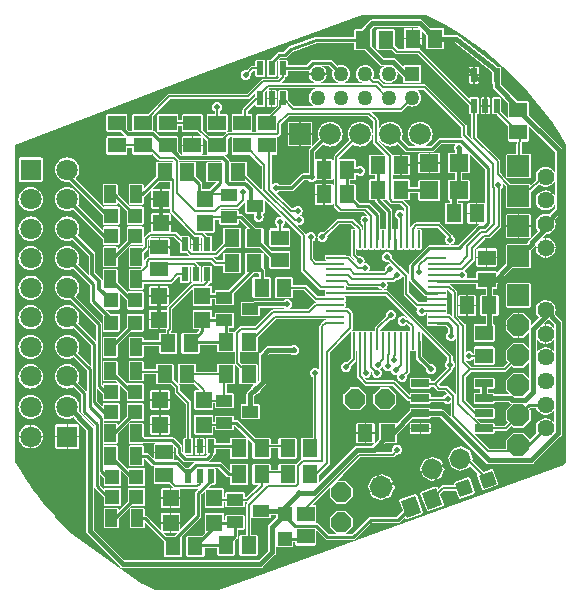
<source format=gbr>
%TF.GenerationSoftware,KiCad,Pcbnew,8.0.3*%
%TF.CreationDate,2024-06-29T02:25:23+02:00*%
%TF.ProjectId,io-16x-fused-fm,696f2d31-3678-42d6-9675-7365642d666d,rev?*%
%TF.SameCoordinates,Original*%
%TF.FileFunction,Copper,L1,Top*%
%TF.FilePolarity,Positive*%
%FSLAX46Y46*%
G04 Gerber Fmt 4.6, Leading zero omitted, Abs format (unit mm)*
G04 Created by KiCad (PCBNEW 8.0.3) date 2024-06-29 02:25:23*
%MOMM*%
%LPD*%
G01*
G04 APERTURE LIST*
G04 Aperture macros list*
%AMRotRect*
0 Rectangle, with rotation*
0 The origin of the aperture is its center*
0 $1 length*
0 $2 width*
0 $3 Rotation angle, in degrees counterclockwise*
0 Add horizontal line*
21,1,$1,$2,0,0,$3*%
%AMOutline5P*
0 Free polygon, 5 corners , with rotation*
0 The origin of the aperture is its center*
0 number of corners: always 5*
0 $1 to $10 corner X, Y*
0 $11 Rotation angle, in degrees counterclockwise*
0 create outline with 5 corners*
4,1,5,$1,$2,$3,$4,$5,$6,$7,$8,$9,$10,$1,$2,$11*%
%AMOutline6P*
0 Free polygon, 6 corners , with rotation*
0 The origin of the aperture is its center*
0 number of corners: always 6*
0 $1 to $12 corner X, Y*
0 $13 Rotation angle, in degrees counterclockwise*
0 create outline with 6 corners*
4,1,6,$1,$2,$3,$4,$5,$6,$7,$8,$9,$10,$11,$12,$1,$2,$13*%
%AMOutline7P*
0 Free polygon, 7 corners , with rotation*
0 The origin of the aperture is its center*
0 number of corners: always 7*
0 $1 to $14 corner X, Y*
0 $15 Rotation angle, in degrees counterclockwise*
0 create outline with 7 corners*
4,1,7,$1,$2,$3,$4,$5,$6,$7,$8,$9,$10,$11,$12,$13,$14,$1,$2,$15*%
%AMOutline8P*
0 Free polygon, 8 corners , with rotation*
0 The origin of the aperture is its center*
0 number of corners: always 8*
0 $1 to $16 corner X, Y*
0 $17 Rotation angle, in degrees counterclockwise*
0 create outline with 8 corners*
4,1,8,$1,$2,$3,$4,$5,$6,$7,$8,$9,$10,$11,$12,$13,$14,$15,$16,$1,$2,$17*%
G04 Aperture macros list end*
%TA.AperFunction,SMDPad,CuDef*%
%ADD10R,1.500000X1.300000*%
%TD*%
%TA.AperFunction,ComponentPad*%
%ADD11R,1.270000X1.270000*%
%TD*%
%TA.AperFunction,ComponentPad*%
%ADD12C,1.270000*%
%TD*%
%TA.AperFunction,SMDPad,CuDef*%
%ADD13R,1.400000X1.000000*%
%TD*%
%TA.AperFunction,SMDPad,CuDef*%
%ADD14R,1.000000X1.500000*%
%TD*%
%TA.AperFunction,SMDPad,CuDef*%
%ADD15R,1.200000X1.300000*%
%TD*%
%TA.AperFunction,SMDPad,CuDef*%
%ADD16R,1.300000X1.500000*%
%TD*%
%TA.AperFunction,SMDPad,CuDef*%
%ADD17R,1.200000X1.200000*%
%TD*%
%TA.AperFunction,SMDPad,CuDef*%
%ADD18R,1.400000X1.400000*%
%TD*%
%TA.AperFunction,SMDPad,CuDef*%
%ADD19R,0.597100X1.164600*%
%TD*%
%TA.AperFunction,ComponentPad*%
%ADD20Outline8P,-0.838200X0.347194X-0.347194X0.838200X0.347194X0.838200X0.838200X0.347194X0.838200X-0.347194X0.347194X-0.838200X-0.347194X-0.838200X-0.838200X-0.347194X0.000000*%
%TD*%
%TA.AperFunction,SMDPad,CuDef*%
%ADD21R,0.550000X1.200000*%
%TD*%
%TA.AperFunction,SMDPad,CuDef*%
%ADD22RotRect,1.300000X1.500000X200.000000*%
%TD*%
%TA.AperFunction,ComponentPad*%
%ADD23R,1.828800X1.828800*%
%TD*%
%TA.AperFunction,ComponentPad*%
%ADD24C,1.828800*%
%TD*%
%TA.AperFunction,ComponentPad*%
%ADD25Outline8P,-0.838200X0.347194X-0.347194X0.838200X0.347194X0.838200X0.838200X0.347194X0.838200X-0.347194X0.347194X-0.838200X-0.347194X-0.838200X-0.838200X-0.347194X270.000000*%
%TD*%
%TA.AperFunction,SMDPad,CuDef*%
%ADD26R,0.250000X1.500000*%
%TD*%
%TA.AperFunction,SMDPad,CuDef*%
%ADD27R,1.500000X0.250000*%
%TD*%
%TA.AperFunction,SMDPad,CuDef*%
%ADD28RotRect,1.200000X1.200000X290.000000*%
%TD*%
%TA.AperFunction,SMDPad,CuDef*%
%ADD29R,1.500000X0.650000*%
%TD*%
%TA.AperFunction,ComponentPad*%
%ADD30C,1.440000*%
%TD*%
%TA.AperFunction,SMDPad,CuDef*%
%ADD31R,1.600000X1.500000*%
%TD*%
%TA.AperFunction,ComponentPad*%
%ADD32Outline8P,-0.914400X0.378757X-0.378757X0.914400X0.378757X0.914400X0.914400X0.378757X0.914400X-0.378757X0.378757X-0.914400X-0.378757X-0.914400X-0.914400X-0.378757X110.000000*%
%TD*%
%TA.AperFunction,ComponentPad*%
%ADD33R,1.800000X1.800000*%
%TD*%
%TA.AperFunction,ComponentPad*%
%ADD34C,1.800000*%
%TD*%
%TA.AperFunction,ComponentPad*%
%ADD35Outline8P,-0.838200X0.347194X-0.347194X0.838200X0.347194X0.838200X0.838200X0.347194X0.838200X-0.347194X0.347194X-0.838200X-0.347194X-0.838200X-0.838200X-0.347194X290.000000*%
%TD*%
%TA.AperFunction,ComponentPad*%
%ADD36Outline8P,-0.914400X0.378757X-0.378757X0.914400X0.378757X0.914400X0.914400X0.378757X0.914400X-0.378757X0.378757X-0.914400X-0.378757X-0.914400X-0.914400X-0.378757X270.000000*%
%TD*%
%TA.AperFunction,ViaPad*%
%ADD37C,0.502400*%
%TD*%
%TA.AperFunction,ViaPad*%
%ADD38C,0.600000*%
%TD*%
%TA.AperFunction,Conductor*%
%ADD39C,0.254000*%
%TD*%
%TA.AperFunction,Conductor*%
%ADD40C,0.200000*%
%TD*%
%TA.AperFunction,Conductor*%
%ADD41C,0.304800*%
%TD*%
%TA.AperFunction,Conductor*%
%ADD42C,0.406400*%
%TD*%
%TA.AperFunction,Conductor*%
%ADD43C,0.152400*%
%TD*%
G04 APERTURE END LIST*
D10*
%TO.P,C32,1*%
%TO.N,GND*%
X137818400Y-117682050D03*
%TO.P,C32,2*%
%TO.N,N$28*%
X137818400Y-119582050D03*
%TD*%
D11*
%TO.P,JP17,1*%
%TO.N,+3V3*%
X158818400Y-85632050D03*
D12*
%TO.P,JP17,2*%
%TO.N,SWD_SWDIO*%
X158818400Y-87632050D03*
%TO.P,JP17,3*%
%TO.N,ISP_RXD*%
X156818400Y-85632050D03*
%TO.P,JP17,4*%
%TO.N,SWD_SWCLK*%
X156818400Y-87632050D03*
%TO.P,JP17,5*%
%TO.N,ISP_TXD*%
X154818400Y-85632050D03*
%TO.P,JP17,6*%
%TO.N,N/C*%
X154818400Y-87632050D03*
%TO.P,JP17,7*%
%TO.N,SWD_ISP_EN*%
X152818400Y-85632050D03*
%TO.P,JP17,8*%
%TO.N,N/C*%
X152818400Y-87632050D03*
%TO.P,JP17,9*%
%TO.N,GND*%
X150818400Y-85632050D03*
%TO.P,JP17,10*%
%TO.N,SWD_RESET*%
X150818400Y-87632050D03*
%TD*%
D13*
%TO.P,D23,1*%
%TO.N,IO5R*%
X142919200Y-113282050D03*
%TO.P,D23,2*%
%TO.N,IO6R*%
X142919200Y-115182050D03*
%TO.P,D23,3*%
%TO.N,+3V3*%
X145119200Y-114232050D03*
%TD*%
D14*
%TO.P,F13,1*%
%TO.N,N$36*%
X133260400Y-95832050D03*
%TO.P,F13,2*%
%TO.N,N$2*%
X135460400Y-95832050D03*
%TD*%
D15*
%TO.P,FB21,1*%
%TO.N,N$34*%
X135376400Y-106692050D03*
%TO.P,FB21,2*%
%TO.N,IN4*%
X133344400Y-106692050D03*
%TD*%
D16*
%TO.P,R79,1*%
%TO.N,IO4R*%
X143069200Y-108332050D03*
%TO.P,R79,2*%
%TO.N,IO4*%
X144969200Y-108332050D03*
%TD*%
D14*
%TO.P,F16,1*%
%TO.N,N$34*%
X133260400Y-108785350D03*
%TO.P,F16,2*%
%TO.N,N$16*%
X135460400Y-108785350D03*
%TD*%
D17*
%TO.P,LED6,A*%
%TO.N,+3V3*%
X148018400Y-122882050D03*
%TO.P,LED6,C*%
%TO.N,N$38*%
X148018400Y-124982050D03*
%TD*%
D18*
%TO.P,D20,A*%
%TO.N,GND*%
X137568400Y-98232050D03*
%TO.P,D20,C*%
%TO.N,IO2R*%
X141268400Y-98232050D03*
%TD*%
D16*
%TO.P,R65,1*%
%TO.N,N$16*%
X138168400Y-108432050D03*
%TO.P,R65,2*%
%TO.N,IO4R*%
X140068400Y-108432050D03*
%TD*%
D14*
%TO.P,F9,1*%
%TO.N,N$33*%
X133260400Y-110778750D03*
%TO.P,F9,2*%
%TO.N,N$5*%
X135460400Y-110778750D03*
%TD*%
D10*
%TO.P,R69,1*%
%TO.N,ISP_EN*%
X136018400Y-91682050D03*
%TO.P,R69,2*%
%TO.N,SWD_ISP_EN*%
X136018400Y-89782050D03*
%TD*%
D18*
%TO.P,D18,A*%
%TO.N,GND*%
X137368400Y-106432050D03*
%TO.P,D18,C*%
%TO.N,IO4R*%
X141068400Y-106432050D03*
%TD*%
D14*
%TO.P,F15,1*%
%TO.N,N$35*%
X133260400Y-103005450D03*
%TO.P,F15,2*%
%TO.N,N$13*%
X135460400Y-103005450D03*
%TD*%
D16*
%TO.P,R74,1*%
%TO.N,IO7R*%
X148269200Y-119532050D03*
%TO.P,R74,2*%
%TO.N,IO7*%
X150169200Y-119532050D03*
%TD*%
%TO.P,C28,1*%
%TO.N,GND*%
X151368400Y-93732050D03*
%TO.P,C28,2*%
%TO.N,+3V3*%
X153268400Y-93732050D03*
%TD*%
%TO.P,R75,1*%
%TO.N,IO8R*%
X143069200Y-125532050D03*
%TO.P,R75,2*%
%TO.N,IO8*%
X144969200Y-125532050D03*
%TD*%
%TO.P,C35,1*%
%TO.N,+3V3*%
X160768400Y-82632050D03*
%TO.P,C35,2*%
%TO.N,GND*%
X158868400Y-82632050D03*
%TD*%
D10*
%TO.P,R68,1*%
%TO.N,SWD_RESET*%
X142318400Y-89782050D03*
%TO.P,R68,2*%
%TO.N,RESET*%
X142318400Y-91682050D03*
%TD*%
D14*
%TO.P,F10,1*%
%TO.N,N$32*%
X133260400Y-116058750D03*
%TO.P,F10,2*%
%TO.N,N$11*%
X135460400Y-116058750D03*
%TD*%
D19*
%TO.P,TVS9,1*%
%TO.N,N$2*%
X141468400Y-100056650D03*
%TO.P,TVS9,2*%
%TO.N,GND*%
X140518400Y-100056650D03*
%TO.P,TVS9,3*%
%TO.N,N$3*%
X139568400Y-100056650D03*
%TO.P,TVS9,4*%
%TO.N,N$13*%
X139568400Y-102607450D03*
%TO.P,TVS9,5*%
%TO.N,N$29*%
X140518400Y-102607450D03*
%TO.P,TVS9,6*%
%TO.N,N$16*%
X141468400Y-102607450D03*
%TD*%
D16*
%TO.P,R70,1*%
%TO.N,SCL*%
X156568400Y-82732050D03*
%TO.P,R70,2*%
%TO.N,+3V3*%
X154668400Y-82732050D03*
%TD*%
D20*
%TO.P,JP24,1*%
%TO.N,DBG_TXD*%
X152818400Y-121062050D03*
%TO.P,JP24,2*%
%TO.N,DBG_RXD*%
X152818400Y-123602050D03*
%TD*%
D15*
%TO.P,FB17,1*%
%TO.N,N$33*%
X135376400Y-112572050D03*
%TO.P,FB17,2*%
%TO.N,IN5*%
X133344400Y-112572050D03*
%TD*%
D10*
%TO.P,R71,1*%
%TO.N,SDA*%
X167818400Y-90582050D03*
%TO.P,R71,2*%
%TO.N,+3V3*%
X167818400Y-88682050D03*
%TD*%
D15*
%TO.P,FB19,1*%
%TO.N,N$30*%
X135476400Y-119745350D03*
%TO.P,FB19,2*%
%TO.N,IN7*%
X133444400Y-119745350D03*
%TD*%
D16*
%TO.P,R59,1*%
%TO.N,N$11*%
X144168400Y-117332050D03*
%TO.P,R59,2*%
%TO.N,IO6R*%
X146068400Y-117332050D03*
%TD*%
D21*
%TO.P,U3,1*%
%TO.N,SCL*%
X164068400Y-88332150D03*
%TO.P,U3,2*%
%TO.N,GND*%
X165018400Y-88332150D03*
%TO.P,U3,3*%
%TO.N,SDA*%
X165968400Y-88332150D03*
%TO.P,U3,4*%
%TO.N,+3V3*%
X165968400Y-85731950D03*
%TO.P,U3,5*%
%TO.N,GND*%
X164068400Y-85731950D03*
%TD*%
D22*
%TO.P,R57,1*%
%TO.N,N$26*%
X160511108Y-121607131D03*
%TO.P,R57,2*%
%TO.N,+3V3*%
X158725692Y-122256969D03*
%TD*%
D18*
%TO.P,D13,A*%
%TO.N,GND*%
X137468400Y-113232050D03*
%TO.P,D13,C*%
%TO.N,IO5R*%
X141168400Y-113232050D03*
%TD*%
D10*
%TO.P,R55,1*%
%TO.N,RESET*%
X138118400Y-89782050D03*
%TO.P,R55,2*%
%TO.N,+3V3*%
X138118400Y-91682050D03*
%TD*%
D23*
%TO.P,JP2,1*%
%TO.N,GND*%
X149338400Y-90732050D03*
D24*
%TO.P,JP2,2*%
%TO.N,+3V3*%
X151878400Y-90732050D03*
%TO.P,JP2,3*%
%TO.N,EIB_IN*%
X154418400Y-90732050D03*
%TO.P,JP2,4*%
%TO.N,BUS_V*%
X156958400Y-90732050D03*
%TO.P,JP2,5*%
%TO.N,EIB_OUT*%
X159498400Y-90732050D03*
%TD*%
D16*
%TO.P,R76,1*%
%TO.N,IO5R*%
X143069200Y-111032050D03*
%TO.P,R76,2*%
%TO.N,IO5*%
X144969200Y-111032050D03*
%TD*%
%TO.P,C34,1*%
%TO.N,GND*%
X151368400Y-95832050D03*
%TO.P,C34,2*%
%TO.N,+3V3*%
X153268400Y-95832050D03*
%TD*%
%TO.P,R60,1*%
%TO.N,N$15*%
X144168400Y-119532050D03*
%TO.P,R60,2*%
%TO.N,IO7R*%
X146068400Y-119532050D03*
%TD*%
D18*
%TO.P,D15,A*%
%TO.N,GND*%
X138368400Y-123632050D03*
%TO.P,D15,C*%
%TO.N,IO8R*%
X142068400Y-123632050D03*
%TD*%
D25*
%TO.P,JP21,1*%
%TO.N,N/C*%
X156488400Y-113132050D03*
%TO.P,JP21,2*%
X153948400Y-113132050D03*
%TD*%
D19*
%TO.P,TVS5,1*%
%TO.N,SWD_SWCLK*%
X145968400Y-87707450D03*
%TO.P,TVS5,2*%
%TO.N,GND*%
X146918400Y-87707450D03*
%TO.P,TVS5,3*%
%TO.N,SWD_SWDIO*%
X147868400Y-87707450D03*
%TO.P,TVS5,4*%
%TO.N,SWD_ISP_EN*%
X147868400Y-85156650D03*
%TO.P,TVS5,5*%
%TO.N,+3V3*%
X146918400Y-85156650D03*
%TO.P,TVS5,6*%
%TO.N,SWD_RESET*%
X145968400Y-85156650D03*
%TD*%
D10*
%TO.P,C26,1*%
%TO.N,GND*%
X140218400Y-91682050D03*
%TO.P,C26,2*%
%TO.N,RESET*%
X140218400Y-89782050D03*
%TD*%
D18*
%TO.P,D14,A*%
%TO.N,GND*%
X137468400Y-115332050D03*
%TO.P,D14,C*%
%TO.N,IO6R*%
X141168400Y-115332050D03*
%TD*%
D19*
%TO.P,TVS6,1*%
%TO.N,N$11*%
X141768400Y-117156650D03*
%TO.P,TVS6,2*%
%TO.N,GND*%
X140818400Y-117156650D03*
%TO.P,TVS6,3*%
%TO.N,N$5*%
X139868400Y-117156650D03*
%TO.P,TVS6,4*%
%TO.N,N$15*%
X139868400Y-119707450D03*
%TO.P,TVS6,5*%
%TO.N,N$28*%
X140818400Y-119707450D03*
%TO.P,TVS6,6*%
%TO.N,N$4*%
X141768400Y-119707450D03*
%TD*%
D10*
%TO.P,C33,1*%
%TO.N,GND*%
X137418400Y-100282050D03*
%TO.P,C33,2*%
%TO.N,N$29*%
X137418400Y-102182050D03*
%TD*%
D26*
%TO.P,IC5,1*%
%TO.N,XTAL_EN*%
X159368400Y-99632050D03*
%TO.P,IC5,2*%
%TO.N,PROG*%
X158868400Y-99632050D03*
%TO.P,IC5,3*%
%TO.N,RESET*%
X158368400Y-99632050D03*
%TO.P,IC5,4*%
%TO.N,ISP_EN*%
X157868400Y-99632050D03*
%TO.P,IC5,5*%
%TO.N,GND*%
X157368400Y-99632050D03*
%TO.P,IC5,6*%
%TO.N,XTALIN*%
X156868400Y-99632050D03*
%TO.P,IC5,7*%
%TO.N,N/C*%
X156368400Y-99632050D03*
%TO.P,IC5,8*%
%TO.N,+3V3*%
X155868400Y-99632050D03*
%TO.P,IC5,9*%
%TO.N,EIB_IN*%
X155368400Y-99632050D03*
%TO.P,IC5,10*%
%TO.N,IO14*%
X154868400Y-99632050D03*
%TO.P,IC5,11*%
%TO.N,IO15*%
X154368400Y-99632050D03*
%TO.P,IC5,12*%
%TO.N,IO16*%
X153868400Y-99632050D03*
D27*
%TO.P,IC5,13*%
%TO.N,IO6*%
X152318400Y-101182050D03*
%TO.P,IC5,14*%
%TO.N,IO2*%
X152318400Y-101682050D03*
%TO.P,IC5,15*%
%TO.N,SCL*%
X152318400Y-102182050D03*
%TO.P,IC5,16*%
%TO.N,SDA*%
X152318400Y-102682050D03*
%TO.P,IC5,17*%
%TO.N,EIB_OUT*%
X152318400Y-103182050D03*
%TO.P,IC5,18*%
%TO.N,IO1*%
X152318400Y-103682050D03*
%TO.P,IC5,19*%
%TO.N,SSEL1*%
X152318400Y-104182050D03*
%TO.P,IC5,20*%
%TO.N,IO3*%
X152318400Y-104682050D03*
%TO.P,IC5,21*%
%TO.N,IO5*%
X152318400Y-105182050D03*
%TO.P,IC5,22*%
%TO.N,IO7*%
X152318400Y-105682050D03*
%TO.P,IC5,23*%
%TO.N,IO4*%
X152318400Y-106182050D03*
%TO.P,IC5,24*%
%TO.N,IO8*%
X152318400Y-106682050D03*
D26*
%TO.P,IC5,25*%
%TO.N,IO10*%
X153868400Y-108232050D03*
%TO.P,IC5,26*%
%TO.N,MISO1*%
X154368400Y-108232050D03*
%TO.P,IC5,27*%
%TO.N,IO9*%
X154868400Y-108232050D03*
%TO.P,IC5,28*%
%TO.N,IO12*%
X155368400Y-108232050D03*
%TO.P,IC5,29*%
%TO.N,SWCLK*%
X155868400Y-108232050D03*
%TO.P,IC5,30*%
%TO.N,IO11*%
X156368400Y-108232050D03*
%TO.P,IC5,31*%
%TO.N,N$62*%
X156868400Y-108232050D03*
%TO.P,IC5,32*%
%TO.N,N$27*%
X157368400Y-108232050D03*
%TO.P,IC5,33*%
%TO.N,N$46*%
X157868400Y-108232050D03*
%TO.P,IC5,34*%
%TO.N,N$60*%
X158368400Y-108232050D03*
%TO.P,IC5,35*%
%TO.N,N$61*%
X158868400Y-108232050D03*
%TO.P,IC5,36*%
%TO.N,DBG_TXD*%
X159368400Y-108232050D03*
D27*
%TO.P,IC5,37*%
%TO.N,DBG_RXD*%
X160918400Y-106682050D03*
%TO.P,IC5,38*%
%TO.N,MOSI1*%
X160918400Y-106182050D03*
%TO.P,IC5,39*%
%TO.N,SWDIO*%
X160918400Y-105682050D03*
%TO.P,IC5,40*%
%TO.N,IO13*%
X160918400Y-105182050D03*
%TO.P,IC5,41*%
%TO.N,GND*%
X160918400Y-104682050D03*
%TO.P,IC5,42*%
%TO.N,BUS_V*%
X160918400Y-104182050D03*
%TO.P,IC5,43*%
%TO.N,SCK1*%
X160918400Y-103682050D03*
%TO.P,IC5,44*%
%TO.N,+3V3*%
X160918400Y-103182050D03*
%TO.P,IC5,45*%
%TO.N,N$20*%
X160918400Y-102682050D03*
%TO.P,IC5,46*%
%TO.N,ISP_RXD*%
X160918400Y-102182050D03*
%TO.P,IC5,47*%
%TO.N,ISP_TXD*%
X160918400Y-101682050D03*
%TO.P,IC5,48*%
%TO.N,N$39*%
X160918400Y-101182050D03*
%TD*%
D16*
%TO.P,R61,1*%
%TO.N,N$4*%
X138568400Y-125632050D03*
%TO.P,R61,2*%
%TO.N,IO8R*%
X140468400Y-125632050D03*
%TD*%
%TO.P,R58,1*%
%TO.N,N$5*%
X137868400Y-111032050D03*
%TO.P,R58,2*%
%TO.N,IO5R*%
X139768400Y-111032050D03*
%TD*%
D13*
%TO.P,D22,1*%
%TO.N,IO1R*%
X143319200Y-95882050D03*
%TO.P,D22,2*%
%TO.N,IO2R*%
X143319200Y-97782050D03*
%TO.P,D22,3*%
%TO.N,+3V3*%
X145519200Y-96832050D03*
%TD*%
D10*
%TO.P,C27,1*%
%TO.N,GND*%
X165118400Y-101182050D03*
%TO.P,C27,2*%
%TO.N,+3V3*%
X165118400Y-103082050D03*
%TD*%
D16*
%TO.P,R64,1*%
%TO.N,N$13*%
X143568400Y-101632050D03*
%TO.P,R64,2*%
%TO.N,IO3R*%
X145468400Y-101632050D03*
%TD*%
%TO.P,R63,1*%
%TO.N,N$3*%
X143568400Y-99532050D03*
%TO.P,R63,2*%
%TO.N,IO2R*%
X145468400Y-99532050D03*
%TD*%
D18*
%TO.P,D17,A*%
%TO.N,GND*%
X137368400Y-104432050D03*
%TO.P,D17,C*%
%TO.N,IO3R*%
X141068400Y-104432050D03*
%TD*%
D28*
%TO.P,LED5,A*%
%TO.N,N$26*%
X163231723Y-120691171D03*
%TO.P,LED5,C*%
%TO.N,PROG*%
X165205077Y-119972929D03*
%TD*%
D15*
%TO.P,FB24,1*%
%TO.N,N$36*%
X135376400Y-97625450D03*
%TO.P,FB24,2*%
%TO.N,IN1*%
X133344400Y-97625450D03*
%TD*%
D29*
%TO.P,IC6,1*%
%TO.N,SSEL1*%
X159518400Y-111827050D03*
%TO.P,IC6,2*%
%TO.N,MISO1*%
X159518400Y-113097050D03*
%TO.P,IC6,3*%
%TO.N,+3V3*%
X159518400Y-114367050D03*
%TO.P,IC6,4*%
%TO.N,GND*%
X159518400Y-115637050D03*
%TO.P,IC6,5*%
%TO.N,MOSI1*%
X164918400Y-115637050D03*
%TO.P,IC6,6*%
%TO.N,SCK1*%
X164918400Y-114367050D03*
%TO.P,IC6,7*%
%TO.N,+3V3*%
X164918400Y-113097050D03*
%TO.P,IC6,8*%
X164918400Y-111827050D03*
%TD*%
D15*
%TO.P,FB20,1*%
%TO.N,N$31*%
X135476400Y-121438750D03*
%TO.P,FB20,2*%
%TO.N,IN8*%
X133444400Y-121438750D03*
%TD*%
D16*
%TO.P,C30,1*%
%TO.N,XTALIN*%
X155968400Y-95432050D03*
%TO.P,C30,2*%
%TO.N,N$1*%
X157868400Y-95432050D03*
%TD*%
D10*
%TO.P,R81,1*%
%TO.N,N$39*%
X149818400Y-122882050D03*
%TO.P,R81,2*%
%TO.N,N$38*%
X149818400Y-124782050D03*
%TD*%
%TO.P,R77,1*%
%TO.N,IO2R*%
X147618400Y-101381250D03*
%TO.P,R77,2*%
%TO.N,IO2*%
X147618400Y-99481250D03*
%TD*%
D13*
%TO.P,D21,1*%
%TO.N,IO3R*%
X142919200Y-104582050D03*
%TO.P,D21,2*%
%TO.N,IO4R*%
X142919200Y-106482050D03*
%TO.P,D21,3*%
%TO.N,+3V3*%
X145119200Y-105532050D03*
%TD*%
D18*
%TO.P,D19,A*%
%TO.N,GND*%
X137568400Y-96232050D03*
%TO.P,D19,C*%
%TO.N,IO1R*%
X141268400Y-96232050D03*
%TD*%
D15*
%TO.P,FB23,1*%
%TO.N,N$37*%
X135376400Y-99318750D03*
%TO.P,FB23,2*%
%TO.N,IN2*%
X133344400Y-99318750D03*
%TD*%
D30*
%TO.P,JP22,1*%
%TO.N,SCL*%
X170118400Y-94332050D03*
%TO.P,JP22,2*%
%TO.N,SDA*%
X170118400Y-96332050D03*
%TO.P,JP22,3*%
%TO.N,+3V3*%
X170118400Y-98332050D03*
%TO.P,JP22,4*%
%TO.N,GND*%
X170118400Y-100332050D03*
%TD*%
D31*
%TO.P,Q3,1*%
%TO.N,+3V3*%
X162768400Y-93182050D03*
%TO.P,Q3,2*%
%TO.N,GND*%
X160268400Y-93182050D03*
%TO.P,Q3,3*%
%TO.N,N$1*%
X160268400Y-95482050D03*
%TO.P,Q3,4*%
%TO.N,+3V3*%
X162768400Y-95482050D03*
%TD*%
D32*
%TO.P,PRGBTN2,1*%
%TO.N,GND*%
X156218400Y-120632050D03*
%TD*%
D14*
%TO.P,F14,1*%
%TO.N,N$37*%
X133260400Y-101112050D03*
%TO.P,F14,2*%
%TO.N,N$3*%
X135460400Y-101112050D03*
%TD*%
D10*
%TO.P,R66,1*%
%TO.N,SWCLK*%
X144418400Y-91682050D03*
%TO.P,R66,2*%
%TO.N,SWD_SWCLK*%
X144418400Y-89782050D03*
%TD*%
D14*
%TO.P,F12,1*%
%TO.N,N$31*%
X133360400Y-123232050D03*
%TO.P,F12,2*%
%TO.N,N$4*%
X135560400Y-123232050D03*
%TD*%
D10*
%TO.P,R72,1*%
%TO.N,SSEL1*%
X164918400Y-109482050D03*
%TO.P,R72,2*%
%TO.N,+3V3*%
X164918400Y-107582050D03*
%TD*%
D33*
%TO.P,J3,1*%
%TO.N,GND*%
X129618400Y-116332050D03*
D34*
%TO.P,J3,2*%
X126518400Y-116332050D03*
%TO.P,J3,3*%
%TO.N,+3V3*%
X129618400Y-113832050D03*
%TO.P,J3,4*%
X126518400Y-113832050D03*
%TD*%
D16*
%TO.P,C31,1*%
%TO.N,GND*%
X164268400Y-97432050D03*
%TO.P,C31,2*%
%TO.N,+3V3*%
X162368400Y-97432050D03*
%TD*%
D33*
%TO.P,J2,1*%
%TO.N,IN1*%
X126518400Y-93732050D03*
D34*
%TO.P,J2,2*%
X129618400Y-93732050D03*
%TO.P,J2,3*%
%TO.N,IN2*%
X126518400Y-96232050D03*
%TO.P,J2,4*%
X129618400Y-96232050D03*
%TO.P,J2,5*%
%TO.N,IN3*%
X126518400Y-98732050D03*
%TO.P,J2,6*%
X129618400Y-98732050D03*
%TO.P,J2,7*%
%TO.N,IN4*%
X126518400Y-101232050D03*
%TO.P,J2,8*%
X129618400Y-101232050D03*
%TO.P,J2,9*%
%TO.N,IN5*%
X126518400Y-103732050D03*
%TO.P,J2,10*%
X129618400Y-103732050D03*
%TO.P,J2,11*%
%TO.N,IN6*%
X126518400Y-106232050D03*
%TO.P,J2,12*%
X129618400Y-106232050D03*
%TO.P,J2,13*%
%TO.N,IN7*%
X126518400Y-108732050D03*
%TO.P,J2,14*%
X129618400Y-108732050D03*
%TO.P,J2,15*%
%TO.N,IN8*%
X126518400Y-111232050D03*
%TO.P,J2,16*%
X129618400Y-111232050D03*
%TD*%
D16*
%TO.P,C25,1*%
%TO.N,GND*%
X163468400Y-105232050D03*
%TO.P,C25,2*%
%TO.N,+3V3*%
X165368400Y-105232050D03*
%TD*%
%TO.P,R78,1*%
%TO.N,IO3R*%
X146069200Y-103732050D03*
%TO.P,R78,2*%
%TO.N,IO3*%
X147969200Y-103732050D03*
%TD*%
%TO.P,C36,1*%
%TO.N,+3V3*%
X156768400Y-116032050D03*
%TO.P,C36,2*%
%TO.N,GND*%
X154868400Y-116032050D03*
%TD*%
D30*
%TO.P,J1,1*%
%TO.N,+3V3*%
X170118400Y-105632050D03*
%TO.P,J1,2*%
%TO.N,GND*%
X170118400Y-107632050D03*
%TO.P,J1,3*%
%TO.N,SCK1*%
X170118400Y-109632050D03*
%TO.P,J1,4*%
%TO.N,MISO1*%
X170118400Y-111632050D03*
%TO.P,J1,5*%
%TO.N,MOSI1*%
X170118400Y-113632050D03*
%TO.P,J1,6*%
%TO.N,SSEL1*%
X170118400Y-115632050D03*
%TD*%
D13*
%TO.P,D24,1*%
%TO.N,IO7R*%
X143819200Y-121682050D03*
%TO.P,D24,2*%
%TO.N,IO8R*%
X143819200Y-123582050D03*
%TO.P,D24,3*%
%TO.N,+3V3*%
X146019200Y-122632050D03*
%TD*%
D23*
%TO.P,JP23,1*%
%TO.N,+3V3*%
X167818400Y-101042050D03*
%TO.P,JP23,2*%
%TO.N,GND*%
X167818400Y-98502050D03*
%TO.P,JP23,3*%
%TO.N,SCL*%
X167818400Y-95962050D03*
%TO.P,JP23,4*%
%TO.N,SDA*%
X167818400Y-93422050D03*
%TD*%
D16*
%TO.P,R62,1*%
%TO.N,N$2*%
X137868400Y-93932050D03*
%TO.P,R62,2*%
%TO.N,IO1R*%
X139768400Y-93932050D03*
%TD*%
D10*
%TO.P,R56,1*%
%TO.N,ISP_EN*%
X133818400Y-91682050D03*
%TO.P,R56,2*%
%TO.N,+3V3*%
X133818400Y-89782050D03*
%TD*%
D35*
%TO.P,JP18,1*%
%TO.N,PROG*%
X162911810Y-118197684D03*
%TO.P,JP18,2*%
%TO.N,GND*%
X160524990Y-119066416D03*
%TD*%
D16*
%TO.P,R73,1*%
%TO.N,IO6R*%
X148269200Y-117332050D03*
%TO.P,R73,2*%
%TO.N,IO6*%
X150169200Y-117332050D03*
%TD*%
D23*
%TO.P,JP1,1*%
%TO.N,+3V3*%
X167818400Y-104382050D03*
D36*
%TO.P,JP1,2*%
%TO.N,GND*%
X167818400Y-106922050D03*
%TO.P,JP1,3*%
%TO.N,SCK1*%
X167818400Y-109462050D03*
%TO.P,JP1,4*%
%TO.N,MISO1*%
X167818400Y-112002050D03*
%TO.P,JP1,5*%
%TO.N,MOSI1*%
X167818400Y-114542050D03*
%TO.P,JP1,6*%
%TO.N,SSEL1*%
X167818400Y-117082050D03*
%TD*%
D16*
%TO.P,C29,1*%
%TO.N,GND*%
X157868400Y-93332050D03*
%TO.P,C29,2*%
%TO.N,XTALIN*%
X155968400Y-93332050D03*
%TD*%
D15*
%TO.P,FB22,1*%
%TO.N,N$35*%
X135376400Y-104798750D03*
%TO.P,FB22,2*%
%TO.N,IN3*%
X133344400Y-104798750D03*
%TD*%
D14*
%TO.P,F11,1*%
%TO.N,N$30*%
X133260400Y-117952050D03*
%TO.P,F11,2*%
%TO.N,N$15*%
X135460400Y-117952050D03*
%TD*%
D10*
%TO.P,R67,1*%
%TO.N,SWDIO*%
X146518400Y-91682050D03*
%TO.P,R67,2*%
%TO.N,SWD_SWDIO*%
X146518400Y-89782050D03*
%TD*%
D15*
%TO.P,FB18,1*%
%TO.N,N$32*%
X135376400Y-114265350D03*
%TO.P,FB18,2*%
%TO.N,IN6*%
X133344400Y-114265350D03*
%TD*%
D18*
%TO.P,D16,A*%
%TO.N,GND*%
X138368400Y-121532050D03*
%TO.P,D16,C*%
%TO.N,IO7R*%
X142068400Y-121532050D03*
%TD*%
D16*
%TO.P,R80,1*%
%TO.N,IO1R*%
X142169200Y-93932050D03*
%TO.P,R80,2*%
%TO.N,IO1*%
X144069200Y-93932050D03*
%TD*%
D37*
%TO.N,GND*%
X140618400Y-86632050D03*
X129418400Y-90732050D03*
X151018400Y-97532050D03*
X152318400Y-99932050D03*
X137218400Y-128832050D03*
X161718400Y-89932050D03*
X160718400Y-108932050D03*
X148118400Y-126732050D03*
X162118400Y-111932050D03*
X157718400Y-103632050D03*
X141018400Y-93632050D03*
X139418400Y-112332050D03*
D38*
X158918400Y-104032050D03*
D37*
X152118400Y-114532050D03*
X151218400Y-83732050D03*
X152818400Y-82132050D03*
X165618400Y-116932050D03*
X147318400Y-94132050D03*
X170418400Y-102832050D03*
X167218400Y-86532050D03*
X145618400Y-88732050D03*
X145718400Y-94032050D03*
X130118400Y-123932050D03*
X162018400Y-85332050D03*
X142118400Y-128832050D03*
X139118400Y-115732050D03*
X133518400Y-125432050D03*
D38*
X157918400Y-101332050D03*
D37*
X136818400Y-107832050D03*
X150318400Y-109632050D03*
X155718400Y-105832050D03*
X143618400Y-88532050D03*
X154518400Y-92632050D03*
X145318400Y-127732050D03*
X163618400Y-112432050D03*
X138718400Y-100732050D03*
X151118400Y-92432050D03*
X136718400Y-87832050D03*
X169218400Y-91432050D03*
X152918400Y-83732050D03*
%TO.N,EIB_OUT*%
X156318400Y-103460250D03*
%TO.N,SWCLK*%
X149218400Y-98032050D03*
X157018400Y-106032050D03*
%TO.N,IO6*%
X154818400Y-102032050D03*
X150618400Y-110932050D03*
%TO.N,SWDIO*%
X149118400Y-97232050D03*
X159618400Y-105732050D03*
%TO.N,ISP_RXD*%
X166118400Y-95032050D03*
%TO.N,PROG*%
X162018400Y-99660250D03*
%TO.N,+3V3*%
X148818400Y-109032050D03*
X154418400Y-93832050D03*
X162768400Y-91882050D03*
X147262765Y-95287685D03*
X150318400Y-94332050D03*
X145577287Y-112290938D03*
X145818400Y-97732050D03*
X149218400Y-121132050D03*
X148218400Y-105132050D03*
%TO.N,SCL*%
X156940200Y-102132050D03*
%TO.N,SDA*%
X157518400Y-102660250D03*
%TO.N,MISO1*%
X161818400Y-113132050D03*
%TO.N,IO2*%
X147618400Y-98132050D03*
X150218400Y-99432050D03*
%TO.N,ISP_EN*%
X157818400Y-97532050D03*
X144518400Y-95632050D03*
%TO.N,SWD_RESET*%
X144718400Y-85732050D03*
X142318400Y-88432050D03*
%TO.N,SSEL1*%
X163618400Y-109532050D03*
X162018400Y-110232050D03*
%TO.N,DBG_TXD*%
X160418400Y-110632050D03*
%TO.N,DBG_RXD*%
X162118400Y-107832050D03*
%TO.N,N$39*%
X157518400Y-117432050D03*
X159418400Y-102432050D03*
%TO.N,IO9*%
X154918400Y-110932050D03*
%TO.N,IO10*%
X153218400Y-110432050D03*
%TO.N,IO11*%
X155918400Y-110232050D03*
%TO.N,IO12*%
X155818400Y-110932050D03*
%TO.N,IO13*%
X156718400Y-101132050D03*
%TO.N,IO14*%
X154863200Y-98032050D03*
%TO.N,IO15*%
X151222881Y-99460250D03*
%TO.N,IO16*%
X154362000Y-101451932D03*
%TO.N,N$20*%
X163018400Y-102676850D03*
%TO.N,N$27*%
X157268400Y-109882050D03*
%TO.N,N$46*%
X157418400Y-110682050D03*
%TO.N,N$60*%
X157968400Y-111282050D03*
%TO.N,N$61*%
X158011756Y-106525407D03*
%TO.N,N$62*%
X156768400Y-110382050D03*
%TD*%
D39*
%TO.N,GND*%
X165018400Y-86681950D02*
X165018400Y-88332150D01*
X138983862Y-98232050D02*
X138919781Y-98232050D01*
X160668400Y-84432050D02*
X162768500Y-84432050D01*
X162768500Y-84432050D02*
X164068400Y-85731950D01*
D40*
X138268400Y-100282050D02*
X138718400Y-100732050D01*
D39*
X157368400Y-99632050D02*
X157368400Y-100782050D01*
D41*
X137568400Y-96232050D02*
X137568400Y-98232050D01*
D39*
X157918400Y-101332050D02*
X157368400Y-100782050D01*
X158868400Y-82632050D02*
X160668400Y-84432050D01*
D41*
X138919781Y-98232050D02*
X137568400Y-98232050D01*
D40*
X159568400Y-104682050D02*
X158918400Y-104032050D01*
X137418400Y-100282050D02*
X138268400Y-100282050D01*
D39*
X140518400Y-99766588D02*
X138983862Y-98232050D01*
X140518400Y-100056650D02*
X140518400Y-99766588D01*
D41*
X151368400Y-92682047D02*
X151368400Y-93732050D01*
D39*
X164068400Y-85731950D02*
X165018400Y-86681950D01*
D41*
X137368400Y-106432050D02*
X137368400Y-104432050D01*
X151118400Y-92432050D02*
X151368400Y-92682047D01*
D40*
X160918400Y-104682050D02*
X159568400Y-104682050D01*
D41*
X151368400Y-93732050D02*
X151368400Y-95832050D01*
D40*
%TO.N,EIB_OUT*%
X152318400Y-103182050D02*
X153218400Y-103182050D01*
X153496600Y-103460250D02*
X153218400Y-103182050D01*
X156318400Y-103460250D02*
X153496600Y-103460250D01*
%TO.N,RESET*%
X155759800Y-89559263D02*
X155759800Y-91402425D01*
X147497000Y-89823625D02*
X148329975Y-88990650D01*
X147497000Y-90624475D02*
X147497000Y-89823625D01*
X148329975Y-88990650D02*
X155191187Y-88990650D01*
X140218400Y-89782050D02*
X138118400Y-89782050D01*
X157918400Y-96432050D02*
X158368400Y-96882050D01*
X158368400Y-96882050D02*
X158368400Y-99632050D01*
X156945400Y-96230075D02*
X157147375Y-96432050D01*
X155759800Y-91402425D02*
X156945400Y-92588025D01*
X157147375Y-96432050D02*
X157918400Y-96432050D01*
X155191187Y-88990650D02*
X155759800Y-89559263D01*
X147389425Y-90732050D02*
X147497000Y-90624475D01*
X143268400Y-90732050D02*
X147389425Y-90732050D01*
X142118400Y-91682050D02*
X140218400Y-89782050D01*
X142318400Y-91682050D02*
X143268400Y-90732050D01*
X156945400Y-92588025D02*
X156945400Y-96230075D01*
X142318400Y-91682050D02*
X142118400Y-91682050D01*
D39*
%TO.N,BUS_V*%
X162768400Y-100382050D02*
X160268400Y-100382050D01*
X157146031Y-90732050D02*
X158414431Y-92000450D01*
X165264400Y-93607663D02*
X165264400Y-98285413D01*
X158414431Y-92000450D02*
X160482368Y-92000450D01*
X158818400Y-101832050D02*
X160268400Y-100382050D01*
X162933587Y-91276850D02*
X165264400Y-93607663D01*
X159968400Y-104182050D02*
X160918400Y-104182050D01*
X164917762Y-98632050D02*
X164518400Y-98632050D01*
X164518400Y-98632050D02*
X162768400Y-100382050D01*
X158818400Y-103032050D02*
X159968400Y-104182050D01*
X160482368Y-92000450D02*
X161205968Y-91276850D01*
X165264400Y-98285413D02*
X164917762Y-98632050D01*
X161205968Y-91276850D02*
X162933587Y-91276850D01*
X156958400Y-90732050D02*
X157146031Y-90732050D01*
X158818400Y-101832050D02*
X158818400Y-103032050D01*
D40*
%TO.N,SWCLK*%
X144418400Y-91682050D02*
X144668400Y-91682050D01*
X146293400Y-93307050D02*
X144668400Y-91682050D01*
X146293400Y-93307050D02*
X146293400Y-95457050D01*
X155868400Y-107182050D02*
X155868400Y-108232050D01*
X157018400Y-106032050D02*
X155868400Y-107182050D01*
X149218400Y-98032050D02*
X148868400Y-98032050D01*
X148868400Y-98032050D02*
X146293400Y-95457050D01*
%TO.N,IO6*%
X150618400Y-110932050D02*
X150618400Y-116882850D01*
X152318400Y-101182050D02*
X152368400Y-101232050D01*
X150169200Y-117332050D02*
X150618400Y-116882850D01*
X153418400Y-101232050D02*
X152368400Y-101232050D01*
X154218400Y-102032050D02*
X153418400Y-101232050D01*
X154818400Y-102032050D02*
X154218400Y-102032050D01*
%TO.N,SWDIO*%
X146518400Y-91682050D02*
X146718400Y-91882050D01*
X149118400Y-97232050D02*
X148530850Y-97232050D01*
X146718400Y-91882050D02*
X146718400Y-95419600D01*
X159618400Y-105732050D02*
X159668400Y-105682050D01*
X159668400Y-105682050D02*
X160918400Y-105682050D01*
X148530850Y-97232050D02*
X146718400Y-95419600D01*
%TO.N,ISP_TXD*%
X155953850Y-86305050D02*
X155491400Y-86305050D01*
X165718400Y-98332050D02*
X165718400Y-95308332D01*
X163218400Y-90832050D02*
X165640200Y-93253850D01*
X160918400Y-101682050D02*
X162868400Y-101682050D01*
X162868400Y-101682050D02*
X163491400Y-101059050D01*
X159892025Y-86730050D02*
X163218400Y-90056425D01*
X165640200Y-95230132D02*
X165640200Y-93253850D01*
X165718400Y-95308332D02*
X165640200Y-95230132D01*
X163491400Y-100196600D02*
X164682950Y-99005050D01*
X164682950Y-99005050D02*
X165045400Y-99005050D01*
X156378850Y-86730050D02*
X159892025Y-86730050D01*
X155491400Y-86305050D02*
X154818400Y-85632050D01*
X163491400Y-101059050D02*
X163491400Y-100196600D01*
X156378850Y-86730050D02*
X155953850Y-86305050D01*
X165045400Y-99005050D02*
X165718400Y-98332050D01*
X163218400Y-90056425D02*
X163218400Y-90832050D01*
%TO.N,ISP_RXD*%
X163068400Y-102182050D02*
X160918400Y-102182050D01*
X163068400Y-102182050D02*
X163918400Y-101332050D01*
X166141400Y-98509050D02*
X166141400Y-95055050D01*
X166141400Y-95055050D02*
X166118400Y-95032050D01*
X165318400Y-99332050D02*
X166141400Y-98509050D01*
X163918400Y-101332050D02*
X163918400Y-100332050D01*
X164918400Y-99332050D02*
X165318400Y-99332050D01*
X163918400Y-100332050D02*
X164918400Y-99332050D01*
%TO.N,IO5*%
X147068400Y-105782050D02*
X145618400Y-107232050D01*
X150118400Y-105782050D02*
X147068400Y-105782050D01*
X152318400Y-105182050D02*
X150718400Y-105182050D01*
X144018400Y-110081250D02*
X144969200Y-111032050D01*
X144318400Y-107232050D02*
X144018400Y-107532050D01*
X144018400Y-107532050D02*
X144018400Y-110081250D01*
X150718400Y-105182050D02*
X150118400Y-105782050D01*
X145618400Y-107232050D02*
X144318400Y-107232050D01*
%TO.N,PROG*%
X159168400Y-98432050D02*
X158868400Y-98732050D01*
X162018400Y-99660250D02*
X162018400Y-99360250D01*
X158868400Y-99632050D02*
X158868400Y-98732050D01*
X165205075Y-119972932D02*
X163429831Y-118197688D01*
X163429831Y-118197688D02*
X162911809Y-118197688D01*
X162018400Y-99360250D02*
X161090200Y-98432050D01*
X161090200Y-98432050D02*
X159168400Y-98432050D01*
D39*
%TO.N,+3V3*%
X147564637Y-84020350D02*
X146918400Y-84666588D01*
D41*
X162768400Y-93182050D02*
X162768400Y-95482050D01*
X145519200Y-96832050D02*
X145149000Y-96461850D01*
D39*
X155114400Y-96778050D02*
X154214400Y-96778050D01*
D41*
X149618400Y-94332050D02*
X150318400Y-94332050D01*
D42*
X160768400Y-82632050D02*
X159488200Y-81351850D01*
D41*
X143139800Y-94753450D02*
X143118400Y-94732050D01*
X145519200Y-96832050D02*
X145818400Y-96832050D01*
X139168400Y-92732050D02*
X142768400Y-92732050D01*
D42*
X148018400Y-122882050D02*
X146949400Y-123951050D01*
X165878400Y-103082050D02*
X167818400Y-101042050D01*
X154168400Y-117432050D02*
X155568400Y-117432050D01*
D39*
X150720971Y-82732050D02*
X154668400Y-82732050D01*
D41*
X145119200Y-105532050D02*
X145519200Y-105132050D01*
X145149000Y-95412263D02*
X144698187Y-94961450D01*
D42*
X170118400Y-98332050D02*
X170018400Y-98846838D01*
D39*
X155315846Y-123356972D02*
X153840768Y-124832050D01*
D41*
X151878400Y-90732050D02*
X151762331Y-90732050D01*
X143118400Y-93082050D02*
X143118400Y-94732050D01*
X137818400Y-91682050D02*
X138118400Y-91682050D01*
D42*
X146949400Y-126118825D02*
X146949400Y-123951050D01*
D41*
X150318400Y-94332050D02*
X150348400Y-94302050D01*
D39*
X153840768Y-124832050D02*
X151627612Y-124832050D01*
D42*
X165968400Y-85397997D02*
X165968400Y-85731950D01*
X156263200Y-84626850D02*
X157234768Y-84626850D01*
D39*
X153268400Y-93732050D02*
X153268400Y-93832050D01*
D42*
X162468400Y-82632050D02*
X160768400Y-82632050D01*
X165304600Y-118326650D02*
X168909012Y-118326650D01*
X168403800Y-113246650D02*
X169068200Y-112582250D01*
D39*
X155868400Y-97532050D02*
X155114400Y-96778050D01*
D42*
X131568200Y-115654875D02*
X129745375Y-113832050D01*
D41*
X145149000Y-96461850D02*
X145149000Y-95412263D01*
D42*
X167818400Y-88682050D02*
X171218400Y-92082050D01*
X132030912Y-124819538D02*
X134323625Y-127112250D01*
D39*
X154214400Y-96778050D02*
X153268400Y-95832050D01*
D41*
X150348400Y-92145982D02*
X150348400Y-94302050D01*
D39*
X165118400Y-103082050D02*
X165018400Y-103182050D01*
D41*
X165118400Y-103082050D02*
X165368400Y-103332050D01*
X162768400Y-95482050D02*
X162368400Y-95882050D01*
X137818400Y-91682050D02*
X136868400Y-90732050D01*
D39*
X157625690Y-123356972D02*
X155315846Y-123356972D01*
D41*
X147262765Y-95287685D02*
X148662765Y-95287685D01*
X145519200Y-105132050D02*
X148218400Y-105132050D01*
D42*
X158239968Y-85632050D02*
X158818400Y-85632050D01*
X169068200Y-112582250D02*
X169068200Y-107197038D01*
X131568200Y-115654875D02*
X131568200Y-124356825D01*
X162368400Y-95882050D02*
X162368400Y-97432050D01*
X145955975Y-127112250D02*
X146949400Y-126118825D01*
X150468400Y-121132050D02*
X154168400Y-117432050D01*
X171168600Y-106682250D02*
X170118400Y-105632050D01*
D41*
X149618400Y-94332050D02*
X148662765Y-95287685D01*
D42*
X131568200Y-124356825D02*
X132030912Y-124819538D01*
X164918400Y-113097050D02*
X164918400Y-111827050D01*
X171218400Y-97122050D02*
X170118400Y-98332050D01*
D39*
X148554465Y-83520585D02*
X150720971Y-82732050D01*
D42*
X129618400Y-113832050D02*
X129745375Y-113832050D01*
X164918400Y-113097050D02*
X167153268Y-113097050D01*
X167818400Y-88482050D02*
X167818400Y-88682050D01*
D41*
X151762331Y-90732050D02*
X150348400Y-92145982D01*
D39*
X151627612Y-124832050D02*
X150673612Y-123878050D01*
D42*
X134323625Y-127112250D02*
X145955975Y-127112250D01*
X159518400Y-114367050D02*
X161345000Y-114367050D01*
X156768400Y-116232050D02*
X155568400Y-117432050D01*
D39*
X158725690Y-122256972D02*
X157625690Y-123356972D01*
D42*
X167818400Y-88482050D02*
X165968400Y-86632050D01*
X165968400Y-85731950D02*
X165968400Y-86632050D01*
X145119200Y-114232050D02*
X145119200Y-112749025D01*
X168968200Y-99897038D02*
X168968200Y-99992250D01*
X164918400Y-107582050D02*
X165368400Y-107132050D01*
D39*
X148864400Y-123878050D02*
X148018400Y-123032050D01*
D42*
X168968200Y-99992250D02*
X167818400Y-101042050D01*
X169068200Y-107197038D02*
X170118400Y-106146838D01*
D41*
X134768400Y-90732050D02*
X136868400Y-90732050D01*
D39*
X153268400Y-93832050D02*
X153268400Y-95832050D01*
D42*
X154668400Y-82732050D02*
X154668400Y-82132050D01*
X170118400Y-106146838D02*
X170118400Y-105632050D01*
X165368400Y-103332050D02*
X165368400Y-105232050D01*
X168909012Y-118326650D02*
X171168600Y-116067063D01*
X145119200Y-112749025D02*
X145577287Y-112290938D01*
X146618400Y-109032050D02*
X146149400Y-109501050D01*
D39*
X165018400Y-103182050D02*
X160918400Y-103182050D01*
D42*
X149218400Y-121132050D02*
X150468400Y-121132050D01*
X156768400Y-116032050D02*
X157181425Y-116032050D01*
D39*
X148054700Y-84020350D02*
X148554465Y-83520585D01*
D42*
X148018400Y-122882050D02*
X148018400Y-122332050D01*
D39*
X155868400Y-99632050D02*
X155868400Y-97532050D01*
X150673612Y-123878050D02*
X148864400Y-123878050D01*
D42*
X162768400Y-91882050D02*
X162768400Y-93182050D01*
D41*
X138118400Y-91682050D02*
X139168400Y-92732050D01*
X143139800Y-94797782D02*
X143139800Y-94753450D01*
D42*
X146149400Y-111718825D02*
X145577287Y-112290938D01*
X148818400Y-109032050D02*
X146618400Y-109032050D01*
D41*
X143303468Y-94961450D02*
X143139800Y-94797782D01*
X144698187Y-94961450D02*
X143303468Y-94961450D01*
D42*
X148018400Y-122332050D02*
X149218400Y-121132050D01*
D39*
X146918400Y-85156650D02*
X146918400Y-84666588D01*
X147564637Y-84020350D02*
X148054700Y-84020350D01*
D42*
X161345000Y-114367050D02*
X165304600Y-118326650D01*
X167153268Y-113097050D02*
X167302868Y-113246650D01*
X147768400Y-122632050D02*
X148018400Y-122882050D01*
X162468400Y-82632050D02*
X162497800Y-82661450D01*
D41*
X145818400Y-97732050D02*
X145818400Y-96832050D01*
D42*
X154668400Y-82732050D02*
X154668400Y-83032050D01*
D39*
X148018400Y-123032050D02*
X148018400Y-122882050D01*
D42*
X155448600Y-81351850D02*
X154668400Y-82132050D01*
X156768400Y-116232050D02*
X156768400Y-116032050D01*
X171168600Y-116067063D02*
X171168600Y-106682250D01*
X157234768Y-84626850D02*
X158239968Y-85632050D01*
D41*
X133818400Y-89782050D02*
X134768400Y-90732050D01*
D42*
X162497800Y-82661450D02*
X165968400Y-85397997D01*
D41*
X165118400Y-103082050D02*
X165878400Y-103082050D01*
X154418400Y-93832050D02*
X153268400Y-93832050D01*
D42*
X159488200Y-81351850D02*
X155448600Y-81351850D01*
X156263200Y-84626850D02*
X154668400Y-83032050D01*
X158846425Y-114367050D02*
X159518400Y-114367050D01*
X165368400Y-107132050D02*
X165368400Y-105232050D01*
X146149400Y-111718825D02*
X146149400Y-109501050D01*
X167302868Y-113246650D02*
X168403800Y-113246650D01*
X146019200Y-122632050D02*
X147768400Y-122632050D01*
D41*
X142768400Y-92732050D02*
X143118400Y-93082050D01*
D42*
X171218400Y-92082050D02*
X171218400Y-97122050D01*
X170018400Y-98846838D02*
X168968200Y-99897038D01*
X157181425Y-116032050D02*
X158846425Y-114367050D01*
D40*
%TO.N,N$26*%
X160511106Y-121607132D02*
X161427065Y-120691172D01*
X161427065Y-120691172D02*
X163231721Y-120691172D01*
%TO.N,SCL*%
X156490200Y-102582050D02*
X153918400Y-102582050D01*
X167818400Y-95962050D02*
X166068400Y-94112050D01*
X168495465Y-95647741D02*
X167818400Y-95962050D01*
X156940200Y-102132050D02*
X156490200Y-102582050D01*
X169991053Y-94332050D02*
X168495465Y-95647741D01*
X159368400Y-83732050D02*
X157568400Y-83732050D01*
X163968500Y-88332150D02*
X159368400Y-83732050D01*
X164068400Y-88332150D02*
X164068400Y-91032150D01*
X153518400Y-102182050D02*
X152318400Y-102182050D01*
X153918400Y-102582050D02*
X153518400Y-102182050D01*
X164068400Y-88332150D02*
X163968500Y-88332150D01*
X170118400Y-94332050D02*
X169991053Y-94332050D01*
X166068400Y-93032150D02*
X166068400Y-94112050D01*
X166068400Y-93032150D02*
X164068400Y-91032150D01*
X156568400Y-82732050D02*
X157568400Y-83732050D01*
%TO.N,SDA*%
X153718400Y-102982050D02*
X153418400Y-102682050D01*
X167818400Y-90582050D02*
X165968400Y-88732050D01*
X167818400Y-93422050D02*
X167918400Y-90682050D01*
X157196600Y-102982050D02*
X153718400Y-102982050D01*
X165968400Y-88732050D02*
X165968400Y-88332150D01*
X157518400Y-102660250D02*
X157196600Y-102982050D01*
X153418400Y-102682050D02*
X152318400Y-102682050D01*
X167818400Y-90582050D02*
X167918400Y-90682050D01*
D39*
%TO.N,XTALIN*%
X155968400Y-95432050D02*
X155968400Y-96332050D01*
X156868400Y-97232050D02*
X155968400Y-96332050D01*
X156868400Y-99632050D02*
X156868400Y-97232050D01*
X155968400Y-95432050D02*
X155968400Y-93332050D01*
D40*
%TO.N,IO7*%
X153595400Y-105959050D02*
X153318400Y-105682050D01*
X153595400Y-107155050D02*
X151618400Y-109132050D01*
X151618400Y-118582850D02*
X150669200Y-119532050D01*
X151618400Y-109132050D02*
X151618400Y-118582850D01*
X152318400Y-105682050D02*
X153318400Y-105682050D01*
X150669200Y-119532050D02*
X150169200Y-119532050D01*
X153595400Y-105959050D02*
X153595400Y-107155050D01*
%TO.N,IO8*%
X149192200Y-118788025D02*
X149548175Y-118432050D01*
X149548175Y-118432050D02*
X151191400Y-118432050D01*
X144969200Y-122161025D02*
X144969200Y-125532050D01*
X151191400Y-118432050D02*
X151191400Y-107009050D01*
X151191400Y-107009050D02*
X151518400Y-106682050D01*
X151518400Y-106682050D02*
X152318400Y-106682050D01*
X149013225Y-120509050D02*
X149192200Y-120330075D01*
X146621175Y-120509050D02*
X149013225Y-120509050D01*
X146621175Y-120509050D02*
X144969200Y-122161025D01*
X149192200Y-120330075D02*
X149192200Y-118788025D01*
%TO.N,MISO1*%
X158567587Y-113097050D02*
X159518400Y-113097050D01*
X161753400Y-113197050D02*
X159618400Y-113197050D01*
X154368400Y-111232050D02*
X154927000Y-111790650D01*
X154927000Y-111790650D02*
X157261187Y-111790650D01*
X157261187Y-111790650D02*
X158567587Y-113097050D01*
X161818400Y-113132050D02*
X161753400Y-113197050D01*
X154368400Y-108232050D02*
X154368400Y-111232050D01*
X159518400Y-113097050D02*
X159618400Y-113197050D01*
D41*
%TO.N,IN1*%
X133044400Y-97625413D02*
X129618400Y-94199413D01*
X129618400Y-93732050D02*
X129618400Y-94199413D01*
X133344400Y-97625450D02*
X133044400Y-97625413D01*
%TO.N,IN2*%
X133344400Y-99318750D02*
X132705087Y-99318738D01*
X132705087Y-99318738D02*
X129618400Y-96232050D01*
%TO.N,IN3*%
X132344400Y-103198750D02*
X131718400Y-102572744D01*
X133344400Y-104798750D02*
X132344400Y-103798750D01*
X131718400Y-100932050D02*
X129618400Y-98832050D01*
X132344400Y-103198750D02*
X132344400Y-103798750D01*
X129618400Y-98832050D02*
X129618400Y-98732050D01*
X131718400Y-102572744D02*
X131718400Y-100932050D01*
D39*
%TO.N,IN4*%
X131812000Y-104875550D02*
X133344400Y-106407950D01*
X133344400Y-106407950D02*
X133344400Y-106692050D01*
X131812000Y-103425650D02*
X131812000Y-104875550D01*
X129618400Y-101232050D02*
X131812000Y-103425650D01*
%TO.N,IN5*%
X132299400Y-106813050D02*
X132299400Y-112032050D01*
X132839409Y-112572060D02*
X133344400Y-112572050D01*
X132299400Y-112032050D02*
X132839409Y-112572060D01*
X132299400Y-106813050D02*
X129618400Y-104132050D01*
X129618400Y-103732050D02*
X129618400Y-104132050D01*
%TO.N,IN7*%
X132506400Y-115036563D02*
X132506400Y-119239050D01*
X129618400Y-108732050D02*
X131533400Y-110647050D01*
X132506400Y-119239050D02*
X133012721Y-119745372D01*
X132490400Y-114789050D02*
X132490400Y-115020563D01*
X131533400Y-113832050D02*
X132490400Y-114789050D01*
X132490400Y-115020563D02*
X132506400Y-115036563D01*
X133012721Y-119745372D02*
X133444400Y-119745350D01*
X131533400Y-110647050D02*
X131533400Y-113832050D01*
%TO.N,IN6*%
X131918400Y-108532050D02*
X131918400Y-113439350D01*
X132744400Y-114265350D02*
X131918400Y-113439350D01*
X129618400Y-106232050D02*
X131918400Y-108532050D01*
X132744400Y-114265350D02*
X133344400Y-114265350D01*
%TO.N,IN8*%
X131052400Y-114232050D02*
X132125400Y-115305050D01*
X132125400Y-120539050D02*
X133025068Y-121438719D01*
X132125400Y-115305050D02*
X132125400Y-120539050D01*
X131052400Y-112666050D02*
X131052400Y-114232050D01*
X129618400Y-111232050D02*
X131052400Y-112666050D01*
X133025068Y-121438719D02*
X133444400Y-121438750D01*
D40*
%TO.N,IO4*%
X152318400Y-106182050D02*
X147218400Y-106182050D01*
X145068400Y-108332050D02*
X144969200Y-108332050D01*
X147218400Y-106182050D02*
X145068400Y-108332050D01*
%TO.N,IO3*%
X150705950Y-104682050D02*
X149755950Y-103732050D01*
X147969200Y-103732050D02*
X149755950Y-103732050D01*
X150705950Y-104682050D02*
X152318400Y-104682050D01*
%TO.N,IO2*%
X150230606Y-99444257D02*
X150230078Y-101320010D01*
X150592118Y-101682050D02*
X152318400Y-101682050D01*
X150230078Y-101320010D02*
X150592118Y-101682050D01*
X147618400Y-99481250D02*
X147618400Y-98132050D01*
X150218400Y-99432050D02*
X150230606Y-99444257D01*
%TO.N,IO1*%
X149646200Y-99288025D02*
X149646200Y-102259850D01*
X144069200Y-93932050D02*
X144469200Y-94332050D01*
X144690225Y-94332050D02*
X144469200Y-94332050D01*
X149646200Y-102259850D02*
X151068400Y-103682050D01*
X151068400Y-103682050D02*
X152318400Y-103682050D01*
X149646200Y-99288025D02*
X144690225Y-94332050D01*
%TO.N,ISP_EN*%
X157868400Y-97582050D02*
X157868400Y-99632050D01*
X144518400Y-96303875D02*
X144518400Y-95632050D01*
X138891400Y-95676075D02*
X140447375Y-97232050D01*
X136397375Y-91682050D02*
X137474375Y-92759050D01*
X133818400Y-91682050D02*
X136018400Y-91682050D01*
X157818400Y-97532050D02*
X157868400Y-97582050D01*
X143990225Y-96832050D02*
X144518400Y-96303875D01*
X142118400Y-97232050D02*
X142518400Y-96832050D01*
X138891400Y-93005050D02*
X138891400Y-95676075D01*
X136018400Y-91682050D02*
X136397375Y-91682050D01*
X142518400Y-96832050D02*
X143990225Y-96832050D01*
X140447375Y-97232050D02*
X142118400Y-97232050D01*
X138645400Y-92759050D02*
X138891400Y-93005050D01*
X137474375Y-92759050D02*
X138645400Y-92759050D01*
%TO.N,SWD_SWDIO*%
X147668400Y-87907450D02*
X147668400Y-88407450D01*
X157843000Y-88607450D02*
X148768400Y-88607450D01*
X147868400Y-87707450D02*
X148768400Y-88607450D01*
X146518400Y-89557450D02*
X146518400Y-89782050D01*
X147631100Y-88444750D02*
X146518400Y-89557450D01*
X157843000Y-88607450D02*
X158818400Y-87632050D01*
X147868400Y-87707450D02*
X147668400Y-87907450D01*
X147668400Y-88407450D02*
X147631100Y-88444750D01*
%TO.N,SWD_SWCLK*%
X145668400Y-87707450D02*
X144668400Y-88707450D01*
X156818400Y-87632050D02*
X156718400Y-87632050D01*
X155718400Y-86632050D02*
X146591925Y-86632050D01*
X146591925Y-86632050D02*
X145918400Y-87305575D01*
X144418400Y-89782050D02*
X144668400Y-89782050D01*
X145918400Y-87707450D02*
X145668400Y-87707450D01*
X144668400Y-88707450D02*
X144668400Y-89782050D01*
X145918400Y-87305575D02*
X145918400Y-87707450D01*
X145968400Y-87707450D02*
X145918400Y-87707450D01*
X156718400Y-87632050D02*
X155718400Y-86632050D01*
%TO.N,SWD_RESET*%
X144718400Y-85732050D02*
X145293800Y-85156650D01*
X145293800Y-85156650D02*
X145968400Y-85156650D01*
X142318400Y-89782050D02*
X142318400Y-88432050D01*
%TO.N,SWD_ISP_EN*%
X147868400Y-85156650D02*
X147868400Y-85908525D01*
X147868400Y-85908525D02*
X147510975Y-86265950D01*
X138268400Y-87532050D02*
X144941925Y-87532050D01*
D39*
X151889400Y-84703050D02*
X152818400Y-85632050D01*
X147868400Y-85156650D02*
X149979993Y-85156650D01*
X150433593Y-84703050D02*
X151889400Y-84703050D01*
D40*
X144941925Y-87532050D02*
X146208025Y-86265950D01*
X146208025Y-86265950D02*
X147510975Y-86265950D01*
X136018400Y-89782050D02*
X138268400Y-87532050D01*
D39*
X149979993Y-85156650D02*
X150433593Y-84703050D01*
D40*
%TO.N,EIB_IN*%
X152391400Y-92688025D02*
X154347375Y-90732050D01*
X154868400Y-97132050D02*
X152768400Y-97132050D01*
X155368400Y-97632050D02*
X154868400Y-97132050D01*
X155368400Y-99632050D02*
X155368400Y-97632050D01*
X154347375Y-90732050D02*
X154418400Y-90732050D01*
X152768400Y-97132050D02*
X152391400Y-96755050D01*
X152391400Y-96755050D02*
X152391400Y-92688025D01*
%TO.N,N$28*%
X140618400Y-120532050D02*
X138768400Y-120532050D01*
X140818400Y-119707450D02*
X140818400Y-120332050D01*
X138768400Y-120532050D02*
X137818400Y-119582050D01*
X140818400Y-120332050D02*
X140618400Y-120532050D01*
%TO.N,N$29*%
X140518400Y-102607450D02*
X140518400Y-101907450D01*
X140327700Y-101716750D02*
X137983700Y-101716750D01*
X140518400Y-101907450D02*
X140327700Y-101716750D01*
X137418400Y-102182050D02*
X137518400Y-102182050D01*
X137983700Y-101716750D02*
X137518400Y-102182050D01*
D39*
%TO.N,N$30*%
X133260400Y-117952050D02*
X135053731Y-119745388D01*
D43*
X135318400Y-119745388D02*
X135476400Y-119745350D01*
D39*
X135053731Y-119745388D02*
X135318400Y-119745388D01*
%TO.N,N$31*%
X135476400Y-121438750D02*
X133683068Y-123232050D01*
X133683068Y-123232050D02*
X133360400Y-123232050D01*
%TO.N,N$32*%
X135376400Y-114265350D02*
X133583068Y-116058725D01*
X133260400Y-116058750D02*
X133583068Y-116058725D01*
%TO.N,N$33*%
X135053731Y-112572063D02*
X135376400Y-112572050D01*
X133260400Y-110778750D02*
X135053731Y-112572063D01*
%TO.N,N$34*%
X135376400Y-106692050D02*
X133283068Y-108785400D01*
X133283068Y-108785400D02*
X133260400Y-108785350D01*
%TO.N,N$35*%
X135053731Y-104798738D02*
X133260400Y-103005450D01*
X135376400Y-104798750D02*
X135053731Y-104798738D01*
%TO.N,N$36*%
X133583068Y-95832082D02*
X133260400Y-95832050D01*
X135376400Y-97625450D02*
X133583068Y-95832082D01*
%TO.N,N$37*%
X133583068Y-101112075D02*
X133260400Y-101112050D01*
X135376400Y-99318750D02*
X133583068Y-101112075D01*
D40*
%TO.N,N$13*%
X141867875Y-101305050D02*
X136574375Y-101305050D01*
X136341400Y-101882050D02*
X135460400Y-102763050D01*
X143568400Y-101632050D02*
X142194875Y-101632050D01*
X136341400Y-101538025D02*
X136341400Y-101882050D01*
X139568400Y-102607450D02*
X138914025Y-102607450D01*
X138914025Y-102607450D02*
X138362425Y-103159050D01*
X136574375Y-101305050D02*
X136341400Y-101538025D01*
X142194875Y-101632050D02*
X141867875Y-101305050D01*
X135614125Y-103159050D02*
X135460400Y-103005450D01*
X135460400Y-102763050D02*
X135460400Y-103005450D01*
X138362425Y-103159050D02*
X135614125Y-103159050D01*
D39*
%TO.N,N$15*%
X139868400Y-119532050D02*
X139868400Y-119707450D01*
X140518400Y-118732050D02*
X139868400Y-119382050D01*
X136329193Y-117952057D02*
X136963187Y-118586050D01*
X139868400Y-119382050D02*
X139868400Y-119532050D01*
X136963187Y-118586050D02*
X138922400Y-118586050D01*
X135460400Y-117952050D02*
X136329193Y-117952057D01*
X143318400Y-119532050D02*
X142518400Y-118732050D01*
X138922400Y-118586050D02*
X139868400Y-119532050D01*
X144168400Y-119532050D02*
X143318400Y-119532050D01*
X142518400Y-118732050D02*
X140518400Y-118732050D01*
D40*
%TO.N,SCK1*%
X163140200Y-110032050D02*
X163740200Y-110632050D01*
X166648400Y-110632050D02*
X167818400Y-109462050D01*
X161968400Y-103682050D02*
X162418400Y-104132050D01*
X164153400Y-114367050D02*
X164918400Y-114367050D01*
X163740200Y-110632050D02*
X166648400Y-110632050D01*
X163140200Y-113353850D02*
X163140200Y-111210250D01*
X163718400Y-110632050D02*
X163740200Y-110632050D01*
X163140200Y-106932050D02*
X163140200Y-110032050D01*
X162418400Y-104132050D02*
X162418400Y-106210250D01*
X162418400Y-106210250D02*
X163140200Y-106932050D01*
X163140200Y-111210250D02*
X163718400Y-110632050D01*
X160918400Y-103682050D02*
X161968400Y-103682050D01*
X163140200Y-113353850D02*
X164153400Y-114367050D01*
D39*
%TO.N,N$11*%
X138822400Y-116936050D02*
X139118400Y-117232050D01*
X141768400Y-117882050D02*
X141768400Y-117156650D01*
X141418400Y-118232050D02*
X141768400Y-117882050D01*
X136033725Y-116632050D02*
X138527612Y-116632050D01*
X141768400Y-117156650D02*
X143993000Y-117156650D01*
X138822400Y-116926838D02*
X138822400Y-116936050D01*
X135460400Y-116058750D02*
X136033725Y-116632050D01*
X139118400Y-117732050D02*
X139618400Y-118232050D01*
X139118400Y-117232050D02*
X139118400Y-117732050D01*
X138527612Y-116632050D02*
X138822400Y-116926838D01*
X143993000Y-117156650D02*
X144168400Y-117332050D01*
X139618400Y-118232050D02*
X141418400Y-118232050D01*
D40*
%TO.N,N$16*%
X138168400Y-107353075D02*
X138168400Y-108432050D01*
X141468400Y-102607450D02*
X141468400Y-103259325D01*
X140274375Y-103505050D02*
X138295400Y-105484025D01*
D39*
X135460400Y-108785350D02*
X135813750Y-108432050D01*
D40*
X138295400Y-107226075D02*
X138168400Y-107353075D01*
D39*
X135813750Y-108432050D02*
X138168400Y-108432050D01*
D40*
X138295400Y-105484025D02*
X138295400Y-107226075D01*
X141468400Y-103259325D02*
X141222675Y-103505050D01*
X141222675Y-103505050D02*
X140274375Y-103505050D01*
D43*
%TO.N,IO5R*%
X143069200Y-111032050D02*
X142919200Y-111182050D01*
X141168400Y-113232050D02*
X141218400Y-113282050D01*
X141168400Y-112432050D02*
X141168400Y-113232050D01*
X143069200Y-111032050D02*
X139768400Y-111032050D01*
X142919200Y-111182050D02*
X142919200Y-113282050D01*
X139768400Y-111032050D02*
X141168400Y-112432050D01*
X141218400Y-113282050D02*
X142919200Y-113282050D01*
%TO.N,IO6R*%
X148069200Y-117132050D02*
X146268400Y-117132050D01*
X146068400Y-117332050D02*
X146268400Y-117132050D01*
X141168400Y-115332050D02*
X142769200Y-115332050D01*
D39*
X142919200Y-115182050D02*
X143918400Y-115182050D01*
X143918400Y-115182050D02*
X146068400Y-117332050D01*
D43*
X142769200Y-115332050D02*
X142919200Y-115182050D01*
X148269200Y-117332050D02*
X148069200Y-117132050D01*
%TO.N,IO7R*%
X148069200Y-119332050D02*
X146268400Y-119332050D01*
D40*
X143819200Y-121682050D02*
X142218400Y-121682050D01*
D43*
X146068400Y-119532050D02*
X146268400Y-119332050D01*
D40*
X142218400Y-121682050D02*
X142068400Y-121532050D01*
X146068400Y-119532050D02*
X146068400Y-120482050D01*
X146068400Y-120482050D02*
X144868400Y-121682050D01*
X144868400Y-121682050D02*
X143819200Y-121682050D01*
D43*
X148269200Y-119532050D02*
X148069200Y-119332050D01*
D39*
%TO.N,IO8R*%
X143069200Y-125532050D02*
X143819200Y-124782050D01*
X143819200Y-124782050D02*
X143819200Y-123582050D01*
X142068400Y-123632050D02*
X143769200Y-123632050D01*
X140468400Y-125632050D02*
X140568400Y-125532050D01*
X142068400Y-124032050D02*
X142068400Y-123632050D01*
X143769200Y-123632050D02*
X143819200Y-123582050D01*
X140568400Y-125532050D02*
X143069200Y-125532050D01*
X140468400Y-125632050D02*
X142068400Y-124032050D01*
%TO.N,IO1R*%
X142169200Y-93932050D02*
X142569200Y-94332050D01*
X142569200Y-94332050D02*
X142569200Y-94831250D01*
D40*
X141268400Y-96232050D02*
X141668400Y-95832050D01*
D39*
X142569200Y-94831250D02*
X141268400Y-96132050D01*
X141268400Y-96232050D02*
X141268400Y-96132050D01*
D40*
X143269200Y-95832050D02*
X141668400Y-95832050D01*
D39*
X140768400Y-94932050D02*
X140768400Y-95732050D01*
D40*
X143319200Y-95882050D02*
X143269200Y-95832050D01*
D39*
X139768400Y-93932050D02*
X140768400Y-94932050D01*
X140768400Y-95732050D02*
X141268400Y-96232050D01*
D40*
%TO.N,IO2R*%
X141268400Y-98232050D02*
X141718400Y-97782050D01*
D39*
X143319200Y-97782050D02*
X144368400Y-97782050D01*
X147317600Y-101381250D02*
X145468400Y-99532050D01*
D40*
X141718400Y-97782050D02*
X143319200Y-97782050D01*
D39*
X145468400Y-98882050D02*
X145468400Y-99532050D01*
X144368400Y-97782050D02*
X145468400Y-98882050D01*
X147618400Y-101381250D02*
X147317600Y-101381250D01*
%TO.N,IO3R*%
X142919200Y-104582050D02*
X142977612Y-104582050D01*
X142919200Y-104582050D02*
X142769200Y-104432050D01*
X146069200Y-102232850D02*
X145468400Y-101632050D01*
X145468400Y-101632050D02*
X145468400Y-102091263D01*
X146069200Y-103732050D02*
X146069200Y-102232850D01*
X145468400Y-102091263D02*
X142977612Y-104582050D01*
X142769200Y-104432050D02*
X141068400Y-104432050D01*
%TO.N,IO4R*%
X143019200Y-106382050D02*
X142919200Y-106482050D01*
X140168400Y-108332050D02*
X143069200Y-108332050D01*
X140068400Y-108432050D02*
X140168400Y-108332050D01*
X140068400Y-108432050D02*
X141068400Y-107432050D01*
X141068400Y-106432050D02*
X143069200Y-106432050D01*
X143069200Y-106432050D02*
X143019200Y-106382050D01*
X143069200Y-108332050D02*
X143069200Y-106432050D01*
X141068400Y-107432050D02*
X141068400Y-106432050D01*
D40*
%TO.N,MOSI1*%
X164792375Y-115637050D02*
X162718400Y-113563075D01*
X162718400Y-106986025D02*
X161914425Y-106182050D01*
X164918400Y-115637050D02*
X164792375Y-115637050D01*
D39*
X168728400Y-113632050D02*
X167818400Y-114542050D01*
D40*
X164918400Y-115637050D02*
X166723400Y-115637050D01*
D39*
X170118400Y-113632050D02*
X168728400Y-113632050D01*
D40*
X162718400Y-113563075D02*
X162718400Y-106986025D01*
X160918400Y-106182050D02*
X161914425Y-106182050D01*
X166723400Y-115637050D02*
X167818400Y-114542050D01*
%TO.N,SSEL1*%
X160718400Y-111879550D02*
X160770900Y-111879550D01*
X152318400Y-104182050D02*
X156668400Y-104182050D01*
X162318400Y-112901025D02*
X161696925Y-112279550D01*
X162018400Y-109532050D02*
X162018400Y-110232050D01*
X162318400Y-114632050D02*
X162318400Y-112901025D01*
D39*
X170118400Y-115632050D02*
X168668400Y-117082050D01*
D40*
X167318400Y-117582050D02*
X165268400Y-117582050D01*
X159570900Y-111879550D02*
X159718400Y-111879550D01*
X161118400Y-112279550D02*
X160718400Y-111879550D01*
D39*
X168668400Y-117082050D02*
X167818400Y-117082050D01*
D40*
X161070900Y-111579550D02*
X160770900Y-111879550D01*
X162018400Y-109532050D02*
X156668400Y-104182050D01*
X159718400Y-111879550D02*
X160718400Y-111879550D01*
X162018400Y-110632050D02*
X161070900Y-111579550D01*
X164918400Y-109482050D02*
X164868400Y-109532050D01*
X162018400Y-110232050D02*
X162018400Y-110632050D01*
X164868400Y-109532050D02*
X163618400Y-109532050D01*
X159518400Y-111827050D02*
X159570900Y-111879550D01*
X161696925Y-112279550D02*
X161118400Y-112279550D01*
X162318400Y-114632050D02*
X165268400Y-117582050D01*
X167318400Y-117582050D02*
X167818400Y-117082050D01*
D39*
%TO.N,DBG_TXD*%
X159368400Y-109582050D02*
X160418400Y-110632050D01*
X159368400Y-108232050D02*
X159368400Y-109582050D01*
%TO.N,DBG_RXD*%
X162118400Y-107832050D02*
X162118400Y-107032050D01*
X161768400Y-106682050D02*
X160918400Y-106682050D01*
X162118400Y-107032050D02*
X161768400Y-106682050D01*
%TO.N,N$38*%
X149818400Y-124782050D02*
X149618400Y-124982050D01*
X149618400Y-124982050D02*
X148018400Y-124982050D01*
D40*
%TO.N,N$39*%
X157518400Y-117432050D02*
X157518400Y-117503075D01*
X160918400Y-101182050D02*
X160068400Y-101182050D01*
X160068400Y-101182050D02*
X159418400Y-101832050D01*
X154346600Y-117862250D02*
X157159225Y-117862250D01*
X157518400Y-117503075D02*
X157159225Y-117862250D01*
X149818400Y-122390450D02*
X154346600Y-117862250D01*
X149818400Y-122882050D02*
X149818400Y-122390450D01*
X159418400Y-101832050D02*
X159418400Y-102432050D01*
D39*
%TO.N,N$1*%
X157868400Y-95432050D02*
X160218400Y-95432050D01*
X160218400Y-95432050D02*
X160268400Y-95482050D01*
D40*
%TO.N,N$2*%
X140474375Y-99159050D02*
X141022675Y-99159050D01*
X141468400Y-99604775D02*
X141022675Y-99159050D01*
X138564400Y-94628050D02*
X137868400Y-93932050D01*
D39*
X135968368Y-95832082D02*
X135460400Y-95832050D01*
X137868400Y-93932050D02*
X135968368Y-95832082D01*
D40*
X138564400Y-94628050D02*
X138564400Y-97249075D01*
X141468400Y-100056650D02*
X141468400Y-99604775D01*
X138564400Y-97249075D02*
X140474375Y-99159050D01*
%TO.N,N$3*%
X140125825Y-100865950D02*
X139568400Y-100308525D01*
X136640425Y-99232050D02*
X138743800Y-99232050D01*
X139568400Y-100056650D02*
X139568400Y-100308525D01*
X142234500Y-100865950D02*
X143568400Y-99532050D01*
X135460400Y-101112050D02*
X136260400Y-100312075D01*
X136640425Y-99232050D02*
X136260400Y-99612075D01*
X138743800Y-99232050D02*
X139568400Y-100056650D01*
X136260400Y-99612075D02*
X136260400Y-100312075D01*
X140125825Y-100865950D02*
X142234500Y-100865950D01*
D39*
%TO.N,N$4*%
X138568400Y-125632050D02*
X138568400Y-125191263D01*
D43*
X138493400Y-125557050D02*
X138568400Y-125632050D01*
D39*
X140727968Y-123031694D02*
X140727968Y-121113269D01*
X140727968Y-121113269D02*
X141768400Y-120072838D01*
X136168400Y-123232050D02*
X138493400Y-125557050D01*
X141768400Y-119707450D02*
X141768400Y-120072838D01*
X135560400Y-123232050D02*
X136168400Y-123232050D01*
X138568400Y-125191263D02*
X140727968Y-123031694D01*
D40*
%TO.N,N$5*%
X138940200Y-112530132D02*
X139868400Y-113458332D01*
D43*
X137868400Y-111032050D02*
X137668400Y-110832050D01*
X137668400Y-110832050D02*
X135513718Y-110832050D01*
D40*
X139868400Y-113458332D02*
X139868400Y-117156650D01*
D43*
X135513718Y-110832050D02*
X135460400Y-110778750D01*
D40*
X137868400Y-111032050D02*
X138940200Y-112103850D01*
X138940200Y-112103850D02*
X138940200Y-112530132D01*
%TO.N,IO9*%
X154868400Y-110882050D02*
X154918400Y-110932050D01*
X154868400Y-108232050D02*
X154868400Y-110882050D01*
%TO.N,IO10*%
X153218400Y-110432050D02*
X153868400Y-109782050D01*
X153868400Y-108232050D02*
X153868400Y-109782050D01*
%TO.N,IO11*%
X156368400Y-108232050D02*
X156368400Y-109782050D01*
X155918400Y-110232050D02*
X156368400Y-109782050D01*
%TO.N,IO12*%
X155368400Y-110482050D02*
X155818400Y-110932050D01*
X155368400Y-108232050D02*
X155368400Y-110482050D01*
%TO.N,IO13*%
X158318400Y-104232050D02*
X159268400Y-105182050D01*
X156718400Y-101132050D02*
X158318400Y-102732050D01*
X158318400Y-102732050D02*
X158318400Y-104232050D01*
X159268400Y-105182050D02*
X160918400Y-105182050D01*
%TO.N,IO14*%
X154863200Y-98032050D02*
X154868400Y-98037250D01*
X154868400Y-98037250D02*
X154868400Y-99632050D01*
%TO.N,IO15*%
X153768400Y-98132050D02*
X152551081Y-98132050D01*
X154368400Y-99632050D02*
X154368400Y-98732050D01*
X154368400Y-98732050D02*
X153768400Y-98132050D01*
X152551081Y-98132050D02*
X151222881Y-99460250D01*
%TO.N,IO16*%
X153868400Y-99632050D02*
X153868400Y-100958332D01*
X153868400Y-100958332D02*
X154362000Y-101451932D01*
%TO.N,N$20*%
X160918400Y-102682050D02*
X160923600Y-102676850D01*
X160923600Y-102676850D02*
X163018400Y-102676850D01*
%TO.N,N$27*%
X157368400Y-109432050D02*
X157268400Y-109532050D01*
X157368400Y-108232050D02*
X157368400Y-109432050D01*
X157268400Y-109532050D02*
X157268400Y-109882050D01*
%TO.N,N$46*%
X157418400Y-110682050D02*
X157868400Y-110232050D01*
X157868400Y-108232050D02*
X157868400Y-110232050D01*
%TO.N,N$60*%
X157968400Y-111232050D02*
X157968400Y-111282050D01*
X158368400Y-108232050D02*
X158368400Y-110832050D01*
X158368400Y-110832050D02*
X157968400Y-111232050D01*
%TO.N,N$61*%
X158011756Y-106525407D02*
X158411756Y-106525407D01*
X158868400Y-108232050D02*
X158868400Y-106982050D01*
X158868400Y-106982050D02*
X158411756Y-106525407D01*
%TO.N,N$62*%
X156768400Y-109432050D02*
X156768400Y-110382050D01*
X156868400Y-108232050D02*
X156868400Y-109332050D01*
X156868400Y-109332050D02*
X156768400Y-109432050D01*
%TD*%
%TA.AperFunction,Conductor*%
%TO.N,GND*%
G36*
X151496863Y-106412593D02*
G01*
X151503522Y-106417043D01*
X151511196Y-106428530D01*
X151508500Y-106442079D01*
X151503522Y-106447057D01*
X151496863Y-106451507D01*
X151486834Y-106454550D01*
X151473146Y-106454550D01*
X151389534Y-106489182D01*
X151389531Y-106489184D01*
X151062532Y-106816185D01*
X150998535Y-106880181D01*
X150998533Y-106880184D01*
X150963900Y-106963796D01*
X150963900Y-110632225D01*
X150958613Y-110644988D01*
X150945850Y-110650275D01*
X150933087Y-110644988D01*
X150871622Y-110583523D01*
X150751525Y-110522330D01*
X150618400Y-110501246D01*
X150485274Y-110522330D01*
X150365177Y-110583523D01*
X150269873Y-110678827D01*
X150208680Y-110798924D01*
X150187596Y-110932050D01*
X150208680Y-111065175D01*
X150269873Y-111185272D01*
X150365176Y-111280575D01*
X150365179Y-111280577D01*
X150365180Y-111280578D01*
X150381044Y-111288661D01*
X150390017Y-111299166D01*
X150390900Y-111304744D01*
X150390900Y-116436500D01*
X150385613Y-116449263D01*
X150372850Y-116454550D01*
X149506641Y-116454550D01*
X149469450Y-116461948D01*
X149427278Y-116490128D01*
X149399098Y-116532300D01*
X149391700Y-116569491D01*
X149391700Y-118094608D01*
X149399098Y-118131799D01*
X149412889Y-118152438D01*
X149427278Y-118173972D01*
X149451138Y-118189915D01*
X149456397Y-118193429D01*
X149464072Y-118204916D01*
X149461377Y-118218465D01*
X149453276Y-118225113D01*
X149419309Y-118239182D01*
X149419306Y-118239184D01*
X149063332Y-118595160D01*
X148999334Y-118659157D01*
X148998694Y-118660116D01*
X148987207Y-118667790D01*
X148973660Y-118665095D01*
X148968950Y-118661948D01*
X148968951Y-118661948D01*
X148931758Y-118654550D01*
X147606642Y-118654550D01*
X147606641Y-118654550D01*
X147569450Y-118661948D01*
X147527278Y-118690128D01*
X147499098Y-118732300D01*
X147491700Y-118769491D01*
X147491700Y-119110300D01*
X147486413Y-119123063D01*
X147473650Y-119128350D01*
X146863950Y-119128350D01*
X146851187Y-119123063D01*
X146845900Y-119110300D01*
X146845900Y-118769493D01*
X146845900Y-118769492D01*
X146838502Y-118732302D01*
X146810322Y-118690128D01*
X146789235Y-118676038D01*
X146768149Y-118661948D01*
X146730958Y-118654550D01*
X145405842Y-118654550D01*
X145405841Y-118654550D01*
X145368650Y-118661948D01*
X145326478Y-118690128D01*
X145298298Y-118732300D01*
X145290900Y-118769491D01*
X145290900Y-120294608D01*
X145298298Y-120331799D01*
X145311898Y-120352151D01*
X145326478Y-120373972D01*
X145358035Y-120395058D01*
X145368650Y-120402151D01*
X145368652Y-120402152D01*
X145405842Y-120409550D01*
X145775591Y-120409550D01*
X145788354Y-120414837D01*
X145793641Y-120427600D01*
X145788354Y-120440363D01*
X144779454Y-121449263D01*
X144766691Y-121454550D01*
X144664750Y-121454550D01*
X144651987Y-121449263D01*
X144646700Y-121436500D01*
X144646700Y-121169493D01*
X144646700Y-121169492D01*
X144639302Y-121132302D01*
X144611122Y-121090128D01*
X144580602Y-121069735D01*
X144568949Y-121061948D01*
X144531758Y-121054550D01*
X143106642Y-121054550D01*
X143106641Y-121054550D01*
X143069450Y-121061948D01*
X143027278Y-121090128D01*
X142999098Y-121132300D01*
X142991700Y-121169491D01*
X142991700Y-121436500D01*
X142986413Y-121449263D01*
X142973650Y-121454550D01*
X142913950Y-121454550D01*
X142901187Y-121449263D01*
X142895900Y-121436500D01*
X142895900Y-120819493D01*
X142895900Y-120819492D01*
X142888502Y-120782302D01*
X142884419Y-120776192D01*
X142873299Y-120759550D01*
X142860322Y-120740128D01*
X142830796Y-120720399D01*
X142818149Y-120711948D01*
X142780958Y-120704550D01*
X141540181Y-120704550D01*
X141527418Y-120699263D01*
X141522131Y-120686500D01*
X141527418Y-120673737D01*
X141778618Y-120422537D01*
X141791381Y-120417250D01*
X142079506Y-120417250D01*
X142079508Y-120417250D01*
X142116698Y-120409852D01*
X142158872Y-120381672D01*
X142187052Y-120339498D01*
X142194450Y-120302308D01*
X142194450Y-119112592D01*
X142187052Y-119075402D01*
X142158872Y-119033228D01*
X142138487Y-119019607D01*
X142130813Y-119008121D01*
X142133508Y-118994572D01*
X142144995Y-118986897D01*
X142148516Y-118986550D01*
X142405506Y-118986550D01*
X142418269Y-118991837D01*
X143174237Y-119747805D01*
X143267777Y-119786551D01*
X143267778Y-119786551D01*
X143371121Y-119786551D01*
X143371129Y-119786550D01*
X143372850Y-119786550D01*
X143385613Y-119791837D01*
X143390900Y-119804600D01*
X143390900Y-120294608D01*
X143398298Y-120331799D01*
X143411898Y-120352151D01*
X143426478Y-120373972D01*
X143458035Y-120395058D01*
X143468650Y-120402151D01*
X143468652Y-120402152D01*
X143505842Y-120409550D01*
X143505844Y-120409550D01*
X144830956Y-120409550D01*
X144830958Y-120409550D01*
X144868148Y-120402152D01*
X144910322Y-120373972D01*
X144938502Y-120331798D01*
X144945900Y-120294608D01*
X144945900Y-118769492D01*
X144938502Y-118732302D01*
X144910322Y-118690128D01*
X144889235Y-118676038D01*
X144868149Y-118661948D01*
X144830958Y-118654550D01*
X143505842Y-118654550D01*
X143505841Y-118654550D01*
X143468650Y-118661948D01*
X143426478Y-118690128D01*
X143398298Y-118732300D01*
X143390900Y-118769491D01*
X143390900Y-119201056D01*
X143385613Y-119213819D01*
X143372850Y-119219106D01*
X143360087Y-119213819D01*
X142662563Y-118516295D01*
X142662560Y-118516293D01*
X142569023Y-118477550D01*
X141576394Y-118477550D01*
X141563631Y-118472263D01*
X141558344Y-118459500D01*
X141563631Y-118446737D01*
X141771186Y-118239182D01*
X141984155Y-118026213D01*
X142022901Y-117932673D01*
X142022901Y-117884500D01*
X142028188Y-117871737D01*
X142040951Y-117866450D01*
X142079506Y-117866450D01*
X142079508Y-117866450D01*
X142116698Y-117859052D01*
X142158872Y-117830872D01*
X142187052Y-117788698D01*
X142194450Y-117751508D01*
X142194450Y-117429200D01*
X142199737Y-117416437D01*
X142212500Y-117411150D01*
X143372850Y-117411150D01*
X143385613Y-117416437D01*
X143390900Y-117429200D01*
X143390900Y-118094608D01*
X143398298Y-118131799D01*
X143412089Y-118152438D01*
X143426478Y-118173972D01*
X143455597Y-118193429D01*
X143468650Y-118202151D01*
X143468652Y-118202152D01*
X143505842Y-118209550D01*
X143505844Y-118209550D01*
X144830956Y-118209550D01*
X144830958Y-118209550D01*
X144868148Y-118202152D01*
X144910322Y-118173972D01*
X144938502Y-118131798D01*
X144945900Y-118094608D01*
X144945900Y-116613043D01*
X144951187Y-116600280D01*
X144963950Y-116594993D01*
X144976711Y-116600279D01*
X145159105Y-116782672D01*
X145285613Y-116909180D01*
X145290900Y-116921943D01*
X145290900Y-118094608D01*
X145298298Y-118131799D01*
X145312089Y-118152438D01*
X145326478Y-118173972D01*
X145355597Y-118193429D01*
X145368650Y-118202151D01*
X145368652Y-118202152D01*
X145405842Y-118209550D01*
X145405844Y-118209550D01*
X146730956Y-118209550D01*
X146730958Y-118209550D01*
X146768148Y-118202152D01*
X146810322Y-118173972D01*
X146838502Y-118131798D01*
X146845900Y-118094608D01*
X146845900Y-117353800D01*
X146851187Y-117341037D01*
X146863950Y-117335750D01*
X147473650Y-117335750D01*
X147486413Y-117341037D01*
X147491700Y-117353800D01*
X147491700Y-118094608D01*
X147499098Y-118131799D01*
X147512889Y-118152438D01*
X147527278Y-118173972D01*
X147556397Y-118193429D01*
X147569450Y-118202151D01*
X147569452Y-118202152D01*
X147606642Y-118209550D01*
X147606644Y-118209550D01*
X148931756Y-118209550D01*
X148931758Y-118209550D01*
X148968948Y-118202152D01*
X149011122Y-118173972D01*
X149039302Y-118131798D01*
X149046700Y-118094608D01*
X149046700Y-116569492D01*
X149039302Y-116532302D01*
X149034494Y-116525107D01*
X149016282Y-116497851D01*
X149011122Y-116490128D01*
X148985313Y-116472883D01*
X148968949Y-116461948D01*
X148931758Y-116454550D01*
X147606642Y-116454550D01*
X147606641Y-116454550D01*
X147569450Y-116461948D01*
X147527278Y-116490128D01*
X147499098Y-116532300D01*
X147491700Y-116569491D01*
X147491700Y-116910300D01*
X147486413Y-116923063D01*
X147473650Y-116928350D01*
X146863950Y-116928350D01*
X146851187Y-116923063D01*
X146845900Y-116910300D01*
X146845900Y-116569493D01*
X146845900Y-116569492D01*
X146838502Y-116532302D01*
X146833694Y-116525107D01*
X146815482Y-116497851D01*
X146810322Y-116490128D01*
X146784513Y-116472883D01*
X146768149Y-116461948D01*
X146730958Y-116454550D01*
X145558293Y-116454550D01*
X145545530Y-116449263D01*
X144062563Y-114966295D01*
X144062560Y-114966293D01*
X143969023Y-114927550D01*
X143764750Y-114927550D01*
X143751987Y-114922263D01*
X143746700Y-114909500D01*
X143746700Y-114669493D01*
X143746700Y-114669492D01*
X143739302Y-114632302D01*
X143711122Y-114590128D01*
X143690035Y-114576038D01*
X143668949Y-114561948D01*
X143631758Y-114554550D01*
X142206642Y-114554550D01*
X142206641Y-114554550D01*
X142169450Y-114561948D01*
X142127278Y-114590128D01*
X142099098Y-114632300D01*
X142091700Y-114669491D01*
X142091700Y-115110300D01*
X142086413Y-115123063D01*
X142073650Y-115128350D01*
X142013950Y-115128350D01*
X142001187Y-115123063D01*
X141995900Y-115110300D01*
X141995900Y-114619493D01*
X141995900Y-114619492D01*
X141988502Y-114582302D01*
X141960322Y-114540128D01*
X141937411Y-114524819D01*
X141918149Y-114511948D01*
X141880958Y-114504550D01*
X140455842Y-114504550D01*
X140455841Y-114504550D01*
X140418650Y-114511948D01*
X140376478Y-114540128D01*
X140348298Y-114582300D01*
X140340900Y-114619491D01*
X140340900Y-116044608D01*
X140348298Y-116081799D01*
X140360767Y-116100459D01*
X140376478Y-116123972D01*
X140404553Y-116142731D01*
X140418650Y-116152151D01*
X140418652Y-116152152D01*
X140455842Y-116159550D01*
X140455844Y-116159550D01*
X141880956Y-116159550D01*
X141880958Y-116159550D01*
X141918148Y-116152152D01*
X141960322Y-116123972D01*
X141988502Y-116081798D01*
X141995900Y-116044608D01*
X141995900Y-115553800D01*
X142001187Y-115541037D01*
X142013950Y-115535750D01*
X142073650Y-115535750D01*
X142086413Y-115541037D01*
X142091700Y-115553800D01*
X142091700Y-115694608D01*
X142099098Y-115731799D01*
X142099266Y-115732050D01*
X142127278Y-115773972D01*
X142154042Y-115791855D01*
X142169450Y-115802151D01*
X142169452Y-115802152D01*
X142206642Y-115809550D01*
X142206644Y-115809550D01*
X143631756Y-115809550D01*
X143631758Y-115809550D01*
X143668948Y-115802152D01*
X143711122Y-115773972D01*
X143739302Y-115731798D01*
X143746700Y-115694608D01*
X143746700Y-115454600D01*
X143751987Y-115441837D01*
X143764750Y-115436550D01*
X143805506Y-115436550D01*
X143818269Y-115441837D01*
X144800169Y-116423737D01*
X144805456Y-116436500D01*
X144800169Y-116449263D01*
X144787406Y-116454550D01*
X143505841Y-116454550D01*
X143468650Y-116461948D01*
X143426478Y-116490128D01*
X143398298Y-116532300D01*
X143390900Y-116569491D01*
X143390900Y-116884100D01*
X143385613Y-116896863D01*
X143372850Y-116902150D01*
X142212500Y-116902150D01*
X142199737Y-116896863D01*
X142194450Y-116884100D01*
X142194450Y-116561793D01*
X142194450Y-116561792D01*
X142187052Y-116524602D01*
X142183736Y-116519640D01*
X142169177Y-116497851D01*
X142158872Y-116482428D01*
X142128222Y-116461948D01*
X142116699Y-116454248D01*
X142079508Y-116446850D01*
X141457292Y-116446850D01*
X141457291Y-116446850D01*
X141420100Y-116454248D01*
X141377928Y-116482428D01*
X141349748Y-116524600D01*
X141342350Y-116561791D01*
X141342350Y-117751508D01*
X141349748Y-117788699D01*
X141363681Y-117809550D01*
X141377928Y-117830872D01*
X141406677Y-117850081D01*
X141408635Y-117851390D01*
X141416310Y-117862877D01*
X141413615Y-117876426D01*
X141411370Y-117879161D01*
X141318269Y-117972263D01*
X141305506Y-117977550D01*
X139731294Y-117977550D01*
X139718531Y-117972263D01*
X139643531Y-117897263D01*
X139638244Y-117884500D01*
X139643531Y-117871737D01*
X139656294Y-117866450D01*
X140179506Y-117866450D01*
X140179508Y-117866450D01*
X140216698Y-117859052D01*
X140258872Y-117830872D01*
X140287052Y-117788698D01*
X140294450Y-117751508D01*
X140294450Y-117751378D01*
X140393651Y-117751378D01*
X140400973Y-117788192D01*
X140428865Y-117829934D01*
X140470607Y-117857826D01*
X140507423Y-117865149D01*
X140755300Y-117865149D01*
X140881500Y-117865149D01*
X141129373Y-117865149D01*
X141129378Y-117865148D01*
X141166192Y-117857826D01*
X141207934Y-117829934D01*
X141235826Y-117788192D01*
X141243149Y-117751377D01*
X141243150Y-117751375D01*
X141243150Y-117219750D01*
X140881500Y-117219750D01*
X140881500Y-117865149D01*
X140755300Y-117865149D01*
X140755300Y-117219750D01*
X140393651Y-117219750D01*
X140393651Y-117751378D01*
X140294450Y-117751378D01*
X140294450Y-116561922D01*
X140393650Y-116561922D01*
X140393650Y-117093550D01*
X140755300Y-117093550D01*
X140881500Y-117093550D01*
X141243149Y-117093550D01*
X141243149Y-116561927D01*
X141243148Y-116561921D01*
X141235826Y-116525107D01*
X141207934Y-116483365D01*
X141166192Y-116455473D01*
X141129377Y-116448150D01*
X140881500Y-116448150D01*
X140881500Y-117093550D01*
X140755300Y-117093550D01*
X140755300Y-116448150D01*
X140507427Y-116448150D01*
X140507421Y-116448151D01*
X140470607Y-116455473D01*
X140428865Y-116483365D01*
X140400973Y-116525107D01*
X140393650Y-116561922D01*
X140294450Y-116561922D01*
X140294450Y-116561792D01*
X140287052Y-116524602D01*
X140283736Y-116519640D01*
X140269177Y-116497851D01*
X140258872Y-116482428D01*
X140228222Y-116461948D01*
X140216699Y-116454248D01*
X140179508Y-116446850D01*
X140113950Y-116446850D01*
X140101187Y-116441563D01*
X140095900Y-116428800D01*
X140095900Y-113413080D01*
X140095900Y-113413079D01*
X140061265Y-113329464D01*
X139997268Y-113265467D01*
X139172987Y-112441186D01*
X139167700Y-112428423D01*
X139167700Y-112058598D01*
X139167700Y-112058597D01*
X139137190Y-111984940D01*
X139133066Y-111974984D01*
X139133064Y-111974981D01*
X139098446Y-111940363D01*
X139093159Y-111927600D01*
X139098446Y-111914837D01*
X139111209Y-111909550D01*
X140350349Y-111909550D01*
X140363112Y-111914837D01*
X140822012Y-112373737D01*
X140827299Y-112386500D01*
X140822012Y-112399263D01*
X140809249Y-112404550D01*
X140455841Y-112404550D01*
X140418650Y-112411948D01*
X140376478Y-112440128D01*
X140348298Y-112482300D01*
X140340900Y-112519491D01*
X140340900Y-113944608D01*
X140348298Y-113981799D01*
X140362388Y-114002885D01*
X140376478Y-114023972D01*
X140395003Y-114036350D01*
X140418650Y-114052151D01*
X140418652Y-114052152D01*
X140455842Y-114059550D01*
X140455844Y-114059550D01*
X141880956Y-114059550D01*
X141880958Y-114059550D01*
X141918148Y-114052152D01*
X141960322Y-114023972D01*
X141988502Y-113981798D01*
X141995900Y-113944608D01*
X141995900Y-113503800D01*
X142001187Y-113491037D01*
X142013950Y-113485750D01*
X142073650Y-113485750D01*
X142086413Y-113491037D01*
X142091700Y-113503800D01*
X142091700Y-113794608D01*
X142099098Y-113831799D01*
X142113188Y-113852885D01*
X142127278Y-113873972D01*
X142154015Y-113891837D01*
X142169450Y-113902151D01*
X142169452Y-113902152D01*
X142206642Y-113909550D01*
X142206644Y-113909550D01*
X143631756Y-113909550D01*
X143631758Y-113909550D01*
X143668948Y-113902152D01*
X143711122Y-113873972D01*
X143739302Y-113831798D01*
X143746700Y-113794608D01*
X143746700Y-112769492D01*
X143739302Y-112732302D01*
X143711122Y-112690128D01*
X143690035Y-112676038D01*
X143668949Y-112661948D01*
X143631758Y-112654550D01*
X143140950Y-112654550D01*
X143128187Y-112649263D01*
X143122900Y-112636500D01*
X143122900Y-111927600D01*
X143128187Y-111914837D01*
X143140950Y-111909550D01*
X143731756Y-111909550D01*
X143731758Y-111909550D01*
X143768948Y-111902152D01*
X143811122Y-111873972D01*
X143839302Y-111831798D01*
X143846700Y-111794608D01*
X143846700Y-110274859D01*
X143851987Y-110262096D01*
X143864750Y-110256809D01*
X143877513Y-110262096D01*
X144186413Y-110570996D01*
X144191700Y-110583759D01*
X144191700Y-111794608D01*
X144199098Y-111831799D01*
X144208902Y-111846471D01*
X144227278Y-111873972D01*
X144244085Y-111885202D01*
X144269450Y-111902151D01*
X144269452Y-111902152D01*
X144306642Y-111909550D01*
X145313742Y-111909550D01*
X145326505Y-111914837D01*
X145331792Y-111927600D01*
X145326505Y-111940363D01*
X145324352Y-111942202D01*
X145324066Y-111942409D01*
X145228760Y-112037715D01*
X145167567Y-112157812D01*
X145154339Y-112241330D01*
X145149274Y-112251269D01*
X144916147Y-112484397D01*
X144916145Y-112484399D01*
X144854576Y-112545966D01*
X144854575Y-112545968D01*
X144811036Y-112621379D01*
X144811034Y-112621383D01*
X144788500Y-112705487D01*
X144788500Y-113586500D01*
X144783213Y-113599263D01*
X144770450Y-113604550D01*
X144406641Y-113604550D01*
X144369450Y-113611948D01*
X144327278Y-113640128D01*
X144299098Y-113682300D01*
X144291700Y-113719491D01*
X144291700Y-114744608D01*
X144299098Y-114781799D01*
X144313188Y-114802885D01*
X144327278Y-114823972D01*
X144347674Y-114837600D01*
X144369450Y-114852151D01*
X144369452Y-114852152D01*
X144406642Y-114859550D01*
X144406644Y-114859550D01*
X145831756Y-114859550D01*
X145831758Y-114859550D01*
X145868948Y-114852152D01*
X145911122Y-114823972D01*
X145939302Y-114781798D01*
X145946700Y-114744608D01*
X145946700Y-113719492D01*
X145939302Y-113682302D01*
X145911122Y-113640128D01*
X145889016Y-113625357D01*
X145868949Y-113611948D01*
X145831758Y-113604550D01*
X145467950Y-113604550D01*
X145455187Y-113599263D01*
X145449900Y-113586500D01*
X145449900Y-112893480D01*
X145455186Y-112880718D01*
X145616956Y-112718947D01*
X145626892Y-112713884D01*
X145710413Y-112700657D01*
X145830507Y-112639466D01*
X145925815Y-112544158D01*
X145987006Y-112424064D01*
X146000233Y-112340543D01*
X146005296Y-112330607D01*
X146350968Y-111984936D01*
X146350973Y-111984932D01*
X146352453Y-111983451D01*
X146352455Y-111983451D01*
X146414026Y-111921880D01*
X146457564Y-111846471D01*
X146480100Y-111762363D01*
X146480100Y-109645506D01*
X146485387Y-109632743D01*
X146750093Y-109368037D01*
X146762856Y-109362750D01*
X148539876Y-109362750D01*
X148552639Y-109368037D01*
X148565180Y-109380578D01*
X148685274Y-109441769D01*
X148818400Y-109462854D01*
X148951526Y-109441769D01*
X149071620Y-109380578D01*
X149166928Y-109285270D01*
X149228119Y-109165176D01*
X149249204Y-109032050D01*
X149228119Y-108898924D01*
X149166928Y-108778830D01*
X149166927Y-108778829D01*
X149166926Y-108778827D01*
X149071622Y-108683523D01*
X148951525Y-108622330D01*
X148818400Y-108601246D01*
X148685274Y-108622330D01*
X148565179Y-108683522D01*
X148558909Y-108689792D01*
X148552638Y-108696063D01*
X148539877Y-108701350D01*
X146574862Y-108701350D01*
X146556023Y-108706397D01*
X146490758Y-108723884D01*
X146490754Y-108723886D01*
X146415343Y-108767425D01*
X146415341Y-108767426D01*
X146353774Y-108828995D01*
X145946345Y-109236424D01*
X145884776Y-109297991D01*
X145884775Y-109297993D01*
X145841236Y-109373404D01*
X145841234Y-109373408D01*
X145818700Y-109457512D01*
X145818700Y-111574369D01*
X145813413Y-111587132D01*
X145777513Y-111623032D01*
X145764750Y-111628319D01*
X145751987Y-111623032D01*
X145746700Y-111610269D01*
X145746700Y-110269493D01*
X145746700Y-110269492D01*
X145739302Y-110232302D01*
X145711122Y-110190128D01*
X145690035Y-110176038D01*
X145668949Y-110161948D01*
X145631758Y-110154550D01*
X144420909Y-110154550D01*
X144408146Y-110149263D01*
X144251187Y-109992304D01*
X144245900Y-109979541D01*
X144245900Y-109219409D01*
X144251187Y-109206646D01*
X144263950Y-109201359D01*
X144267650Y-109202100D01*
X144267709Y-109201805D01*
X144269451Y-109202151D01*
X144269452Y-109202152D01*
X144306642Y-109209550D01*
X144306644Y-109209550D01*
X145631756Y-109209550D01*
X145631758Y-109209550D01*
X145668948Y-109202152D01*
X145711122Y-109173972D01*
X145739302Y-109131798D01*
X145746700Y-109094608D01*
X145746700Y-107982959D01*
X145751987Y-107970196D01*
X147307346Y-106414837D01*
X147320109Y-106409550D01*
X151486834Y-106409550D01*
X151496863Y-106412593D01*
G37*
%TD.AperFunction*%
%TA.AperFunction,Conductor*%
G36*
X153610613Y-107487095D02*
G01*
X153615900Y-107499858D01*
X153615900Y-108994608D01*
X153623298Y-109031799D01*
X153637858Y-109053588D01*
X153640900Y-109063616D01*
X153640900Y-109680340D01*
X153635613Y-109693103D01*
X153319060Y-110009655D01*
X153306297Y-110014942D01*
X153303473Y-110014720D01*
X153218400Y-110001246D01*
X153085274Y-110022330D01*
X152965177Y-110083523D01*
X152869873Y-110178827D01*
X152808680Y-110298924D01*
X152787596Y-110432050D01*
X152808680Y-110565175D01*
X152869873Y-110685272D01*
X152965177Y-110780576D01*
X152965179Y-110780577D01*
X152965180Y-110780578D01*
X153085274Y-110841769D01*
X153218400Y-110862854D01*
X153351526Y-110841769D01*
X153471620Y-110780578D01*
X153566928Y-110685270D01*
X153628119Y-110565176D01*
X153649204Y-110432050D01*
X153635728Y-110346973D01*
X153638953Y-110333542D01*
X153640786Y-110331395D01*
X154061266Y-109910918D01*
X154095900Y-109827303D01*
X154095900Y-109736797D01*
X154095900Y-109063616D01*
X154098942Y-109053588D01*
X154103392Y-109046928D01*
X154114878Y-109039253D01*
X154128428Y-109041948D01*
X154133408Y-109046928D01*
X154137858Y-109053588D01*
X154140900Y-109063616D01*
X154140900Y-111277303D01*
X154175533Y-111360915D01*
X154175535Y-111360918D01*
X154798131Y-111983515D01*
X154798133Y-111983517D01*
X154822797Y-111993732D01*
X154857257Y-112008005D01*
X154881747Y-112018150D01*
X154881748Y-112018150D01*
X154972253Y-112018150D01*
X157159478Y-112018150D01*
X157172240Y-112023436D01*
X157807800Y-112658997D01*
X158438718Y-113289915D01*
X158438720Y-113289917D01*
X158451355Y-113295150D01*
X158496797Y-113313972D01*
X158522334Y-113324550D01*
X158522335Y-113324550D01*
X158612840Y-113324550D01*
X158622850Y-113324550D01*
X158635613Y-113329837D01*
X158640900Y-113342600D01*
X158640900Y-113434608D01*
X158648298Y-113471799D01*
X158659024Y-113487850D01*
X158676478Y-113513972D01*
X158708035Y-113535058D01*
X158718650Y-113542151D01*
X158718652Y-113542152D01*
X158755842Y-113549550D01*
X158755844Y-113549550D01*
X160280956Y-113549550D01*
X160280958Y-113549550D01*
X160318148Y-113542152D01*
X160360322Y-113513972D01*
X160388502Y-113471798D01*
X160395011Y-113439078D01*
X160402686Y-113427592D01*
X160412714Y-113424550D01*
X161501676Y-113424550D01*
X161514439Y-113429837D01*
X161565176Y-113480575D01*
X161565177Y-113480576D01*
X161565179Y-113480577D01*
X161565180Y-113480578D01*
X161685274Y-113541769D01*
X161818400Y-113562854D01*
X161951526Y-113541769D01*
X162064656Y-113484125D01*
X162078428Y-113483042D01*
X162088933Y-113492014D01*
X162090900Y-113500209D01*
X162090900Y-114601694D01*
X162085613Y-114614457D01*
X162072850Y-114619744D01*
X162060087Y-114614457D01*
X161610657Y-114165027D01*
X161610655Y-114165024D01*
X161548058Y-114102426D01*
X161548056Y-114102425D01*
X161548055Y-114102424D01*
X161472646Y-114058886D01*
X161472643Y-114058885D01*
X161472641Y-114058884D01*
X161412814Y-114042854D01*
X161388538Y-114036350D01*
X161388537Y-114036350D01*
X160412077Y-114036350D01*
X160399314Y-114031063D01*
X160394374Y-114021822D01*
X160391832Y-114009043D01*
X160388502Y-113992302D01*
X160387627Y-113990993D01*
X160379385Y-113978658D01*
X160360322Y-113950128D01*
X160339235Y-113936038D01*
X160318149Y-113921948D01*
X160280958Y-113914550D01*
X158755842Y-113914550D01*
X158755841Y-113914550D01*
X158718650Y-113921948D01*
X158676478Y-113950128D01*
X158648298Y-113992300D01*
X158640900Y-114029491D01*
X158640900Y-114097418D01*
X158635613Y-114110181D01*
X157544036Y-115201757D01*
X157531273Y-115207044D01*
X157518510Y-115201757D01*
X157516265Y-115199023D01*
X157510322Y-115190128D01*
X157489123Y-115175963D01*
X157468149Y-115161948D01*
X157430958Y-115154550D01*
X156105842Y-115154550D01*
X156105841Y-115154550D01*
X156068650Y-115161948D01*
X156026478Y-115190128D01*
X155998298Y-115232300D01*
X155990900Y-115269491D01*
X155990900Y-116534394D01*
X155985613Y-116547157D01*
X155637581Y-116895188D01*
X155633968Y-116896684D01*
X155631538Y-116901231D01*
X155436707Y-117096063D01*
X155423944Y-117101350D01*
X154124862Y-117101350D01*
X154106023Y-117106397D01*
X154040758Y-117123884D01*
X154040754Y-117123886D01*
X153965343Y-117167425D01*
X153965341Y-117167426D01*
X153903774Y-117228995D01*
X150977513Y-120155256D01*
X150964750Y-120160543D01*
X150951987Y-120155256D01*
X150946700Y-120142493D01*
X150946700Y-119583759D01*
X150951987Y-119570996D01*
X151375692Y-119147291D01*
X151811266Y-118711718D01*
X151845900Y-118628102D01*
X151845900Y-118537597D01*
X151845900Y-116794478D01*
X154092201Y-116794478D01*
X154099523Y-116831292D01*
X154127415Y-116873034D01*
X154169157Y-116900926D01*
X154205973Y-116908249D01*
X154805300Y-116908249D01*
X154931500Y-116908249D01*
X155530823Y-116908249D01*
X155530828Y-116908248D01*
X155567642Y-116900926D01*
X155608747Y-116873460D01*
X155609535Y-116873303D01*
X155609810Y-116872397D01*
X155637276Y-116831292D01*
X155644599Y-116794477D01*
X155644600Y-116794475D01*
X155644600Y-116095150D01*
X154931500Y-116095150D01*
X154931500Y-116908249D01*
X154805300Y-116908249D01*
X154805300Y-116095150D01*
X154092201Y-116095150D01*
X154092201Y-116794478D01*
X151845900Y-116794478D01*
X151845900Y-115269622D01*
X154092200Y-115269622D01*
X154092200Y-115968950D01*
X154805300Y-115968950D01*
X154931500Y-115968950D01*
X155644599Y-115968950D01*
X155644599Y-115269627D01*
X155644598Y-115269621D01*
X155637276Y-115232807D01*
X155609384Y-115191065D01*
X155567642Y-115163173D01*
X155530827Y-115155850D01*
X154931500Y-115155850D01*
X154931500Y-115968950D01*
X154805300Y-115968950D01*
X154805300Y-115155850D01*
X154205977Y-115155850D01*
X154205971Y-115155851D01*
X154169157Y-115163173D01*
X154127415Y-115191065D01*
X154099523Y-115232807D01*
X154092200Y-115269622D01*
X151845900Y-115269622D01*
X151845900Y-112772294D01*
X152982700Y-112772294D01*
X152982700Y-113491800D01*
X152990098Y-113528993D01*
X152998635Y-113541769D01*
X153011166Y-113560522D01*
X153519931Y-114069286D01*
X153551458Y-114090353D01*
X153588647Y-114097750D01*
X153588649Y-114097750D01*
X154308146Y-114097750D01*
X154308148Y-114097750D01*
X154345342Y-114090352D01*
X154376872Y-114069284D01*
X154885636Y-113560519D01*
X154906703Y-113528992D01*
X154914100Y-113491803D01*
X154914100Y-112772302D01*
X154914098Y-112772294D01*
X155522700Y-112772294D01*
X155522700Y-113491800D01*
X155530098Y-113528993D01*
X155538635Y-113541769D01*
X155551166Y-113560522D01*
X156059931Y-114069286D01*
X156091458Y-114090353D01*
X156128647Y-114097750D01*
X156128649Y-114097750D01*
X156848146Y-114097750D01*
X156848148Y-114097750D01*
X156885342Y-114090352D01*
X156916872Y-114069284D01*
X157425636Y-113560519D01*
X157446703Y-113528992D01*
X157454100Y-113491803D01*
X157454100Y-112772302D01*
X157446702Y-112735108D01*
X157425634Y-112703578D01*
X156916869Y-112194814D01*
X156885342Y-112173747D01*
X156872945Y-112171281D01*
X156848155Y-112166350D01*
X156848153Y-112166350D01*
X156128652Y-112166350D01*
X156128649Y-112166350D01*
X156091456Y-112173748D01*
X156062951Y-112192796D01*
X156059928Y-112194816D01*
X156059926Y-112194817D01*
X156059921Y-112194822D01*
X155551165Y-112703579D01*
X155530097Y-112735108D01*
X155522700Y-112772294D01*
X154914098Y-112772294D01*
X154906702Y-112735108D01*
X154885634Y-112703578D01*
X154376869Y-112194814D01*
X154345342Y-112173747D01*
X154332945Y-112171281D01*
X154308155Y-112166350D01*
X154308153Y-112166350D01*
X153588652Y-112166350D01*
X153588649Y-112166350D01*
X153551456Y-112173748D01*
X153522951Y-112192796D01*
X153519928Y-112194816D01*
X153519926Y-112194817D01*
X153519921Y-112194822D01*
X153011165Y-112703579D01*
X152990097Y-112735108D01*
X152982700Y-112772294D01*
X151845900Y-112772294D01*
X151845900Y-109233758D01*
X151851186Y-109220996D01*
X153585087Y-107487094D01*
X153597850Y-107481808D01*
X153610613Y-107487095D01*
G37*
%TD.AperFunction*%
%TA.AperFunction,Conductor*%
G36*
X169309627Y-113891837D02*
G01*
X169314029Y-113899020D01*
X169339906Y-113978658D01*
X169339907Y-113978660D01*
X169339908Y-113978662D01*
X169428982Y-114132942D01*
X169548188Y-114265334D01*
X169548191Y-114265336D01*
X169692313Y-114370047D01*
X169692314Y-114370048D01*
X169692315Y-114370048D01*
X169692316Y-114370049D01*
X169855066Y-114442510D01*
X170029324Y-114479550D01*
X170029327Y-114479550D01*
X170207473Y-114479550D01*
X170207476Y-114479550D01*
X170381734Y-114442510D01*
X170544484Y-114370049D01*
X170688612Y-114265334D01*
X170806437Y-114134475D01*
X170818905Y-114128529D01*
X170831928Y-114133140D01*
X170837875Y-114145609D01*
X170837900Y-114146554D01*
X170837900Y-115117545D01*
X170832613Y-115130308D01*
X170819850Y-115135595D01*
X170807087Y-115130308D01*
X170806436Y-115129623D01*
X170688611Y-114998765D01*
X170688608Y-114998763D01*
X170544486Y-114894052D01*
X170544485Y-114894051D01*
X170478161Y-114864522D01*
X170381734Y-114821590D01*
X170381730Y-114821589D01*
X170337327Y-114812151D01*
X170207476Y-114784550D01*
X170029324Y-114784550D01*
X169918207Y-114808168D01*
X169855069Y-114821589D01*
X169855067Y-114821589D01*
X169855066Y-114821590D01*
X169819107Y-114837600D01*
X169692314Y-114894051D01*
X169692313Y-114894052D01*
X169548191Y-114998763D01*
X169548188Y-114998765D01*
X169428982Y-115131157D01*
X169339908Y-115285437D01*
X169339906Y-115285440D01*
X169339906Y-115285442D01*
X169336413Y-115296192D01*
X169284853Y-115454875D01*
X169266232Y-115632049D01*
X169266232Y-115632050D01*
X169284853Y-115809224D01*
X169298730Y-115851931D01*
X169339906Y-115978658D01*
X169359040Y-116011799D01*
X169359323Y-116012288D01*
X169361126Y-116025984D01*
X169356454Y-116034076D01*
X168812937Y-116577593D01*
X168800174Y-116582880D01*
X168787412Y-116577593D01*
X168278432Y-116068614D01*
X168246905Y-116047547D01*
X168232119Y-116044606D01*
X168209718Y-116040150D01*
X168209716Y-116040150D01*
X167427089Y-116040150D01*
X167427086Y-116040150D01*
X167389893Y-116047548D01*
X167358475Y-116068542D01*
X167358365Y-116068616D01*
X167358363Y-116068617D01*
X167358358Y-116068622D01*
X166804965Y-116622016D01*
X166783897Y-116653545D01*
X166776500Y-116690731D01*
X166776500Y-117336500D01*
X166771213Y-117349263D01*
X166758450Y-117354550D01*
X165370109Y-117354550D01*
X165357346Y-117349263D01*
X164125253Y-116117170D01*
X164119966Y-116104407D01*
X164125253Y-116091644D01*
X164138016Y-116086357D01*
X164141532Y-116086703D01*
X164155842Y-116089550D01*
X164155844Y-116089550D01*
X165680956Y-116089550D01*
X165680958Y-116089550D01*
X165718148Y-116082152D01*
X165760322Y-116053972D01*
X165788502Y-116011798D01*
X165795900Y-115974608D01*
X165795900Y-115882600D01*
X165801187Y-115869837D01*
X165813950Y-115864550D01*
X166768652Y-115864550D01*
X166768653Y-115864550D01*
X166852268Y-115829915D01*
X167229769Y-115452412D01*
X167242532Y-115447126D01*
X167255295Y-115452413D01*
X167358368Y-115555486D01*
X167389895Y-115576553D01*
X167427084Y-115583950D01*
X167427086Y-115583950D01*
X168209709Y-115583950D01*
X168209711Y-115583950D01*
X168246905Y-115576552D01*
X168278435Y-115555484D01*
X168831836Y-115002082D01*
X168852903Y-114970555D01*
X168860300Y-114933366D01*
X168860300Y-114150739D01*
X168852902Y-114113545D01*
X168831834Y-114082015D01*
X168747856Y-113998037D01*
X168742569Y-113985274D01*
X168747856Y-113972511D01*
X168828530Y-113891837D01*
X168841293Y-113886550D01*
X169296864Y-113886550D01*
X169309627Y-113891837D01*
G37*
%TD.AperFunction*%
%TA.AperFunction,Conductor*%
G36*
X168732213Y-110047231D02*
G01*
X168737500Y-110059994D01*
X168737500Y-111404105D01*
X168732213Y-111416868D01*
X168719450Y-111422155D01*
X168706687Y-111416868D01*
X168278433Y-110988615D01*
X168278432Y-110988614D01*
X168246905Y-110967547D01*
X168234508Y-110965081D01*
X168209718Y-110960150D01*
X168209716Y-110960150D01*
X167427089Y-110960150D01*
X167427086Y-110960150D01*
X167389893Y-110967548D01*
X167358475Y-110988542D01*
X167358365Y-110988616D01*
X167358363Y-110988617D01*
X167358358Y-110988622D01*
X166804965Y-111542016D01*
X166783897Y-111573545D01*
X166776500Y-111610731D01*
X166776500Y-112393363D01*
X166783898Y-112430556D01*
X166791886Y-112442510D01*
X166804966Y-112462085D01*
X166804971Y-112462090D01*
X166804972Y-112462091D01*
X167078419Y-112735537D01*
X167083706Y-112748300D01*
X167078419Y-112761063D01*
X167065656Y-112766350D01*
X165812077Y-112766350D01*
X165799314Y-112761063D01*
X165794374Y-112751822D01*
X165794368Y-112751792D01*
X165788502Y-112722302D01*
X165760322Y-112680128D01*
X165728702Y-112659000D01*
X165718149Y-112651948D01*
X165680958Y-112644550D01*
X165267150Y-112644550D01*
X165254387Y-112639263D01*
X165249100Y-112626500D01*
X165249100Y-112297600D01*
X165254387Y-112284837D01*
X165267150Y-112279550D01*
X165680956Y-112279550D01*
X165680958Y-112279550D01*
X165718148Y-112272152D01*
X165760322Y-112243972D01*
X165788502Y-112201798D01*
X165795900Y-112164608D01*
X165795900Y-111489492D01*
X165788502Y-111452302D01*
X165785414Y-111447681D01*
X165768358Y-111422155D01*
X165760322Y-111410128D01*
X165739235Y-111396038D01*
X165718149Y-111381948D01*
X165680958Y-111374550D01*
X164155842Y-111374550D01*
X164155841Y-111374550D01*
X164118650Y-111381948D01*
X164076478Y-111410128D01*
X164048298Y-111452300D01*
X164040900Y-111489491D01*
X164040900Y-112164608D01*
X164048298Y-112201799D01*
X164062388Y-112222885D01*
X164076478Y-112243972D01*
X164097965Y-112258329D01*
X164118650Y-112272151D01*
X164118652Y-112272152D01*
X164155842Y-112279550D01*
X164569650Y-112279550D01*
X164582413Y-112284837D01*
X164587700Y-112297600D01*
X164587700Y-112626500D01*
X164582413Y-112639263D01*
X164569650Y-112644550D01*
X164155841Y-112644550D01*
X164118650Y-112651948D01*
X164076478Y-112680128D01*
X164048298Y-112722300D01*
X164040900Y-112759491D01*
X164040900Y-113434608D01*
X164048298Y-113471799D01*
X164059024Y-113487850D01*
X164076478Y-113513972D01*
X164108035Y-113535058D01*
X164118650Y-113542151D01*
X164118652Y-113542152D01*
X164155842Y-113549550D01*
X164155844Y-113549550D01*
X165680956Y-113549550D01*
X165680958Y-113549550D01*
X165718148Y-113542152D01*
X165760322Y-113513972D01*
X165788502Y-113471798D01*
X165794374Y-113442277D01*
X165802049Y-113430792D01*
X165812077Y-113427750D01*
X167008812Y-113427750D01*
X167021575Y-113433037D01*
X167037601Y-113449063D01*
X167037622Y-113449086D01*
X167099809Y-113511273D01*
X167099811Y-113511274D01*
X167099813Y-113511276D01*
X167175222Y-113554814D01*
X167259330Y-113577350D01*
X167266055Y-113577350D01*
X167278818Y-113582637D01*
X167284105Y-113595400D01*
X167278818Y-113608163D01*
X166804965Y-114082016D01*
X166783897Y-114113545D01*
X166776500Y-114150731D01*
X166776500Y-114933363D01*
X166783898Y-114970556D01*
X166794395Y-114986264D01*
X166804966Y-115002085D01*
X166804972Y-115002091D01*
X166908035Y-115105154D01*
X166913322Y-115117917D01*
X166908035Y-115130680D01*
X166634454Y-115404263D01*
X166621691Y-115409550D01*
X165813950Y-115409550D01*
X165801187Y-115404263D01*
X165795900Y-115391500D01*
X165795900Y-115299493D01*
X165795900Y-115299492D01*
X165788502Y-115262302D01*
X165760322Y-115220128D01*
X165732828Y-115201757D01*
X165718149Y-115191948D01*
X165680958Y-115184550D01*
X164669085Y-115184550D01*
X164656322Y-115179263D01*
X164327422Y-114850363D01*
X164322135Y-114837600D01*
X164327422Y-114824837D01*
X164340185Y-114819550D01*
X165680956Y-114819550D01*
X165680958Y-114819550D01*
X165718148Y-114812152D01*
X165760322Y-114783972D01*
X165788502Y-114741798D01*
X165795900Y-114704608D01*
X165795900Y-114029492D01*
X165788502Y-113992302D01*
X165787627Y-113990993D01*
X165779385Y-113978658D01*
X165760322Y-113950128D01*
X165739235Y-113936038D01*
X165718149Y-113921948D01*
X165680958Y-113914550D01*
X164155842Y-113914550D01*
X164155841Y-113914550D01*
X164118650Y-113921948D01*
X164077844Y-113949215D01*
X164064295Y-113951910D01*
X164055053Y-113946970D01*
X163372987Y-113264904D01*
X163367700Y-113252141D01*
X163367700Y-111311959D01*
X163372987Y-111299196D01*
X163807346Y-110864837D01*
X163820109Y-110859550D01*
X166693652Y-110859550D01*
X166693653Y-110859550D01*
X166777268Y-110824915D01*
X167229769Y-110372412D01*
X167242532Y-110367126D01*
X167255295Y-110372413D01*
X167358368Y-110475486D01*
X167389895Y-110496553D01*
X167427084Y-110503950D01*
X167427086Y-110503950D01*
X168209709Y-110503950D01*
X168209711Y-110503950D01*
X168246905Y-110496552D01*
X168278435Y-110475484D01*
X168706687Y-110047230D01*
X168719450Y-110041944D01*
X168732213Y-110047231D01*
G37*
%TD.AperFunction*%
%TA.AperFunction,Conductor*%
G36*
X159651713Y-107487096D02*
G01*
X161785613Y-109620996D01*
X161790900Y-109633759D01*
X161790900Y-109859355D01*
X161785613Y-109872118D01*
X161781045Y-109875438D01*
X161765179Y-109883522D01*
X161765177Y-109883523D01*
X161669873Y-109978827D01*
X161608680Y-110098924D01*
X161587596Y-110232050D01*
X161608680Y-110365175D01*
X161669873Y-110485272D01*
X161743895Y-110559294D01*
X161749182Y-110572057D01*
X161743895Y-110584820D01*
X160942032Y-111386685D01*
X160681954Y-111646763D01*
X160669191Y-111652050D01*
X160413950Y-111652050D01*
X160401187Y-111646763D01*
X160395900Y-111634000D01*
X160395900Y-111489493D01*
X160395900Y-111489492D01*
X160388502Y-111452302D01*
X160385414Y-111447681D01*
X160368358Y-111422155D01*
X160360322Y-111410128D01*
X160339235Y-111396038D01*
X160318149Y-111381948D01*
X160280958Y-111374550D01*
X158755842Y-111374550D01*
X158755841Y-111374550D01*
X158718650Y-111381948D01*
X158676478Y-111410128D01*
X158648298Y-111452300D01*
X158640900Y-111489491D01*
X158640900Y-112164608D01*
X158648298Y-112201799D01*
X158662388Y-112222885D01*
X158676478Y-112243972D01*
X158697965Y-112258329D01*
X158718650Y-112272151D01*
X158718652Y-112272152D01*
X158755842Y-112279550D01*
X158755844Y-112279550D01*
X160280956Y-112279550D01*
X160280958Y-112279550D01*
X160318148Y-112272152D01*
X160360322Y-112243972D01*
X160388502Y-112201798D01*
X160395900Y-112164608D01*
X160395900Y-112125100D01*
X160401187Y-112112337D01*
X160413950Y-112107050D01*
X160616691Y-112107050D01*
X160629454Y-112112337D01*
X160925535Y-112408418D01*
X160989532Y-112472415D01*
X161073147Y-112507050D01*
X161595216Y-112507050D01*
X161607979Y-112512337D01*
X161774779Y-112679137D01*
X161780066Y-112691900D01*
X161774779Y-112704663D01*
X161764840Y-112709728D01*
X161685274Y-112722330D01*
X161565177Y-112783523D01*
X161469873Y-112878827D01*
X161428669Y-112959695D01*
X161418164Y-112968667D01*
X161412586Y-112969550D01*
X160413950Y-112969550D01*
X160401187Y-112964263D01*
X160395900Y-112951500D01*
X160395900Y-112759493D01*
X160395900Y-112759492D01*
X160388502Y-112722302D01*
X160360322Y-112680128D01*
X160328702Y-112659000D01*
X160318149Y-112651948D01*
X160280958Y-112644550D01*
X158755842Y-112644550D01*
X158755841Y-112644550D01*
X158718650Y-112651948D01*
X158676478Y-112680128D01*
X158648298Y-112722300D01*
X158640900Y-112759491D01*
X158640900Y-112805053D01*
X158635613Y-112817816D01*
X158622850Y-112823103D01*
X158610087Y-112817816D01*
X157390055Y-111597785D01*
X157390052Y-111597783D01*
X157306440Y-111563150D01*
X155028710Y-111563150D01*
X155015947Y-111557863D01*
X154841877Y-111383793D01*
X154836590Y-111371030D01*
X154841877Y-111358267D01*
X154854640Y-111352980D01*
X154857458Y-111353201D01*
X154918400Y-111362854D01*
X155051526Y-111341769D01*
X155171620Y-111280578D01*
X155266928Y-111185270D01*
X155328119Y-111065176D01*
X155349204Y-110932050D01*
X155330143Y-110811703D01*
X155333368Y-110798270D01*
X155345147Y-110791052D01*
X155358581Y-110794277D01*
X155360734Y-110796117D01*
X155396005Y-110831388D01*
X155401292Y-110844151D01*
X155401070Y-110846974D01*
X155387596Y-110932049D01*
X155408680Y-111065175D01*
X155469873Y-111185272D01*
X155565177Y-111280576D01*
X155565179Y-111280577D01*
X155565180Y-111280578D01*
X155685274Y-111341769D01*
X155818400Y-111362854D01*
X155951526Y-111341769D01*
X156071620Y-111280578D01*
X156166928Y-111185270D01*
X156228119Y-111065176D01*
X156249204Y-110932050D01*
X156228119Y-110798924D01*
X156166928Y-110678830D01*
X156166927Y-110678829D01*
X156166926Y-110678827D01*
X156166925Y-110678826D01*
X156120990Y-110632892D01*
X156115703Y-110620129D01*
X156120990Y-110607366D01*
X156125556Y-110604047D01*
X156171620Y-110580578D01*
X156266928Y-110485270D01*
X156308089Y-110404485D01*
X156318594Y-110395514D01*
X156332367Y-110396598D01*
X156341339Y-110407103D01*
X156342000Y-110409857D01*
X156358680Y-110515175D01*
X156419873Y-110635272D01*
X156515177Y-110730576D01*
X156515179Y-110730577D01*
X156515180Y-110730578D01*
X156635274Y-110791769D01*
X156768400Y-110812854D01*
X156901526Y-110791769D01*
X156975112Y-110754273D01*
X156988883Y-110753190D01*
X156999389Y-110762162D01*
X157001134Y-110767533D01*
X157008680Y-110815175D01*
X157069873Y-110935272D01*
X157165177Y-111030576D01*
X157165179Y-111030577D01*
X157165180Y-111030578D01*
X157285274Y-111091769D01*
X157418400Y-111112854D01*
X157551526Y-111091769D01*
X157551527Y-111091768D01*
X157551530Y-111091768D01*
X157552877Y-111091331D01*
X157553051Y-111091867D01*
X157564784Y-111090936D01*
X157575296Y-111099900D01*
X157576390Y-111113672D01*
X157575302Y-111116301D01*
X157558680Y-111148923D01*
X157537596Y-111282050D01*
X157558680Y-111415175D01*
X157619873Y-111535272D01*
X157715177Y-111630576D01*
X157715179Y-111630577D01*
X157715180Y-111630578D01*
X157835274Y-111691769D01*
X157968400Y-111712854D01*
X158101526Y-111691769D01*
X158221620Y-111630578D01*
X158316928Y-111535270D01*
X158378119Y-111415176D01*
X158399204Y-111282050D01*
X158378892Y-111153808D01*
X158382117Y-111140378D01*
X158383950Y-111138231D01*
X158561265Y-110960918D01*
X158566849Y-110947437D01*
X158595900Y-110877303D01*
X158595900Y-109063616D01*
X158598942Y-109053588D01*
X158603392Y-109046928D01*
X158614878Y-109039253D01*
X158628428Y-109041948D01*
X158633406Y-109046926D01*
X158651478Y-109073972D01*
X158673438Y-109088645D01*
X158693650Y-109102151D01*
X158693652Y-109102152D01*
X158730842Y-109109550D01*
X158730844Y-109109550D01*
X159005956Y-109109550D01*
X159005958Y-109109550D01*
X159043148Y-109102152D01*
X159085322Y-109073972D01*
X159085323Y-109073970D01*
X159085822Y-109073637D01*
X159099371Y-109070942D01*
X159110858Y-109078617D01*
X159113900Y-109088645D01*
X159113900Y-109632673D01*
X159152643Y-109726210D01*
X159152645Y-109726213D01*
X159573407Y-110146975D01*
X159990784Y-110564351D01*
X159996071Y-110577114D01*
X159995849Y-110579937D01*
X159990599Y-110613089D01*
X159987596Y-110632050D01*
X159987891Y-110633913D01*
X160008680Y-110765175D01*
X160069873Y-110885272D01*
X160165177Y-110980576D01*
X160165179Y-110980577D01*
X160165180Y-110980578D01*
X160285274Y-111041769D01*
X160418400Y-111062854D01*
X160551526Y-111041769D01*
X160671620Y-110980578D01*
X160766928Y-110885270D01*
X160828119Y-110765176D01*
X160849204Y-110632050D01*
X160828119Y-110498924D01*
X160766928Y-110378830D01*
X160766927Y-110378829D01*
X160766926Y-110378827D01*
X160671622Y-110283523D01*
X160551525Y-110222330D01*
X160437322Y-110204243D01*
X160418400Y-110201246D01*
X160418399Y-110201246D01*
X160366287Y-110209499D01*
X160352854Y-110206274D01*
X160350701Y-110204434D01*
X159628187Y-109481919D01*
X159622900Y-109469156D01*
X159622900Y-108181430D01*
X159622900Y-108181427D01*
X159622272Y-108179912D01*
X159620900Y-108173009D01*
X159620900Y-107499859D01*
X159626187Y-107487096D01*
X159638950Y-107481809D01*
X159651713Y-107487096D01*
G37*
%TD.AperFunction*%
%TA.AperFunction,Conductor*%
G36*
X157970925Y-102706309D02*
G01*
X158085613Y-102820996D01*
X158090900Y-102833759D01*
X158090900Y-104277303D01*
X158125533Y-104360915D01*
X158125535Y-104360918D01*
X159139532Y-105374916D01*
X159223147Y-105409550D01*
X159295576Y-105409550D01*
X159308339Y-105414837D01*
X159313626Y-105427600D01*
X159308339Y-105440363D01*
X159269874Y-105478826D01*
X159269873Y-105478827D01*
X159208680Y-105598924D01*
X159187596Y-105732050D01*
X159208680Y-105865175D01*
X159269873Y-105985272D01*
X159365177Y-106080576D01*
X159365179Y-106080577D01*
X159365180Y-106080578D01*
X159485274Y-106141769D01*
X159618400Y-106162854D01*
X159751526Y-106141769D01*
X159871620Y-106080578D01*
X159966928Y-105985270D01*
X160000487Y-105919405D01*
X160010992Y-105910433D01*
X160016570Y-105909550D01*
X160086834Y-105909550D01*
X160096863Y-105912593D01*
X160103522Y-105917043D01*
X160111196Y-105928530D01*
X160108500Y-105942079D01*
X160103521Y-105947058D01*
X160076478Y-105965128D01*
X160048298Y-106007300D01*
X160040900Y-106044491D01*
X160040900Y-106319608D01*
X160048298Y-106356799D01*
X160062388Y-106377885D01*
X160076478Y-106398972D01*
X160092309Y-106409550D01*
X160103521Y-106417042D01*
X160111196Y-106428529D01*
X160108501Y-106442078D01*
X160103521Y-106447058D01*
X160076478Y-106465128D01*
X160048298Y-106507300D01*
X160040900Y-106544491D01*
X160040900Y-106819608D01*
X160048298Y-106856799D01*
X160052893Y-106863675D01*
X160076478Y-106898972D01*
X160097742Y-106913180D01*
X160118650Y-106927151D01*
X160118652Y-106927152D01*
X160155842Y-106934550D01*
X160859359Y-106934550D01*
X160866265Y-106935923D01*
X160867777Y-106936550D01*
X161655506Y-106936550D01*
X161668269Y-106941837D01*
X161858613Y-107132181D01*
X161863900Y-107144944D01*
X161863900Y-107477325D01*
X161858613Y-107490088D01*
X161769874Y-107578826D01*
X161769873Y-107578827D01*
X161708680Y-107698924D01*
X161687596Y-107832050D01*
X161708680Y-107965175D01*
X161769873Y-108085272D01*
X161865177Y-108180576D01*
X161865179Y-108180577D01*
X161865180Y-108180578D01*
X161985274Y-108241769D01*
X162118400Y-108262854D01*
X162251526Y-108241769D01*
X162371620Y-108180578D01*
X162408531Y-108143667D01*
X162460087Y-108092112D01*
X162472850Y-108086825D01*
X162485613Y-108092112D01*
X162490900Y-108104875D01*
X162490900Y-112708216D01*
X162485613Y-112720979D01*
X162472850Y-112726266D01*
X162460087Y-112720979D01*
X161825793Y-112086685D01*
X161825790Y-112086683D01*
X161742178Y-112052050D01*
X161220109Y-112052050D01*
X161207346Y-112046763D01*
X161079146Y-111918563D01*
X161073859Y-111905800D01*
X161079146Y-111893037D01*
X161630414Y-111341769D01*
X162211265Y-110760918D01*
X162220834Y-110737817D01*
X162225189Y-110727304D01*
X162231254Y-110712658D01*
X162245900Y-110677303D01*
X162245900Y-110604744D01*
X162251187Y-110591981D01*
X162255756Y-110588661D01*
X162257265Y-110587892D01*
X162271620Y-110580578D01*
X162366928Y-110485270D01*
X162428119Y-110365176D01*
X162449204Y-110232050D01*
X162428119Y-110098924D01*
X162366928Y-109978830D01*
X162366927Y-109978829D01*
X162366926Y-109978827D01*
X162271622Y-109883523D01*
X162271620Y-109883522D01*
X162268362Y-109881862D01*
X162255754Y-109875437D01*
X162246783Y-109864933D01*
X162245900Y-109859355D01*
X162245900Y-109486798D01*
X162245900Y-109486797D01*
X162216905Y-109416797D01*
X162211266Y-109403182D01*
X156797268Y-103989185D01*
X156797265Y-103989183D01*
X156713653Y-103954550D01*
X153149966Y-103954550D01*
X153139937Y-103951507D01*
X153133277Y-103947056D01*
X153125602Y-103935569D01*
X153128299Y-103922020D01*
X153133273Y-103917045D01*
X153160322Y-103898972D01*
X153188502Y-103856798D01*
X153195900Y-103819608D01*
X153195900Y-103544492D01*
X153191812Y-103523943D01*
X153194506Y-103510397D01*
X153205993Y-103502721D01*
X153219542Y-103505415D01*
X153222278Y-103507661D01*
X153303735Y-103589118D01*
X153367732Y-103653115D01*
X153451347Y-103687750D01*
X155945706Y-103687750D01*
X155958469Y-103693037D01*
X155961789Y-103697606D01*
X155969872Y-103713470D01*
X155969874Y-103713473D01*
X156065177Y-103808776D01*
X156065179Y-103808777D01*
X156065180Y-103808778D01*
X156185274Y-103869969D01*
X156318400Y-103891054D01*
X156451526Y-103869969D01*
X156571620Y-103808778D01*
X156666928Y-103713470D01*
X156728119Y-103593376D01*
X156749204Y-103460250D01*
X156728119Y-103327124D01*
X156681583Y-103235793D01*
X156680500Y-103222022D01*
X156689472Y-103211517D01*
X156697667Y-103209550D01*
X157241852Y-103209550D01*
X157241853Y-103209550D01*
X157325468Y-103174915D01*
X157417739Y-103082642D01*
X157430501Y-103077356D01*
X157433316Y-103077577D01*
X157518400Y-103091054D01*
X157651526Y-103069969D01*
X157771620Y-103008778D01*
X157866928Y-102913470D01*
X157928119Y-102793376D01*
X157940334Y-102716248D01*
X157947552Y-102704469D01*
X157960985Y-102701244D01*
X157970925Y-102706309D01*
G37*
%TD.AperFunction*%
%TA.AperFunction,Conductor*%
G36*
X170181500Y-108478250D02*
G01*
X170207336Y-108478250D01*
X170381327Y-108441267D01*
X170543830Y-108368917D01*
X170687737Y-108264362D01*
X170806436Y-108132534D01*
X170818905Y-108126587D01*
X170831928Y-108131198D01*
X170837875Y-108143667D01*
X170837900Y-108144612D01*
X170837900Y-109117545D01*
X170832613Y-109130308D01*
X170819850Y-109135595D01*
X170807087Y-109130308D01*
X170806436Y-109129623D01*
X170688611Y-108998765D01*
X170688608Y-108998763D01*
X170544486Y-108894052D01*
X170544485Y-108894051D01*
X170477224Y-108864105D01*
X170381734Y-108821590D01*
X170381730Y-108821589D01*
X170348587Y-108814544D01*
X170207476Y-108784550D01*
X170029324Y-108784550D01*
X169918207Y-108808168D01*
X169855069Y-108821589D01*
X169855067Y-108821589D01*
X169855066Y-108821590D01*
X169838430Y-108828997D01*
X169692314Y-108894051D01*
X169692313Y-108894052D01*
X169548191Y-108998763D01*
X169548188Y-108998765D01*
X169430364Y-109129623D01*
X169417895Y-109135570D01*
X169404872Y-109130959D01*
X169398925Y-109118490D01*
X169398900Y-109117545D01*
X169398900Y-108144612D01*
X169404187Y-108131849D01*
X169416950Y-108126562D01*
X169429713Y-108131849D01*
X169430364Y-108132534D01*
X169549062Y-108264362D01*
X169692969Y-108368917D01*
X169855472Y-108441267D01*
X170029464Y-108478250D01*
X170055300Y-108478250D01*
X170055300Y-108029252D01*
X170065739Y-108032050D01*
X170171061Y-108032050D01*
X170181500Y-108029252D01*
X170181500Y-108478250D01*
G37*
%TD.AperFunction*%
%TA.AperFunction,Conductor*%
G36*
X156579454Y-104414837D02*
G01*
X158431711Y-106267094D01*
X158436998Y-106279857D01*
X158431711Y-106292620D01*
X158418948Y-106297907D01*
X158384450Y-106297907D01*
X158371687Y-106292620D01*
X158368367Y-106288051D01*
X158360283Y-106272186D01*
X158360281Y-106272183D01*
X158264978Y-106176880D01*
X158144881Y-106115687D01*
X158011756Y-106094603D01*
X157878630Y-106115687D01*
X157758533Y-106176880D01*
X157663229Y-106272184D01*
X157602036Y-106392281D01*
X157580952Y-106525407D01*
X157602036Y-106658532D01*
X157663229Y-106778629D01*
X157758533Y-106873933D01*
X157758535Y-106873934D01*
X157758536Y-106873935D01*
X157878630Y-106935126D01*
X158011756Y-106956211D01*
X158144882Y-106935126D01*
X158264976Y-106873935D01*
X158339000Y-106799909D01*
X158351763Y-106794623D01*
X158364526Y-106799910D01*
X158635613Y-107070996D01*
X158640900Y-107083759D01*
X158640900Y-107400482D01*
X158637857Y-107410511D01*
X158633406Y-107417171D01*
X158621919Y-107424846D01*
X158608370Y-107422149D01*
X158603391Y-107417170D01*
X158585322Y-107390128D01*
X158564235Y-107376038D01*
X158543149Y-107361948D01*
X158505958Y-107354550D01*
X158230842Y-107354550D01*
X158230841Y-107354550D01*
X158193650Y-107361948D01*
X158151478Y-107390128D01*
X158133408Y-107417171D01*
X158121921Y-107424846D01*
X158108372Y-107422151D01*
X158103392Y-107417171D01*
X158088865Y-107395431D01*
X158085322Y-107390128D01*
X158064235Y-107376038D01*
X158043149Y-107361948D01*
X158005958Y-107354550D01*
X157730842Y-107354550D01*
X157730841Y-107354550D01*
X157693650Y-107361948D01*
X157651478Y-107390128D01*
X157633408Y-107417171D01*
X157621921Y-107424846D01*
X157608372Y-107422151D01*
X157603392Y-107417171D01*
X157588865Y-107395431D01*
X157585322Y-107390128D01*
X157564235Y-107376038D01*
X157543149Y-107361948D01*
X157505958Y-107354550D01*
X157230842Y-107354550D01*
X157230841Y-107354550D01*
X157193650Y-107361948D01*
X157151478Y-107390128D01*
X157133408Y-107417171D01*
X157121921Y-107424846D01*
X157108372Y-107422151D01*
X157103392Y-107417171D01*
X157088865Y-107395431D01*
X157085322Y-107390128D01*
X157064235Y-107376038D01*
X157043149Y-107361948D01*
X157005958Y-107354550D01*
X156730842Y-107354550D01*
X156730841Y-107354550D01*
X156693650Y-107361948D01*
X156651478Y-107390128D01*
X156633408Y-107417171D01*
X156621921Y-107424846D01*
X156608372Y-107422151D01*
X156603392Y-107417171D01*
X156588865Y-107395431D01*
X156585322Y-107390128D01*
X156564235Y-107376038D01*
X156543149Y-107361948D01*
X156505958Y-107354550D01*
X156230842Y-107354550D01*
X156230841Y-107354550D01*
X156193650Y-107361948D01*
X156156991Y-107386444D01*
X156151478Y-107390128D01*
X156147935Y-107395431D01*
X156133408Y-107417171D01*
X156121921Y-107424845D01*
X156108371Y-107422150D01*
X156103392Y-107417170D01*
X156098942Y-107410510D01*
X156095900Y-107400482D01*
X156095900Y-107283759D01*
X156101187Y-107270996D01*
X156508510Y-106863673D01*
X156917739Y-106454443D01*
X156930501Y-106449157D01*
X156933317Y-106449378D01*
X157018400Y-106462854D01*
X157151526Y-106441769D01*
X157271620Y-106380578D01*
X157366928Y-106285270D01*
X157428119Y-106165176D01*
X157449204Y-106032050D01*
X157428119Y-105898924D01*
X157366928Y-105778830D01*
X157366927Y-105778829D01*
X157366926Y-105778827D01*
X157271622Y-105683523D01*
X157151525Y-105622330D01*
X157018400Y-105601246D01*
X156885274Y-105622330D01*
X156765177Y-105683523D01*
X156669873Y-105778827D01*
X156608680Y-105898924D01*
X156587596Y-106032050D01*
X156601069Y-106117124D01*
X156597844Y-106130557D01*
X156596004Y-106132710D01*
X155739532Y-106989185D01*
X155675535Y-107053181D01*
X155675533Y-107053184D01*
X155640900Y-107136796D01*
X155640900Y-107400482D01*
X155637857Y-107410511D01*
X155633406Y-107417171D01*
X155621919Y-107424846D01*
X155608370Y-107422149D01*
X155603391Y-107417170D01*
X155585322Y-107390128D01*
X155564235Y-107376038D01*
X155543149Y-107361948D01*
X155505958Y-107354550D01*
X155230842Y-107354550D01*
X155230841Y-107354550D01*
X155193650Y-107361948D01*
X155151478Y-107390128D01*
X155133408Y-107417171D01*
X155121921Y-107424846D01*
X155108372Y-107422151D01*
X155103392Y-107417171D01*
X155088865Y-107395431D01*
X155085322Y-107390128D01*
X155064235Y-107376038D01*
X155043149Y-107361948D01*
X155005958Y-107354550D01*
X154730842Y-107354550D01*
X154730841Y-107354550D01*
X154693650Y-107361948D01*
X154651478Y-107390128D01*
X154633408Y-107417171D01*
X154621921Y-107424846D01*
X154608372Y-107422151D01*
X154603392Y-107417171D01*
X154588865Y-107395431D01*
X154585322Y-107390128D01*
X154564235Y-107376038D01*
X154543149Y-107361948D01*
X154505958Y-107354550D01*
X154230842Y-107354550D01*
X154230841Y-107354550D01*
X154193650Y-107361948D01*
X154151478Y-107390128D01*
X154133408Y-107417171D01*
X154121921Y-107424846D01*
X154108372Y-107422151D01*
X154103392Y-107417171D01*
X154088865Y-107395431D01*
X154085322Y-107390128D01*
X154064235Y-107376038D01*
X154043149Y-107361948D01*
X154005958Y-107354550D01*
X153761208Y-107354550D01*
X153748445Y-107349263D01*
X153743158Y-107336500D01*
X153748445Y-107323737D01*
X153788265Y-107283918D01*
X153793481Y-107271326D01*
X153798298Y-107259697D01*
X153808954Y-107233970D01*
X153822900Y-107200303D01*
X153822900Y-105913797D01*
X153788265Y-105830182D01*
X153724268Y-105766185D01*
X153447268Y-105489185D01*
X153447265Y-105489183D01*
X153363653Y-105454550D01*
X153149966Y-105454550D01*
X153139937Y-105451507D01*
X153133277Y-105447056D01*
X153125602Y-105435569D01*
X153128299Y-105422020D01*
X153133273Y-105417045D01*
X153160322Y-105398972D01*
X153188502Y-105356798D01*
X153195900Y-105319608D01*
X153195900Y-105044492D01*
X153188502Y-105007302D01*
X153160322Y-104965128D01*
X153133277Y-104947057D01*
X153125603Y-104935571D01*
X153128298Y-104922022D01*
X153133276Y-104917043D01*
X153160322Y-104898972D01*
X153188502Y-104856798D01*
X153195900Y-104819608D01*
X153195900Y-104544492D01*
X153188502Y-104507302D01*
X153160322Y-104465128D01*
X153133277Y-104447057D01*
X153125603Y-104435571D01*
X153128298Y-104422022D01*
X153133276Y-104417043D01*
X153139938Y-104412591D01*
X153149966Y-104409550D01*
X156566691Y-104409550D01*
X156579454Y-104414837D01*
G37*
%TD.AperFunction*%
%TA.AperFunction,Conductor*%
G36*
X170445476Y-106426806D02*
G01*
X170832613Y-106813943D01*
X170837900Y-106826706D01*
X170837900Y-107119487D01*
X170832613Y-107132250D01*
X170819850Y-107137537D01*
X170807087Y-107132250D01*
X170806436Y-107131565D01*
X170687737Y-106999737D01*
X170543830Y-106895182D01*
X170381327Y-106822832D01*
X170207336Y-106785850D01*
X170181500Y-106785850D01*
X170181500Y-107234847D01*
X170171061Y-107232050D01*
X170065739Y-107232050D01*
X170055300Y-107234847D01*
X170055300Y-106785850D01*
X170029464Y-106785850D01*
X169984428Y-106795421D01*
X169970845Y-106792903D01*
X169963020Y-106781517D01*
X169965538Y-106767934D01*
X169967903Y-106765014D01*
X170261975Y-106470941D01*
X170270980Y-106466051D01*
X170381734Y-106442510D01*
X170425374Y-106423079D01*
X170439181Y-106422718D01*
X170445476Y-106426806D01*
G37*
%TD.AperFunction*%
%TA.AperFunction,Conductor*%
G36*
X158576713Y-103117198D02*
G01*
X158580626Y-103123054D01*
X158602643Y-103176210D01*
X158602645Y-103176213D01*
X159824237Y-104397805D01*
X159917777Y-104436551D01*
X159917778Y-104436551D01*
X160021121Y-104436551D01*
X160021129Y-104436550D01*
X160063368Y-104436550D01*
X160076131Y-104441837D01*
X160081418Y-104454600D01*
X160078376Y-104464628D01*
X160049523Y-104507807D01*
X160042200Y-104544622D01*
X160042200Y-104618950D01*
X161794599Y-104618950D01*
X161794599Y-104544627D01*
X161794598Y-104544621D01*
X161787276Y-104507807D01*
X161759384Y-104466065D01*
X161732108Y-104447839D01*
X161724433Y-104436352D01*
X161727128Y-104422803D01*
X161732104Y-104417826D01*
X161760322Y-104398972D01*
X161788502Y-104356798D01*
X161795900Y-104319608D01*
X161795900Y-104044492D01*
X161788502Y-104007302D01*
X161785750Y-104003184D01*
X161777233Y-103990437D01*
X161760322Y-103965128D01*
X161733277Y-103947057D01*
X161725603Y-103935571D01*
X161728298Y-103922022D01*
X161733276Y-103917043D01*
X161739938Y-103912591D01*
X161749966Y-103909550D01*
X161866691Y-103909550D01*
X161879454Y-103914837D01*
X162185613Y-104220996D01*
X162190900Y-104233759D01*
X162190900Y-106093216D01*
X162185613Y-106105979D01*
X162172850Y-106111266D01*
X162160087Y-106105979D01*
X162043293Y-105989185D01*
X162043290Y-105989183D01*
X161959678Y-105954550D01*
X161749966Y-105954550D01*
X161739937Y-105951507D01*
X161733277Y-105947056D01*
X161725602Y-105935569D01*
X161728299Y-105922020D01*
X161733273Y-105917045D01*
X161760322Y-105898972D01*
X161788502Y-105856798D01*
X161795900Y-105819608D01*
X161795900Y-105544492D01*
X161788502Y-105507302D01*
X161760322Y-105465128D01*
X161733277Y-105447057D01*
X161725603Y-105435571D01*
X161728298Y-105422022D01*
X161733276Y-105417043D01*
X161760322Y-105398972D01*
X161788502Y-105356798D01*
X161795900Y-105319608D01*
X161795900Y-105044492D01*
X161788502Y-105007302D01*
X161760322Y-104965128D01*
X161732107Y-104946275D01*
X161724433Y-104934789D01*
X161727128Y-104921240D01*
X161732108Y-104916260D01*
X161759384Y-104898034D01*
X161787276Y-104856292D01*
X161794599Y-104819477D01*
X161794600Y-104819475D01*
X161794600Y-104745150D01*
X160042201Y-104745150D01*
X160042201Y-104819478D01*
X160049523Y-104856292D01*
X160077415Y-104898034D01*
X160104691Y-104916260D01*
X160112366Y-104927747D01*
X160109671Y-104941296D01*
X160104692Y-104946275D01*
X160096863Y-104951507D01*
X160086834Y-104954550D01*
X159370110Y-104954550D01*
X159357347Y-104949263D01*
X158551187Y-104143103D01*
X158545900Y-104130340D01*
X158545900Y-103129961D01*
X158551187Y-103117198D01*
X158563950Y-103111911D01*
X158576713Y-103117198D01*
G37*
%TD.AperFunction*%
%TA.AperFunction,Conductor*%
G36*
X170878675Y-94746313D02*
G01*
X170887085Y-94757273D01*
X170887700Y-94761945D01*
X170887700Y-95902153D01*
X170882413Y-95914916D01*
X170869650Y-95920203D01*
X170856887Y-95914916D01*
X170854018Y-95911178D01*
X170807817Y-95831157D01*
X170763814Y-95782286D01*
X170688612Y-95698766D01*
X170688608Y-95698763D01*
X170544486Y-95594052D01*
X170544485Y-95594051D01*
X170485040Y-95567585D01*
X170381734Y-95521590D01*
X170381730Y-95521589D01*
X170335022Y-95511661D01*
X170207476Y-95484550D01*
X170029324Y-95484550D01*
X169947314Y-95501982D01*
X169855069Y-95521589D01*
X169855067Y-95521589D01*
X169855066Y-95521590D01*
X169810510Y-95541427D01*
X169692314Y-95594051D01*
X169692313Y-95594052D01*
X169548191Y-95698763D01*
X169548188Y-95698765D01*
X169428982Y-95831157D01*
X169339908Y-95985437D01*
X169339906Y-95985440D01*
X169339906Y-95985442D01*
X169320233Y-96045987D01*
X169284853Y-96154875D01*
X169266232Y-96332049D01*
X169266232Y-96332050D01*
X169284853Y-96509224D01*
X169303204Y-96565703D01*
X169339906Y-96678658D01*
X169339907Y-96678660D01*
X169339908Y-96678662D01*
X169385294Y-96757273D01*
X169428982Y-96832942D01*
X169548188Y-96965334D01*
X169573548Y-96983759D01*
X169692313Y-97070047D01*
X169692314Y-97070048D01*
X169692315Y-97070048D01*
X169692316Y-97070049D01*
X169855066Y-97142510D01*
X170029324Y-97179550D01*
X170029327Y-97179550D01*
X170207473Y-97179550D01*
X170207476Y-97179550D01*
X170381734Y-97142510D01*
X170544484Y-97070049D01*
X170688612Y-96965334D01*
X170807818Y-96832942D01*
X170854019Y-96752919D01*
X170864978Y-96744510D01*
X170878675Y-96746313D01*
X170887085Y-96757273D01*
X170887700Y-96761945D01*
X170887700Y-96987219D01*
X170883006Y-96999361D01*
X170409389Y-97520340D01*
X170396892Y-97526228D01*
X170388692Y-97524688D01*
X170381734Y-97521590D01*
X170207476Y-97484550D01*
X170029324Y-97484550D01*
X169918207Y-97508168D01*
X169855069Y-97521589D01*
X169855067Y-97521589D01*
X169855066Y-97521590D01*
X169810510Y-97541427D01*
X169692314Y-97594051D01*
X169692313Y-97594052D01*
X169548191Y-97698763D01*
X169548188Y-97698765D01*
X169428982Y-97831157D01*
X169339908Y-97985437D01*
X169339908Y-97985438D01*
X169339906Y-97985442D01*
X169334532Y-98001982D01*
X169284853Y-98154875D01*
X169266232Y-98332049D01*
X169266232Y-98332050D01*
X169284853Y-98509224D01*
X169294588Y-98539185D01*
X169339906Y-98678658D01*
X169339907Y-98678660D01*
X169339908Y-98678662D01*
X169428982Y-98832942D01*
X169481782Y-98891584D01*
X169486393Y-98904607D01*
X169481131Y-98916425D01*
X168765147Y-99632410D01*
X168765145Y-99632412D01*
X168703576Y-99693979D01*
X168703575Y-99693981D01*
X168660036Y-99769392D01*
X168660034Y-99769396D01*
X168641390Y-99838980D01*
X168636126Y-99847637D01*
X168474255Y-99995430D01*
X168462087Y-100000150D01*
X166891441Y-100000150D01*
X166854250Y-100007548D01*
X166812078Y-100035728D01*
X166783898Y-100077900D01*
X166776500Y-100115091D01*
X166776500Y-101650558D01*
X166771530Y-101662997D01*
X166027030Y-102445873D01*
X166014403Y-102451478D01*
X166001511Y-102446514D01*
X165995906Y-102433887D01*
X165995900Y-102433434D01*
X165995900Y-102419493D01*
X165995900Y-102419492D01*
X165988502Y-102382302D01*
X165986930Y-102379950D01*
X165981408Y-102371685D01*
X165960322Y-102340128D01*
X165939235Y-102326038D01*
X165918149Y-102311948D01*
X165880958Y-102304550D01*
X164355842Y-102304550D01*
X164355841Y-102304550D01*
X164318650Y-102311948D01*
X164276478Y-102340128D01*
X164248298Y-102382300D01*
X164240900Y-102419491D01*
X164240900Y-102909500D01*
X164235613Y-102922263D01*
X164222850Y-102927550D01*
X163397667Y-102927550D01*
X163384904Y-102922263D01*
X163379617Y-102909500D01*
X163381583Y-102901306D01*
X163428119Y-102809976D01*
X163449204Y-102676850D01*
X163428119Y-102543724D01*
X163366928Y-102423630D01*
X163366927Y-102423629D01*
X163366926Y-102423627D01*
X163270616Y-102327317D01*
X163271209Y-102326723D01*
X163265423Y-102317298D01*
X163268636Y-102303862D01*
X163270478Y-102301703D01*
X163727705Y-101844478D01*
X164242201Y-101844478D01*
X164249523Y-101881292D01*
X164277415Y-101923034D01*
X164319157Y-101950926D01*
X164355973Y-101958249D01*
X165055300Y-101958249D01*
X165181500Y-101958249D01*
X165880823Y-101958249D01*
X165880828Y-101958248D01*
X165917642Y-101950926D01*
X165959384Y-101923034D01*
X165987276Y-101881292D01*
X165994599Y-101844477D01*
X165994600Y-101844475D01*
X165994600Y-101245150D01*
X165181500Y-101245150D01*
X165181500Y-101958249D01*
X165055300Y-101958249D01*
X165055300Y-101245150D01*
X164242201Y-101245150D01*
X164242201Y-101844478D01*
X163727705Y-101844478D01*
X164111266Y-101460918D01*
X164142600Y-101385270D01*
X164145900Y-101377303D01*
X164145900Y-100519622D01*
X164242200Y-100519622D01*
X164242200Y-101118950D01*
X165055300Y-101118950D01*
X165181500Y-101118950D01*
X165994599Y-101118950D01*
X165994599Y-100519627D01*
X165994598Y-100519621D01*
X165987276Y-100482807D01*
X165959384Y-100441065D01*
X165917642Y-100413173D01*
X165880827Y-100405850D01*
X165181500Y-100405850D01*
X165181500Y-101118950D01*
X165055300Y-101118950D01*
X165055300Y-100405850D01*
X164355977Y-100405850D01*
X164355971Y-100405851D01*
X164319157Y-100413173D01*
X164277415Y-100441065D01*
X164249523Y-100482807D01*
X164242200Y-100519622D01*
X164145900Y-100519622D01*
X164145900Y-100433759D01*
X164151187Y-100420996D01*
X165007347Y-99564837D01*
X165020110Y-99559550D01*
X165363652Y-99559550D01*
X165363653Y-99559550D01*
X165447268Y-99524915D01*
X166334266Y-98637918D01*
X166368900Y-98554303D01*
X166368900Y-98463797D01*
X166368900Y-97575222D01*
X166777800Y-97575222D01*
X166777800Y-98438950D01*
X167310400Y-98438950D01*
X167310400Y-98565150D01*
X166777801Y-98565150D01*
X166777801Y-99428878D01*
X166785123Y-99465692D01*
X166813015Y-99507434D01*
X166854757Y-99535326D01*
X166891573Y-99542649D01*
X167755300Y-99542649D01*
X167755300Y-99010050D01*
X167881500Y-99010050D01*
X167881500Y-99542649D01*
X168745223Y-99542649D01*
X168745228Y-99542648D01*
X168782042Y-99535326D01*
X168823784Y-99507434D01*
X168851676Y-99465692D01*
X168858999Y-99428877D01*
X168859000Y-99428875D01*
X168859000Y-98565150D01*
X168326400Y-98565150D01*
X168326400Y-98438950D01*
X168858999Y-98438950D01*
X168858999Y-97575227D01*
X168858998Y-97575221D01*
X168851676Y-97538407D01*
X168823784Y-97496665D01*
X168782042Y-97468773D01*
X168745227Y-97461450D01*
X167881500Y-97461450D01*
X167881500Y-97994050D01*
X167755300Y-97994050D01*
X167755300Y-97461450D01*
X166891577Y-97461450D01*
X166891571Y-97461451D01*
X166854757Y-97468773D01*
X166813015Y-97496665D01*
X166785123Y-97538407D01*
X166777800Y-97575222D01*
X166368900Y-97575222D01*
X166368900Y-95390775D01*
X166374187Y-95378012D01*
X166466925Y-95285273D01*
X166466926Y-95285272D01*
X166466928Y-95285270D01*
X166528119Y-95165176D01*
X166549204Y-95032050D01*
X166542977Y-94992735D01*
X166546202Y-94979302D01*
X166557981Y-94972084D01*
X166571415Y-94975309D01*
X166573917Y-94977507D01*
X166771563Y-95186447D01*
X166776500Y-95198850D01*
X166776500Y-96889008D01*
X166783898Y-96926199D01*
X166796112Y-96944478D01*
X166812078Y-96968372D01*
X166835106Y-96983759D01*
X166854250Y-96996551D01*
X166854252Y-96996552D01*
X166891442Y-97003950D01*
X166891444Y-97003950D01*
X168745356Y-97003950D01*
X168745358Y-97003950D01*
X168782548Y-96996552D01*
X168824722Y-96968372D01*
X168852902Y-96926198D01*
X168860300Y-96889008D01*
X168860300Y-95637953D01*
X168865587Y-95625190D01*
X168866428Y-95624401D01*
X168900928Y-95594051D01*
X169574268Y-95001702D01*
X169587343Y-94997242D01*
X169596798Y-95000651D01*
X169692316Y-95070049D01*
X169855066Y-95142510D01*
X170029324Y-95179550D01*
X170029327Y-95179550D01*
X170207473Y-95179550D01*
X170207476Y-95179550D01*
X170381734Y-95142510D01*
X170544484Y-95070049D01*
X170688612Y-94965334D01*
X170807818Y-94832942D01*
X170854019Y-94752919D01*
X170864978Y-94744510D01*
X170878675Y-94746313D01*
G37*
%TD.AperFunction*%
%TA.AperFunction,Conductor*%
G36*
X156018113Y-91184786D02*
G01*
X156021268Y-91189038D01*
X156087900Y-91313699D01*
X156218101Y-91472349D01*
X156376751Y-91602550D01*
X156482132Y-91658877D01*
X156554989Y-91697820D01*
X156557753Y-91699297D01*
X156754152Y-91758874D01*
X156958399Y-91778991D01*
X156958400Y-91778991D01*
X156958401Y-91778991D01*
X157022790Y-91772649D01*
X157162648Y-91758874D01*
X157359047Y-91699297D01*
X157540049Y-91602550D01*
X157591426Y-91560384D01*
X157604645Y-91556375D01*
X157615639Y-91561575D01*
X158197644Y-92143580D01*
X158197647Y-92143584D01*
X158270269Y-92216206D01*
X158303339Y-92229903D01*
X158336410Y-92243601D01*
X158363807Y-92254950D01*
X158363808Y-92254950D01*
X160532990Y-92254950D01*
X160532991Y-92254950D01*
X160626531Y-92216205D01*
X161306099Y-91536637D01*
X161318862Y-91531350D01*
X162473775Y-91531350D01*
X162486538Y-91536637D01*
X162491825Y-91549400D01*
X162486538Y-91562163D01*
X162419874Y-91628826D01*
X162419873Y-91628827D01*
X162358680Y-91748924D01*
X162337596Y-91882050D01*
X162358680Y-92015175D01*
X162419872Y-92135270D01*
X162432413Y-92147811D01*
X162437700Y-92160573D01*
X162437700Y-92286500D01*
X162432413Y-92299263D01*
X162419650Y-92304550D01*
X161955841Y-92304550D01*
X161918650Y-92311948D01*
X161876478Y-92340128D01*
X161848298Y-92382300D01*
X161840900Y-92419491D01*
X161840900Y-93944608D01*
X161848298Y-93981799D01*
X161850764Y-93985489D01*
X161876478Y-94023972D01*
X161900768Y-94040202D01*
X161918650Y-94052151D01*
X161918652Y-94052152D01*
X161955842Y-94059550D01*
X162470450Y-94059550D01*
X162483213Y-94064837D01*
X162488500Y-94077600D01*
X162488500Y-94586500D01*
X162483213Y-94599263D01*
X162470450Y-94604550D01*
X161955841Y-94604550D01*
X161918650Y-94611948D01*
X161876478Y-94640128D01*
X161848298Y-94682300D01*
X161840900Y-94719491D01*
X161840900Y-96244608D01*
X161848298Y-96281799D01*
X161861898Y-96302151D01*
X161876478Y-96323972D01*
X161908035Y-96345058D01*
X161918650Y-96352151D01*
X161918652Y-96352152D01*
X161955842Y-96359550D01*
X162019650Y-96359550D01*
X162032413Y-96364837D01*
X162037700Y-96377600D01*
X162037700Y-96536500D01*
X162032413Y-96549263D01*
X162019650Y-96554550D01*
X161705841Y-96554550D01*
X161668650Y-96561948D01*
X161626478Y-96590128D01*
X161598298Y-96632300D01*
X161590900Y-96669491D01*
X161590900Y-98194608D01*
X161598298Y-98231799D01*
X161612388Y-98252885D01*
X161626478Y-98273972D01*
X161657359Y-98294606D01*
X161668650Y-98302151D01*
X161668652Y-98302152D01*
X161705842Y-98309550D01*
X161705844Y-98309550D01*
X163030956Y-98309550D01*
X163030958Y-98309550D01*
X163068148Y-98302152D01*
X163110322Y-98273972D01*
X163138502Y-98231798D01*
X163145900Y-98194608D01*
X163145900Y-98194478D01*
X163492201Y-98194478D01*
X163499523Y-98231292D01*
X163527415Y-98273034D01*
X163569157Y-98300926D01*
X163605973Y-98308249D01*
X164205300Y-98308249D01*
X164205300Y-97495150D01*
X163492201Y-97495150D01*
X163492201Y-98194478D01*
X163145900Y-98194478D01*
X163145900Y-96669622D01*
X163492200Y-96669622D01*
X163492200Y-97368950D01*
X164205300Y-97368950D01*
X164205300Y-96555850D01*
X163605977Y-96555850D01*
X163605971Y-96555851D01*
X163569157Y-96563173D01*
X163527415Y-96591065D01*
X163499523Y-96632807D01*
X163492200Y-96669622D01*
X163145900Y-96669622D01*
X163145900Y-96669492D01*
X163138502Y-96632302D01*
X163138165Y-96631798D01*
X163131408Y-96621685D01*
X163110322Y-96590128D01*
X163084160Y-96572647D01*
X163068149Y-96561948D01*
X163030958Y-96554550D01*
X162717150Y-96554550D01*
X162704387Y-96549263D01*
X162699100Y-96536500D01*
X162699100Y-96377600D01*
X162704387Y-96364837D01*
X162717150Y-96359550D01*
X163580956Y-96359550D01*
X163580958Y-96359550D01*
X163618148Y-96352152D01*
X163660322Y-96323972D01*
X163688502Y-96281798D01*
X163695900Y-96244608D01*
X163695900Y-94719492D01*
X163688502Y-94682302D01*
X163688165Y-94681798D01*
X163679943Y-94669493D01*
X163660322Y-94640128D01*
X163633686Y-94622330D01*
X163618149Y-94611948D01*
X163580958Y-94604550D01*
X163066350Y-94604550D01*
X163053587Y-94599263D01*
X163048300Y-94586500D01*
X163048300Y-94077600D01*
X163053587Y-94064837D01*
X163066350Y-94059550D01*
X163580956Y-94059550D01*
X163580958Y-94059550D01*
X163618148Y-94052152D01*
X163660322Y-94023972D01*
X163688502Y-93981798D01*
X163695900Y-93944608D01*
X163695900Y-92442656D01*
X163701187Y-92429893D01*
X163713950Y-92424606D01*
X163726711Y-92429892D01*
X164351370Y-93054550D01*
X165004613Y-93707793D01*
X165009900Y-93720556D01*
X165009900Y-96557639D01*
X165004613Y-96570402D01*
X164991850Y-96575689D01*
X164981823Y-96572647D01*
X164967643Y-96563173D01*
X164967644Y-96563173D01*
X164930827Y-96555850D01*
X164331500Y-96555850D01*
X164331500Y-98308249D01*
X164838069Y-98308249D01*
X164850832Y-98313536D01*
X164856119Y-98326299D01*
X164850832Y-98339062D01*
X164817632Y-98372263D01*
X164804869Y-98377550D01*
X164571129Y-98377550D01*
X164571121Y-98377549D01*
X164569023Y-98377549D01*
X164467777Y-98377549D01*
X164467776Y-98377549D01*
X164374239Y-98416293D01*
X164374236Y-98416295D01*
X162668269Y-100122263D01*
X162655506Y-100127550D01*
X160321129Y-100127550D01*
X160321121Y-100127549D01*
X160319023Y-100127549D01*
X160217777Y-100127549D01*
X160217776Y-100127549D01*
X160124239Y-100166293D01*
X160124236Y-100166295D01*
X158602645Y-101687886D01*
X158602643Y-101687889D01*
X158563900Y-101781426D01*
X158563900Y-102639508D01*
X158558613Y-102652271D01*
X158545850Y-102657558D01*
X158533087Y-102652271D01*
X158529174Y-102646415D01*
X158511267Y-102603184D01*
X158511265Y-102603181D01*
X157829079Y-101920995D01*
X157140792Y-101232709D01*
X157135506Y-101219947D01*
X157135727Y-101217133D01*
X157149204Y-101132050D01*
X157128119Y-100998924D01*
X157066928Y-100878830D01*
X157066927Y-100878829D01*
X157066926Y-100878827D01*
X156971622Y-100783523D01*
X156851525Y-100722330D01*
X156718400Y-100701246D01*
X156585274Y-100722330D01*
X156465177Y-100783523D01*
X156369873Y-100878827D01*
X156308680Y-100998924D01*
X156287596Y-101132050D01*
X156308680Y-101265175D01*
X156369872Y-101385270D01*
X156369874Y-101385273D01*
X156465177Y-101480576D01*
X156465179Y-101480577D01*
X156465180Y-101480578D01*
X156585274Y-101541769D01*
X156718400Y-101562854D01*
X156803475Y-101549378D01*
X156816906Y-101552603D01*
X156819060Y-101554443D01*
X156937304Y-101672687D01*
X156942591Y-101685450D01*
X156937304Y-101698213D01*
X156927365Y-101703278D01*
X156807074Y-101722330D01*
X156686977Y-101783523D01*
X156591673Y-101878827D01*
X156530480Y-101998924D01*
X156509396Y-102132050D01*
X156522870Y-102217123D01*
X156519645Y-102230557D01*
X156517805Y-102232710D01*
X156401254Y-102349263D01*
X156388491Y-102354550D01*
X155141224Y-102354550D01*
X155128461Y-102349263D01*
X155123174Y-102336500D01*
X155128461Y-102323737D01*
X155166926Y-102285272D01*
X155166928Y-102285270D01*
X155228119Y-102165176D01*
X155249204Y-102032050D01*
X155228119Y-101898924D01*
X155166928Y-101778830D01*
X155166927Y-101778829D01*
X155166926Y-101778827D01*
X155071622Y-101683523D01*
X154951525Y-101622330D01*
X154824000Y-101602133D01*
X154818400Y-101601246D01*
X154818399Y-101601246D01*
X154792425Y-101605359D01*
X154778992Y-101602133D01*
X154771774Y-101590354D01*
X154771774Y-101584710D01*
X154792804Y-101451932D01*
X154771719Y-101318806D01*
X154710528Y-101198712D01*
X154710527Y-101198711D01*
X154710526Y-101198709D01*
X154615222Y-101103405D01*
X154495125Y-101042212D01*
X154374034Y-101023034D01*
X154362000Y-101021128D01*
X154361999Y-101021128D01*
X154276924Y-101034602D01*
X154263491Y-101031377D01*
X154261338Y-101029537D01*
X154101187Y-100869385D01*
X154095900Y-100856622D01*
X154095900Y-100463616D01*
X154098942Y-100453588D01*
X154103392Y-100446927D01*
X154114878Y-100439253D01*
X154128428Y-100441948D01*
X154133406Y-100446926D01*
X154151478Y-100473972D01*
X154183035Y-100495058D01*
X154193650Y-100502151D01*
X154193652Y-100502152D01*
X154230842Y-100509550D01*
X154230844Y-100509550D01*
X154505956Y-100509550D01*
X154505958Y-100509550D01*
X154543148Y-100502152D01*
X154585322Y-100473972D01*
X154603392Y-100446927D01*
X154614879Y-100439253D01*
X154628428Y-100441948D01*
X154633406Y-100446926D01*
X154651478Y-100473972D01*
X154683035Y-100495058D01*
X154693650Y-100502151D01*
X154693652Y-100502152D01*
X154730842Y-100509550D01*
X154730844Y-100509550D01*
X155005956Y-100509550D01*
X155005958Y-100509550D01*
X155043148Y-100502152D01*
X155085322Y-100473972D01*
X155103392Y-100446927D01*
X155114879Y-100439253D01*
X155128428Y-100441948D01*
X155133406Y-100446926D01*
X155151478Y-100473972D01*
X155183035Y-100495058D01*
X155193650Y-100502151D01*
X155193652Y-100502152D01*
X155230842Y-100509550D01*
X155230844Y-100509550D01*
X155505956Y-100509550D01*
X155505958Y-100509550D01*
X155543148Y-100502152D01*
X155585322Y-100473972D01*
X155603392Y-100446927D01*
X155614879Y-100439253D01*
X155628428Y-100441948D01*
X155633406Y-100446926D01*
X155651478Y-100473972D01*
X155683035Y-100495058D01*
X155693650Y-100502151D01*
X155693652Y-100502152D01*
X155730842Y-100509550D01*
X155730844Y-100509550D01*
X156005956Y-100509550D01*
X156005958Y-100509550D01*
X156043148Y-100502152D01*
X156085322Y-100473972D01*
X156103392Y-100446927D01*
X156114879Y-100439253D01*
X156128428Y-100441948D01*
X156133406Y-100446926D01*
X156151478Y-100473972D01*
X156183035Y-100495058D01*
X156193650Y-100502151D01*
X156193652Y-100502152D01*
X156230842Y-100509550D01*
X156230844Y-100509550D01*
X156505956Y-100509550D01*
X156505958Y-100509550D01*
X156543148Y-100502152D01*
X156585322Y-100473972D01*
X156603392Y-100446927D01*
X156614879Y-100439253D01*
X156628428Y-100441948D01*
X156633406Y-100446926D01*
X156651478Y-100473972D01*
X156683035Y-100495058D01*
X156693650Y-100502151D01*
X156693652Y-100502152D01*
X156730842Y-100509550D01*
X156730844Y-100509550D01*
X157005956Y-100509550D01*
X157005958Y-100509550D01*
X157043148Y-100502152D01*
X157085322Y-100473972D01*
X157104175Y-100445756D01*
X157115659Y-100438083D01*
X157129209Y-100440778D01*
X157134189Y-100445758D01*
X157152415Y-100473034D01*
X157194157Y-100500926D01*
X157230973Y-100508249D01*
X157305299Y-100508249D01*
X157305300Y-100508248D01*
X157305300Y-98755850D01*
X157230977Y-98755850D01*
X157230971Y-98755851D01*
X157194157Y-98763173D01*
X157150978Y-98792025D01*
X157137429Y-98794720D01*
X157125942Y-98787045D01*
X157122900Y-98777017D01*
X157122900Y-97181428D01*
X157122900Y-97181427D01*
X157084155Y-97087887D01*
X157012563Y-97016295D01*
X157011537Y-97015269D01*
X157011530Y-97015263D01*
X156336631Y-96340363D01*
X156331344Y-96327600D01*
X156336631Y-96314837D01*
X156349394Y-96309550D01*
X156630956Y-96309550D01*
X156630958Y-96309550D01*
X156668148Y-96302152D01*
X156697530Y-96282518D01*
X156711079Y-96279824D01*
X156722566Y-96287499D01*
X156724234Y-96290620D01*
X156752533Y-96358940D01*
X156752535Y-96358943D01*
X157018506Y-96624915D01*
X157018509Y-96624917D01*
X157023932Y-96627163D01*
X157102122Y-96659550D01*
X157816691Y-96659550D01*
X157829454Y-96664837D01*
X158135613Y-96970996D01*
X158140900Y-96983759D01*
X158140900Y-97209225D01*
X158135613Y-97221988D01*
X158122850Y-97227275D01*
X158110087Y-97221988D01*
X158071622Y-97183523D01*
X157951525Y-97122330D01*
X157818400Y-97101246D01*
X157685274Y-97122330D01*
X157565177Y-97183523D01*
X157469873Y-97278827D01*
X157408680Y-97398924D01*
X157387596Y-97532050D01*
X157408680Y-97665175D01*
X157469873Y-97785272D01*
X157565176Y-97880575D01*
X157565179Y-97880577D01*
X157565180Y-97880578D01*
X157631044Y-97914137D01*
X157640017Y-97924642D01*
X157640900Y-97930220D01*
X157640900Y-98800482D01*
X157637858Y-98810510D01*
X157632626Y-98818340D01*
X157621139Y-98826015D01*
X157607590Y-98823320D01*
X157602610Y-98818340D01*
X157584384Y-98791065D01*
X157542642Y-98763173D01*
X157505827Y-98755850D01*
X157431500Y-98755850D01*
X157431500Y-100508249D01*
X157505823Y-100508249D01*
X157505828Y-100508248D01*
X157542642Y-100500926D01*
X157584384Y-100473034D01*
X157602610Y-100445758D01*
X157614096Y-100438083D01*
X157627646Y-100440778D01*
X157632625Y-100445757D01*
X157651478Y-100473972D01*
X157683035Y-100495058D01*
X157693650Y-100502151D01*
X157693652Y-100502152D01*
X157730842Y-100509550D01*
X157730844Y-100509550D01*
X158005956Y-100509550D01*
X158005958Y-100509550D01*
X158043148Y-100502152D01*
X158085322Y-100473972D01*
X158103392Y-100446927D01*
X158114879Y-100439253D01*
X158128428Y-100441948D01*
X158133406Y-100446926D01*
X158151478Y-100473972D01*
X158183035Y-100495058D01*
X158193650Y-100502151D01*
X158193652Y-100502152D01*
X158230842Y-100509550D01*
X158230844Y-100509550D01*
X158505956Y-100509550D01*
X158505958Y-100509550D01*
X158543148Y-100502152D01*
X158585322Y-100473972D01*
X158603392Y-100446927D01*
X158614879Y-100439253D01*
X158628428Y-100441948D01*
X158633406Y-100446926D01*
X158651478Y-100473972D01*
X158683035Y-100495058D01*
X158693650Y-100502151D01*
X158693652Y-100502152D01*
X158730842Y-100509550D01*
X158730844Y-100509550D01*
X159005956Y-100509550D01*
X159005958Y-100509550D01*
X159043148Y-100502152D01*
X159085322Y-100473972D01*
X159103392Y-100446927D01*
X159114879Y-100439253D01*
X159128428Y-100441948D01*
X159133406Y-100446926D01*
X159151478Y-100473972D01*
X159183035Y-100495058D01*
X159193650Y-100502151D01*
X159193652Y-100502152D01*
X159230842Y-100509550D01*
X159230844Y-100509550D01*
X159505956Y-100509550D01*
X159505958Y-100509550D01*
X159543148Y-100502152D01*
X159585322Y-100473972D01*
X159613502Y-100431798D01*
X159620900Y-100394608D01*
X159620900Y-98869492D01*
X159613502Y-98832302D01*
X159585322Y-98790128D01*
X159554440Y-98769493D01*
X159543149Y-98761948D01*
X159505958Y-98754550D01*
X159230842Y-98754550D01*
X159230839Y-98754550D01*
X159210295Y-98758637D01*
X159196746Y-98755942D01*
X159189071Y-98744455D01*
X159191766Y-98730906D01*
X159194008Y-98728174D01*
X159257346Y-98664837D01*
X159270109Y-98659550D01*
X160988491Y-98659550D01*
X161001254Y-98664837D01*
X161693896Y-99357479D01*
X161699183Y-99370242D01*
X161693896Y-99383005D01*
X161669874Y-99407026D01*
X161669873Y-99407027D01*
X161608680Y-99527124D01*
X161587596Y-99660250D01*
X161608680Y-99793375D01*
X161669873Y-99913472D01*
X161765177Y-100008776D01*
X161765179Y-100008777D01*
X161765180Y-100008778D01*
X161885274Y-100069969D01*
X162018400Y-100091054D01*
X162151526Y-100069969D01*
X162271620Y-100008778D01*
X162366928Y-99913470D01*
X162428119Y-99793376D01*
X162449204Y-99660250D01*
X162428119Y-99527124D01*
X162366928Y-99407030D01*
X162366927Y-99407029D01*
X162366926Y-99407027D01*
X162271623Y-99311724D01*
X162271620Y-99311722D01*
X162246502Y-99298924D01*
X162243231Y-99297257D01*
X162234750Y-99288082D01*
X162234177Y-99286699D01*
X162211265Y-99231382D01*
X162147268Y-99167385D01*
X161219068Y-98239185D01*
X161219065Y-98239183D01*
X161135453Y-98204550D01*
X159213653Y-98204550D01*
X159123147Y-98204550D01*
X159123146Y-98204550D01*
X159039534Y-98239183D01*
X159039531Y-98239185D01*
X158675535Y-98603181D01*
X158675533Y-98603184D01*
X158640900Y-98686796D01*
X158640900Y-98800482D01*
X158637858Y-98810510D01*
X158633408Y-98817170D01*
X158621922Y-98824845D01*
X158608372Y-98822150D01*
X158603392Y-98817170D01*
X158598942Y-98810510D01*
X158595900Y-98800482D01*
X158595900Y-96836798D01*
X158595900Y-96836797D01*
X158561265Y-96753182D01*
X158497268Y-96689185D01*
X158148446Y-96340363D01*
X158143159Y-96327600D01*
X158148446Y-96314837D01*
X158161209Y-96309550D01*
X158530956Y-96309550D01*
X158530958Y-96309550D01*
X158568148Y-96302152D01*
X158610322Y-96273972D01*
X158638502Y-96231798D01*
X158645900Y-96194608D01*
X158645900Y-95704600D01*
X158651187Y-95691837D01*
X158663950Y-95686550D01*
X159322850Y-95686550D01*
X159335613Y-95691837D01*
X159340900Y-95704600D01*
X159340900Y-96244608D01*
X159348298Y-96281799D01*
X159361898Y-96302151D01*
X159376478Y-96323972D01*
X159408035Y-96345058D01*
X159418650Y-96352151D01*
X159418652Y-96352152D01*
X159455842Y-96359550D01*
X159455844Y-96359550D01*
X161080956Y-96359550D01*
X161080958Y-96359550D01*
X161118148Y-96352152D01*
X161160322Y-96323972D01*
X161188502Y-96281798D01*
X161195900Y-96244608D01*
X161195900Y-94719492D01*
X161188502Y-94682302D01*
X161188165Y-94681798D01*
X161179943Y-94669493D01*
X161160322Y-94640128D01*
X161133686Y-94622330D01*
X161118149Y-94611948D01*
X161080958Y-94604550D01*
X159455842Y-94604550D01*
X159455841Y-94604550D01*
X159418650Y-94611948D01*
X159376478Y-94640128D01*
X159348298Y-94682300D01*
X159340900Y-94719491D01*
X159340900Y-95159500D01*
X159335613Y-95172263D01*
X159322850Y-95177550D01*
X158663950Y-95177550D01*
X158651187Y-95172263D01*
X158645900Y-95159500D01*
X158645900Y-94669493D01*
X158645900Y-94669492D01*
X158638502Y-94632302D01*
X158610322Y-94590128D01*
X158584739Y-94573034D01*
X158568149Y-94561948D01*
X158530958Y-94554550D01*
X157205842Y-94554550D01*
X157205836Y-94554550D01*
X157194470Y-94556811D01*
X157180921Y-94554115D01*
X157173247Y-94542628D01*
X157172900Y-94539108D01*
X157172900Y-94223665D01*
X157178187Y-94210902D01*
X157190950Y-94205615D01*
X157194472Y-94205962D01*
X157205973Y-94208249D01*
X157805300Y-94208249D01*
X157931500Y-94208249D01*
X158530823Y-94208249D01*
X158530828Y-94208248D01*
X158567642Y-94200926D01*
X158609384Y-94173034D01*
X158637276Y-94131292D01*
X158644599Y-94094477D01*
X158644600Y-94094474D01*
X158644600Y-93944478D01*
X159342201Y-93944478D01*
X159349523Y-93981292D01*
X159377415Y-94023034D01*
X159419157Y-94050926D01*
X159455973Y-94058249D01*
X160205300Y-94058249D01*
X160331500Y-94058249D01*
X161080823Y-94058249D01*
X161080828Y-94058248D01*
X161117642Y-94050926D01*
X161159384Y-94023034D01*
X161187276Y-93981292D01*
X161194599Y-93944477D01*
X161194600Y-93944475D01*
X161194600Y-93245150D01*
X160331500Y-93245150D01*
X160331500Y-94058249D01*
X160205300Y-94058249D01*
X160205300Y-93245150D01*
X159342201Y-93245150D01*
X159342201Y-93944478D01*
X158644600Y-93944478D01*
X158644600Y-93395150D01*
X157931500Y-93395150D01*
X157931500Y-94208249D01*
X157805300Y-94208249D01*
X157805300Y-93268950D01*
X157931500Y-93268950D01*
X158644599Y-93268950D01*
X158644599Y-92569627D01*
X158644598Y-92569621D01*
X158637276Y-92532807D01*
X158609384Y-92491065D01*
X158567642Y-92463173D01*
X158530827Y-92455850D01*
X157931500Y-92455850D01*
X157931500Y-93268950D01*
X157805300Y-93268950D01*
X157805300Y-92455850D01*
X157205977Y-92455850D01*
X157205971Y-92455851D01*
X157169159Y-92463173D01*
X157164552Y-92466251D01*
X157151002Y-92468945D01*
X157139516Y-92461269D01*
X157138871Y-92460063D01*
X157138265Y-92459156D01*
X157098731Y-92419622D01*
X159342200Y-92419622D01*
X159342200Y-93118950D01*
X160205300Y-93118950D01*
X160331500Y-93118950D01*
X161194599Y-93118950D01*
X161194599Y-92419627D01*
X161194598Y-92419621D01*
X161187276Y-92382807D01*
X161159384Y-92341065D01*
X161117642Y-92313173D01*
X161080827Y-92305850D01*
X160331500Y-92305850D01*
X160331500Y-93118950D01*
X160205300Y-93118950D01*
X160205300Y-92305850D01*
X159455977Y-92305850D01*
X159455971Y-92305851D01*
X159419157Y-92313173D01*
X159377415Y-92341065D01*
X159349523Y-92382807D01*
X159342200Y-92419622D01*
X157098731Y-92419622D01*
X155992587Y-91313478D01*
X155987300Y-91300715D01*
X155987300Y-91197549D01*
X155992587Y-91184786D01*
X156005350Y-91179499D01*
X156018113Y-91184786D01*
G37*
%TD.AperFunction*%
%TA.AperFunction,Conductor*%
G36*
X138654854Y-99464837D02*
G01*
X139137063Y-99947046D01*
X139142350Y-99959809D01*
X139142350Y-100651508D01*
X139149748Y-100688699D01*
X139158132Y-100701246D01*
X139177928Y-100730872D01*
X139209485Y-100751958D01*
X139220100Y-100759051D01*
X139220102Y-100759052D01*
X139257292Y-100766450D01*
X139697116Y-100766450D01*
X139709879Y-100771737D01*
X139984879Y-101046737D01*
X139990166Y-101059500D01*
X139984879Y-101072263D01*
X139972116Y-101077550D01*
X138237300Y-101077550D01*
X138224537Y-101072263D01*
X138219250Y-101059500D01*
X138224537Y-101046737D01*
X138227272Y-101044492D01*
X138259384Y-101023034D01*
X138287276Y-100981292D01*
X138294599Y-100944477D01*
X138294600Y-100944475D01*
X138294600Y-100345150D01*
X136542201Y-100345150D01*
X136542201Y-100944478D01*
X136549523Y-100981292D01*
X136577415Y-101023034D01*
X136609528Y-101044492D01*
X136617203Y-101055979D01*
X136614508Y-101069528D01*
X136603021Y-101077203D01*
X136599500Y-101077550D01*
X136529121Y-101077550D01*
X136445509Y-101112183D01*
X136445506Y-101112185D01*
X136148535Y-101409156D01*
X136148533Y-101409159D01*
X136122626Y-101471705D01*
X136112857Y-101481474D01*
X136099043Y-101481474D01*
X136089274Y-101471705D01*
X136087900Y-101464798D01*
X136087900Y-100813774D01*
X136093187Y-100801011D01*
X136104070Y-100790128D01*
X136386727Y-100507478D01*
X136386731Y-100507476D01*
X136389267Y-100504940D01*
X136389268Y-100504940D01*
X136433290Y-100460918D01*
X136451196Y-100443013D01*
X136451623Y-100442705D01*
X136453025Y-100441200D01*
X136453259Y-100440956D01*
X136453264Y-100440943D01*
X136453265Y-100440943D01*
X136487900Y-100357328D01*
X136487900Y-99713784D01*
X136493187Y-99701021D01*
X136511387Y-99682821D01*
X136524150Y-99677534D01*
X136536913Y-99682821D01*
X136542200Y-99695584D01*
X136542200Y-100218950D01*
X137355300Y-100218950D01*
X137481500Y-100218950D01*
X138294599Y-100218950D01*
X138294599Y-99619627D01*
X138294598Y-99619621D01*
X138287276Y-99582807D01*
X138259384Y-99541065D01*
X138217642Y-99513173D01*
X138180827Y-99505850D01*
X137481500Y-99505850D01*
X137481500Y-100218950D01*
X137355300Y-100218950D01*
X137355300Y-99505850D01*
X136731935Y-99505850D01*
X136719172Y-99500563D01*
X136713885Y-99487800D01*
X136719172Y-99475037D01*
X136719172Y-99475036D01*
X136729373Y-99464836D01*
X136742136Y-99459550D01*
X138642091Y-99459550D01*
X138654854Y-99464837D01*
G37*
%TD.AperFunction*%
%TA.AperFunction,Conductor*%
G36*
X155102241Y-89223437D02*
G01*
X155527013Y-89648209D01*
X155532300Y-89660972D01*
X155532300Y-91447678D01*
X155566933Y-91531290D01*
X155566935Y-91531293D01*
X156459378Y-92423737D01*
X156464665Y-92436500D01*
X156459378Y-92449263D01*
X156446615Y-92454550D01*
X155305841Y-92454550D01*
X155268650Y-92461948D01*
X155226478Y-92490128D01*
X155198298Y-92532300D01*
X155190900Y-92569491D01*
X155190900Y-94094608D01*
X155198298Y-94131799D01*
X155212388Y-94152885D01*
X155226478Y-94173972D01*
X155258035Y-94195058D01*
X155268650Y-94202151D01*
X155268652Y-94202152D01*
X155305842Y-94209550D01*
X155695850Y-94209550D01*
X155708613Y-94214837D01*
X155713900Y-94227600D01*
X155713900Y-94536500D01*
X155708613Y-94549263D01*
X155695850Y-94554550D01*
X155305841Y-94554550D01*
X155268650Y-94561948D01*
X155226478Y-94590128D01*
X155198298Y-94632300D01*
X155190900Y-94669491D01*
X155190900Y-96194608D01*
X155198298Y-96231799D01*
X155205219Y-96242156D01*
X155226478Y-96273972D01*
X155258035Y-96295058D01*
X155268650Y-96302151D01*
X155268652Y-96302152D01*
X155305842Y-96309550D01*
X155695850Y-96309550D01*
X155708613Y-96314837D01*
X155713900Y-96327600D01*
X155713900Y-96382673D01*
X155752643Y-96476210D01*
X155752645Y-96476213D01*
X156180982Y-96904550D01*
X156608613Y-97332180D01*
X156613900Y-97344943D01*
X156613900Y-98775454D01*
X156608613Y-98788217D01*
X156595850Y-98793504D01*
X156585822Y-98790462D01*
X156543149Y-98761948D01*
X156505958Y-98754550D01*
X156230842Y-98754550D01*
X156230841Y-98754550D01*
X156193650Y-98761948D01*
X156150978Y-98790462D01*
X156137429Y-98793157D01*
X156125942Y-98785482D01*
X156122900Y-98775454D01*
X156122900Y-97481428D01*
X156122900Y-97481427D01*
X156084155Y-97387887D01*
X156012563Y-97316295D01*
X155258563Y-96562295D01*
X155258560Y-96562293D01*
X155165023Y-96523550D01*
X154327294Y-96523550D01*
X154314531Y-96518263D01*
X154051187Y-96254919D01*
X154045900Y-96242156D01*
X154045900Y-95069493D01*
X154045900Y-95069492D01*
X154038502Y-95032302D01*
X154038420Y-95032180D01*
X154020245Y-95004979D01*
X154010322Y-94990128D01*
X153988144Y-94975309D01*
X153968149Y-94961948D01*
X153930958Y-94954550D01*
X153540950Y-94954550D01*
X153528187Y-94949263D01*
X153522900Y-94936500D01*
X153522900Y-94627600D01*
X153528187Y-94614837D01*
X153540950Y-94609550D01*
X153930956Y-94609550D01*
X153930958Y-94609550D01*
X153968148Y-94602152D01*
X154010322Y-94573972D01*
X154038502Y-94531798D01*
X154045900Y-94494608D01*
X154045900Y-94130000D01*
X154051187Y-94117237D01*
X154063950Y-94111950D01*
X154089076Y-94111950D01*
X154101839Y-94117237D01*
X154165176Y-94180575D01*
X154165177Y-94180576D01*
X154165179Y-94180577D01*
X154165180Y-94180578D01*
X154285274Y-94241769D01*
X154418400Y-94262854D01*
X154551526Y-94241769D01*
X154671620Y-94180578D01*
X154766928Y-94085270D01*
X154828119Y-93965176D01*
X154849204Y-93832050D01*
X154828119Y-93698924D01*
X154766928Y-93578830D01*
X154766927Y-93578829D01*
X154766926Y-93578827D01*
X154671622Y-93483523D01*
X154551525Y-93422330D01*
X154418400Y-93401246D01*
X154285274Y-93422330D01*
X154165177Y-93483523D01*
X154165176Y-93483524D01*
X154101839Y-93546863D01*
X154089076Y-93552150D01*
X154063950Y-93552150D01*
X154051187Y-93546863D01*
X154045900Y-93534100D01*
X154045900Y-92969493D01*
X154045900Y-92969492D01*
X154038502Y-92932302D01*
X154010322Y-92890128D01*
X153975308Y-92866732D01*
X153968149Y-92861948D01*
X153930958Y-92854550D01*
X152636950Y-92854550D01*
X152624187Y-92849263D01*
X152618900Y-92836500D01*
X152618900Y-92789733D01*
X152624186Y-92776971D01*
X153804233Y-91596923D01*
X153816995Y-91591637D01*
X153828446Y-91595734D01*
X153836751Y-91602550D01*
X154014989Y-91697820D01*
X154017753Y-91699297D01*
X154214152Y-91758874D01*
X154418399Y-91778991D01*
X154418400Y-91778991D01*
X154418401Y-91778991D01*
X154482790Y-91772649D01*
X154622648Y-91758874D01*
X154819047Y-91699297D01*
X155000049Y-91602550D01*
X155158699Y-91472349D01*
X155288900Y-91313699D01*
X155385647Y-91132697D01*
X155445224Y-90936298D01*
X155465341Y-90732050D01*
X155445224Y-90527802D01*
X155385647Y-90331403D01*
X155382517Y-90325548D01*
X155353783Y-90271790D01*
X155288900Y-90150401D01*
X155158699Y-89991751D01*
X155000049Y-89861550D01*
X154966354Y-89843540D01*
X154819050Y-89764804D01*
X154819047Y-89764803D01*
X154622648Y-89705226D01*
X154622645Y-89705225D01*
X154622647Y-89705225D01*
X154418401Y-89685109D01*
X154418399Y-89685109D01*
X154214154Y-89705225D01*
X154017749Y-89764804D01*
X153836754Y-89861548D01*
X153836752Y-89861549D01*
X153836751Y-89861550D01*
X153678101Y-89991751D01*
X153623697Y-90058043D01*
X153547898Y-90150404D01*
X153451154Y-90331399D01*
X153391575Y-90527804D01*
X153371459Y-90732048D01*
X153371459Y-90732051D01*
X153391575Y-90936295D01*
X153391576Y-90936298D01*
X153444798Y-91111749D01*
X153451154Y-91132700D01*
X153505395Y-91234179D01*
X153506749Y-91247928D01*
X153502239Y-91255451D01*
X152262532Y-92495160D01*
X152198535Y-92559156D01*
X152198533Y-92559159D01*
X152163900Y-92642771D01*
X152163900Y-92913149D01*
X152158613Y-92925912D01*
X152145850Y-92931199D01*
X152133087Y-92925912D01*
X152130842Y-92923177D01*
X152109384Y-92891065D01*
X152067642Y-92863173D01*
X152030827Y-92855850D01*
X151431500Y-92855850D01*
X151431500Y-94608249D01*
X152030823Y-94608249D01*
X152030828Y-94608248D01*
X152067642Y-94600926D01*
X152109384Y-94573034D01*
X152130842Y-94540922D01*
X152142329Y-94533247D01*
X152155878Y-94535942D01*
X152163553Y-94547429D01*
X152163900Y-94550950D01*
X152163900Y-95013149D01*
X152158613Y-95025912D01*
X152145850Y-95031199D01*
X152133087Y-95025912D01*
X152130842Y-95023177D01*
X152109384Y-94991065D01*
X152067642Y-94963173D01*
X152030827Y-94955850D01*
X151431500Y-94955850D01*
X151431500Y-96708249D01*
X152030823Y-96708249D01*
X152030828Y-96708248D01*
X152067642Y-96700926D01*
X152109384Y-96673034D01*
X152130842Y-96640922D01*
X152142329Y-96633247D01*
X152155878Y-96635942D01*
X152163553Y-96647429D01*
X152163900Y-96650950D01*
X152163900Y-96800303D01*
X152198533Y-96883915D01*
X152198535Y-96883918D01*
X152639531Y-97324915D01*
X152639533Y-97324917D01*
X152657069Y-97332180D01*
X152696782Y-97348629D01*
X152723147Y-97359550D01*
X152723148Y-97359550D01*
X152813653Y-97359550D01*
X154766691Y-97359550D01*
X154779454Y-97364837D01*
X155005310Y-97590694D01*
X155010597Y-97603457D01*
X155005310Y-97616220D01*
X154992547Y-97621507D01*
X154989723Y-97621285D01*
X154863200Y-97601246D01*
X154730074Y-97622330D01*
X154609977Y-97683523D01*
X154514673Y-97778827D01*
X154453480Y-97898924D01*
X154432396Y-98032050D01*
X154453480Y-98165175D01*
X154514673Y-98285272D01*
X154609976Y-98380575D01*
X154609979Y-98380577D01*
X154609980Y-98380578D01*
X154631044Y-98391310D01*
X154640016Y-98401815D01*
X154640900Y-98407393D01*
X154640900Y-98800482D01*
X154637858Y-98810510D01*
X154633408Y-98817170D01*
X154621922Y-98824845D01*
X154608372Y-98822150D01*
X154603392Y-98817170D01*
X154598942Y-98810510D01*
X154595900Y-98800482D01*
X154595900Y-98686798D01*
X154595900Y-98686797D01*
X154561265Y-98603182D01*
X154497268Y-98539185D01*
X153897268Y-97939185D01*
X153897265Y-97939183D01*
X153813653Y-97904550D01*
X152505828Y-97904550D01*
X152505827Y-97904550D01*
X152422215Y-97939183D01*
X152422212Y-97939185D01*
X151323541Y-99037855D01*
X151310778Y-99043142D01*
X151307954Y-99042920D01*
X151222881Y-99029446D01*
X151089755Y-99050530D01*
X150969658Y-99111723D01*
X150874354Y-99207027D01*
X150813161Y-99327124D01*
X150792077Y-99460250D01*
X150813161Y-99593375D01*
X150874354Y-99713472D01*
X150969658Y-99808776D01*
X150969660Y-99808777D01*
X150969661Y-99808778D01*
X151089755Y-99869969D01*
X151222881Y-99891054D01*
X151356007Y-99869969D01*
X151476101Y-99808778D01*
X151571409Y-99713470D01*
X151632600Y-99593376D01*
X151653685Y-99460250D01*
X151640209Y-99375173D01*
X151643434Y-99361742D01*
X151645268Y-99359594D01*
X152640027Y-98364837D01*
X152652790Y-98359550D01*
X153666691Y-98359550D01*
X153679454Y-98364837D01*
X154042788Y-98728171D01*
X154048075Y-98740934D01*
X154042788Y-98753697D01*
X154030025Y-98758984D01*
X154026503Y-98758637D01*
X154012955Y-98755942D01*
X154005958Y-98754550D01*
X153730842Y-98754550D01*
X153730841Y-98754550D01*
X153693650Y-98761948D01*
X153651478Y-98790128D01*
X153623298Y-98832300D01*
X153615900Y-98869491D01*
X153615900Y-100394608D01*
X153623298Y-100431799D01*
X153637858Y-100453588D01*
X153640900Y-100463616D01*
X153640900Y-101003585D01*
X153675533Y-101087197D01*
X153675535Y-101087200D01*
X153939605Y-101351270D01*
X153944892Y-101364033D01*
X153944670Y-101366857D01*
X153940677Y-101392063D01*
X153933458Y-101403842D01*
X153920025Y-101407067D01*
X153910086Y-101402002D01*
X153547268Y-101039185D01*
X153547265Y-101039183D01*
X153463653Y-101004550D01*
X153196311Y-101004550D01*
X153183548Y-100999263D01*
X153181303Y-100996528D01*
X153171122Y-100981292D01*
X153160322Y-100965128D01*
X153139235Y-100951038D01*
X153118149Y-100936948D01*
X153080958Y-100929550D01*
X151555842Y-100929550D01*
X151555841Y-100929550D01*
X151518650Y-100936948D01*
X151476478Y-100965128D01*
X151448298Y-101007300D01*
X151440900Y-101044491D01*
X151440900Y-101319608D01*
X151448298Y-101356799D01*
X151453954Y-101365263D01*
X151476478Y-101398972D01*
X151503521Y-101417042D01*
X151511196Y-101428528D01*
X151508501Y-101442077D01*
X151503524Y-101447055D01*
X151496865Y-101451506D01*
X151486834Y-101454550D01*
X150693828Y-101454550D01*
X150681065Y-101449263D01*
X150462893Y-101231092D01*
X150457606Y-101218329D01*
X150457606Y-101218324D01*
X150457619Y-101171899D01*
X150458005Y-99798566D01*
X150463295Y-99785807D01*
X150467855Y-99782495D01*
X150471620Y-99780578D01*
X150471623Y-99780575D01*
X150471624Y-99780575D01*
X150566925Y-99685273D01*
X150566926Y-99685272D01*
X150566928Y-99685270D01*
X150628119Y-99565176D01*
X150649204Y-99432050D01*
X150628119Y-99298924D01*
X150566928Y-99178830D01*
X150566927Y-99178829D01*
X150566926Y-99178827D01*
X150471622Y-99083523D01*
X150351525Y-99022330D01*
X150218400Y-99001246D01*
X150085274Y-99022330D01*
X149965177Y-99083523D01*
X149872951Y-99175749D01*
X149860188Y-99181036D01*
X149847425Y-99175749D01*
X149843512Y-99169893D01*
X149839066Y-99159158D01*
X149167808Y-98487900D01*
X149162521Y-98475137D01*
X149167808Y-98462374D01*
X149180571Y-98457087D01*
X149183388Y-98457308D01*
X149218400Y-98462854D01*
X149351526Y-98441769D01*
X149471620Y-98380578D01*
X149566928Y-98285270D01*
X149628119Y-98165176D01*
X149649204Y-98032050D01*
X149628119Y-97898924D01*
X149566928Y-97778830D01*
X149566927Y-97778829D01*
X149566926Y-97778827D01*
X149471622Y-97683523D01*
X149352164Y-97622656D01*
X149343192Y-97612151D01*
X149344276Y-97598378D01*
X149352163Y-97590491D01*
X149371620Y-97580578D01*
X149466928Y-97485270D01*
X149528119Y-97365176D01*
X149549204Y-97232050D01*
X149528119Y-97098924D01*
X149466928Y-96978830D01*
X149466927Y-96978829D01*
X149466926Y-96978827D01*
X149371622Y-96883523D01*
X149251525Y-96822330D01*
X149118400Y-96801246D01*
X148985274Y-96822330D01*
X148865177Y-96883523D01*
X148769874Y-96978826D01*
X148769872Y-96978829D01*
X148761789Y-96994694D01*
X148751284Y-97003667D01*
X148745706Y-97004550D01*
X148632559Y-97004550D01*
X148619796Y-96999263D01*
X148215011Y-96594478D01*
X150592201Y-96594478D01*
X150599523Y-96631292D01*
X150627415Y-96673034D01*
X150669157Y-96700926D01*
X150705973Y-96708249D01*
X151305300Y-96708249D01*
X151305300Y-95895150D01*
X150592201Y-95895150D01*
X150592201Y-96594478D01*
X148215011Y-96594478D01*
X147353644Y-95733111D01*
X147348357Y-95720348D01*
X147353644Y-95707585D01*
X147363582Y-95702520D01*
X147395891Y-95697404D01*
X147515985Y-95636213D01*
X147579326Y-95572872D01*
X147592089Y-95567585D01*
X148699614Y-95567585D01*
X148699615Y-95567585D01*
X148770802Y-95548510D01*
X148834627Y-95511661D01*
X149276666Y-95069622D01*
X150592200Y-95069622D01*
X150592200Y-95768950D01*
X151305300Y-95768950D01*
X151305300Y-94955850D01*
X150705977Y-94955850D01*
X150705971Y-94955851D01*
X150669157Y-94963173D01*
X150627415Y-94991065D01*
X150599523Y-95032807D01*
X150592200Y-95069622D01*
X149276666Y-95069622D01*
X149729051Y-94617237D01*
X149741814Y-94611950D01*
X149989076Y-94611950D01*
X150001839Y-94617237D01*
X150065176Y-94680575D01*
X150065177Y-94680576D01*
X150065179Y-94680577D01*
X150065180Y-94680578D01*
X150185274Y-94741769D01*
X150318400Y-94762854D01*
X150451526Y-94741769D01*
X150571620Y-94680578D01*
X150647985Y-94604212D01*
X150660744Y-94598928D01*
X150667652Y-94600302D01*
X150669160Y-94600927D01*
X150705973Y-94608249D01*
X151305300Y-94608249D01*
X151305300Y-92855850D01*
X150705977Y-92855850D01*
X150705971Y-92855851D01*
X150669157Y-92863173D01*
X150656378Y-92871712D01*
X150642828Y-92874407D01*
X150631342Y-92866732D01*
X150628300Y-92856704D01*
X150628300Y-92269395D01*
X150633587Y-92256632D01*
X150955626Y-91934593D01*
X151281367Y-91608851D01*
X151294129Y-91603565D01*
X151302635Y-91605695D01*
X151402132Y-91658877D01*
X151474989Y-91697820D01*
X151477753Y-91699297D01*
X151674152Y-91758874D01*
X151878399Y-91778991D01*
X151878400Y-91778991D01*
X151878401Y-91778991D01*
X151942790Y-91772649D01*
X152082648Y-91758874D01*
X152279047Y-91699297D01*
X152460049Y-91602550D01*
X152618699Y-91472349D01*
X152748900Y-91313699D01*
X152845647Y-91132697D01*
X152905224Y-90936298D01*
X152925341Y-90732050D01*
X152905224Y-90527802D01*
X152845647Y-90331403D01*
X152842517Y-90325548D01*
X152813783Y-90271790D01*
X152748900Y-90150401D01*
X152618699Y-89991751D01*
X152460049Y-89861550D01*
X152426354Y-89843540D01*
X152279050Y-89764804D01*
X152279047Y-89764803D01*
X152082648Y-89705226D01*
X152082645Y-89705225D01*
X152082647Y-89705225D01*
X151878401Y-89685109D01*
X151878399Y-89685109D01*
X151674154Y-89705225D01*
X151477749Y-89764804D01*
X151296754Y-89861548D01*
X151296752Y-89861549D01*
X151296751Y-89861550D01*
X151138101Y-89991751D01*
X151083697Y-90058043D01*
X151007898Y-90150404D01*
X150911154Y-90331399D01*
X150851575Y-90527804D01*
X150831459Y-90732048D01*
X150831459Y-90732051D01*
X150851575Y-90936295D01*
X150851576Y-90936298D01*
X150909207Y-91126283D01*
X150911155Y-91132702D01*
X150923893Y-91156534D01*
X150925247Y-91170282D01*
X150920737Y-91177805D01*
X150406010Y-91692533D01*
X150393247Y-91697820D01*
X150380484Y-91692533D01*
X150375197Y-91679770D01*
X150375544Y-91676248D01*
X150378999Y-91658877D01*
X150379000Y-91658875D01*
X150379000Y-90795150D01*
X149846400Y-90795150D01*
X149846400Y-90668950D01*
X150378999Y-90668950D01*
X150378999Y-89805227D01*
X150378998Y-89805221D01*
X150371676Y-89768407D01*
X150343784Y-89726665D01*
X150302042Y-89698773D01*
X150265227Y-89691450D01*
X149401500Y-89691450D01*
X149401500Y-90224050D01*
X149275300Y-90224050D01*
X149275300Y-89691450D01*
X148411577Y-89691450D01*
X148411571Y-89691451D01*
X148374757Y-89698773D01*
X148333015Y-89726665D01*
X148305123Y-89768407D01*
X148297800Y-89805222D01*
X148297800Y-90668950D01*
X148830400Y-90668950D01*
X148830400Y-90795150D01*
X148297801Y-90795150D01*
X148297801Y-91658878D01*
X148305123Y-91695692D01*
X148333015Y-91737434D01*
X148374757Y-91765326D01*
X148411573Y-91772649D01*
X149275300Y-91772649D01*
X149275300Y-91240050D01*
X149401500Y-91240050D01*
X149401500Y-91772649D01*
X150265223Y-91772649D01*
X150265228Y-91772648D01*
X150282600Y-91769193D01*
X150296149Y-91771888D01*
X150303824Y-91783375D01*
X150301129Y-91796924D01*
X150298884Y-91799659D01*
X150176538Y-91922006D01*
X150124426Y-91974116D01*
X150124425Y-91974117D01*
X150087575Y-92037945D01*
X150087573Y-92037949D01*
X150068500Y-92109133D01*
X150068500Y-93972726D01*
X150063213Y-93985489D01*
X150001839Y-94046863D01*
X149989076Y-94052150D01*
X149655250Y-94052150D01*
X149581550Y-94052150D01*
X149565604Y-94056422D01*
X149510367Y-94071223D01*
X149510363Y-94071225D01*
X149446535Y-94108075D01*
X149446534Y-94108076D01*
X148552114Y-95002498D01*
X148539351Y-95007785D01*
X147592089Y-95007785D01*
X147579326Y-95002498D01*
X147515988Y-94939159D01*
X147515987Y-94939158D01*
X147395890Y-94877965D01*
X147262765Y-94856881D01*
X147129639Y-94877965D01*
X147009542Y-94939158D01*
X147009541Y-94939159D01*
X146976713Y-94971988D01*
X146963950Y-94977275D01*
X146951187Y-94971988D01*
X146945900Y-94959225D01*
X146945900Y-92477600D01*
X146951187Y-92464837D01*
X146963950Y-92459550D01*
X147280956Y-92459550D01*
X147280958Y-92459550D01*
X147318148Y-92452152D01*
X147360322Y-92423972D01*
X147388502Y-92381798D01*
X147395900Y-92344608D01*
X147395900Y-91019492D01*
X147388502Y-90982302D01*
X147388501Y-90982300D01*
X147388267Y-90981122D01*
X147390962Y-90967572D01*
X147402448Y-90959897D01*
X147405970Y-90959550D01*
X147434677Y-90959550D01*
X147434678Y-90959550D01*
X147518293Y-90924915D01*
X147689865Y-90753343D01*
X147724500Y-90669728D01*
X147724500Y-90579222D01*
X147724500Y-89925334D01*
X147729787Y-89912571D01*
X148418922Y-89223437D01*
X148431685Y-89218150D01*
X155089478Y-89218150D01*
X155102241Y-89223437D01*
G37*
%TD.AperFunction*%
%TA.AperFunction,Conductor*%
G36*
X142657749Y-93017237D02*
G01*
X142664249Y-93023737D01*
X142669536Y-93036500D01*
X142664249Y-93049263D01*
X142651486Y-93054550D01*
X141506641Y-93054550D01*
X141469450Y-93061948D01*
X141427278Y-93090128D01*
X141399098Y-93132300D01*
X141391700Y-93169491D01*
X141391700Y-94694608D01*
X141399098Y-94731799D01*
X141412698Y-94752151D01*
X141427278Y-94773972D01*
X141458835Y-94795058D01*
X141469450Y-94802151D01*
X141469452Y-94802152D01*
X141506642Y-94809550D01*
X142187406Y-94809550D01*
X142200169Y-94814837D01*
X142205456Y-94827600D01*
X142200169Y-94840363D01*
X141641269Y-95399263D01*
X141628506Y-95404550D01*
X141040950Y-95404550D01*
X141028187Y-95399263D01*
X141022900Y-95386500D01*
X141022900Y-94984779D01*
X141022901Y-94984770D01*
X141022901Y-94881428D01*
X141022901Y-94881427D01*
X141004090Y-94836013D01*
X140993128Y-94809549D01*
X140984156Y-94787889D01*
X140984154Y-94787886D01*
X140911537Y-94715269D01*
X140911530Y-94715263D01*
X140551187Y-94354919D01*
X140545900Y-94342156D01*
X140545900Y-93169493D01*
X140545900Y-93169492D01*
X140538502Y-93132302D01*
X140510322Y-93090128D01*
X140488460Y-93075520D01*
X140468149Y-93061948D01*
X140430958Y-93054550D01*
X139136950Y-93054550D01*
X139124187Y-93049263D01*
X139118900Y-93036500D01*
X139118900Y-93030000D01*
X139124187Y-93017237D01*
X139136950Y-93011950D01*
X139205250Y-93011950D01*
X142644986Y-93011950D01*
X142657749Y-93017237D01*
G37*
%TD.AperFunction*%
%TA.AperFunction,Conductor*%
G36*
X143543593Y-90964837D02*
G01*
X143548880Y-90977600D01*
X143548533Y-90981122D01*
X143540900Y-91019491D01*
X143540900Y-92344608D01*
X143548298Y-92381799D01*
X143548972Y-92382807D01*
X143576478Y-92423972D01*
X143608035Y-92445058D01*
X143618650Y-92452151D01*
X143618652Y-92452152D01*
X143655842Y-92459550D01*
X145116691Y-92459550D01*
X145129454Y-92464837D01*
X146060613Y-93395996D01*
X146065900Y-93408759D01*
X146065900Y-95342416D01*
X146060613Y-95355179D01*
X146047850Y-95360466D01*
X146035087Y-95355179D01*
X144851987Y-94172079D01*
X144846700Y-94159316D01*
X144846700Y-93169493D01*
X144846700Y-93169492D01*
X144839302Y-93132302D01*
X144811122Y-93090128D01*
X144789260Y-93075520D01*
X144768949Y-93061948D01*
X144731758Y-93054550D01*
X143414655Y-93054550D01*
X143401892Y-93049263D01*
X143397221Y-93041174D01*
X143379225Y-92974013D01*
X143342376Y-92910188D01*
X143342375Y-92910187D01*
X143342374Y-92910185D01*
X143342373Y-92910184D01*
X143290262Y-92858074D01*
X142940265Y-92508076D01*
X142940263Y-92508075D01*
X142940262Y-92508074D01*
X142914553Y-92493231D01*
X142906144Y-92482272D01*
X142907947Y-92468575D01*
X142918907Y-92460165D01*
X142923579Y-92459550D01*
X143080956Y-92459550D01*
X143080958Y-92459550D01*
X143118148Y-92452152D01*
X143160322Y-92423972D01*
X143188502Y-92381798D01*
X143195900Y-92344608D01*
X143195900Y-91133759D01*
X143201187Y-91120996D01*
X143357347Y-90964837D01*
X143370110Y-90959550D01*
X143530830Y-90959550D01*
X143543593Y-90964837D01*
G37*
%TD.AperFunction*%
%TA.AperFunction,Conductor*%
G36*
X159356507Y-81687837D02*
G01*
X159393707Y-81725037D01*
X159398994Y-81737800D01*
X159393707Y-81750563D01*
X159380944Y-81755850D01*
X158931500Y-81755850D01*
X158931500Y-82568950D01*
X159644599Y-82568950D01*
X159644599Y-82019505D01*
X159649886Y-82006742D01*
X159662649Y-82001455D01*
X159675412Y-82006742D01*
X159985613Y-82316943D01*
X159990900Y-82329706D01*
X159990900Y-83394608D01*
X159998298Y-83431799D01*
X160012388Y-83452885D01*
X160026478Y-83473972D01*
X160057362Y-83494608D01*
X160068650Y-83502151D01*
X160068652Y-83502152D01*
X160105842Y-83509550D01*
X160105844Y-83509550D01*
X161430956Y-83509550D01*
X161430958Y-83509550D01*
X161468148Y-83502152D01*
X161510322Y-83473972D01*
X161538502Y-83431798D01*
X161545900Y-83394608D01*
X161545900Y-82980800D01*
X161551187Y-82968037D01*
X161563950Y-82962750D01*
X162339559Y-82962750D01*
X162350734Y-82966625D01*
X165559026Y-85496344D01*
X165565775Y-85508397D01*
X165565900Y-85510517D01*
X165565900Y-86344508D01*
X165573298Y-86381699D01*
X165585035Y-86399263D01*
X165601478Y-86423872D01*
X165629679Y-86442714D01*
X165637353Y-86454199D01*
X165637700Y-86457721D01*
X165637700Y-86675587D01*
X165660234Y-86759691D01*
X165660235Y-86759693D01*
X165660236Y-86759696D01*
X165703774Y-86835105D01*
X165703775Y-86835106D01*
X165703776Y-86835108D01*
X165766371Y-86897702D01*
X165766377Y-86897707D01*
X166935613Y-88066943D01*
X166940900Y-88079706D01*
X166940900Y-89339241D01*
X166935613Y-89352004D01*
X166922850Y-89357291D01*
X166910087Y-89352004D01*
X166376187Y-88818104D01*
X166370900Y-88805341D01*
X166370900Y-87719593D01*
X166370900Y-87719592D01*
X166363502Y-87682402D01*
X166335322Y-87640228D01*
X166314235Y-87626138D01*
X166293149Y-87612048D01*
X166255958Y-87604650D01*
X165680842Y-87604650D01*
X165680841Y-87604650D01*
X165643650Y-87612048D01*
X165601478Y-87640228D01*
X165573298Y-87682400D01*
X165565900Y-87719591D01*
X165565900Y-88944708D01*
X165573298Y-88981899D01*
X165584901Y-88999263D01*
X165601478Y-89024072D01*
X165633035Y-89045158D01*
X165643650Y-89052251D01*
X165643652Y-89052252D01*
X165680842Y-89059650D01*
X165966791Y-89059650D01*
X165979554Y-89064937D01*
X166935613Y-90020996D01*
X166940900Y-90033759D01*
X166940900Y-91244608D01*
X166948298Y-91281799D01*
X166952859Y-91288624D01*
X166976478Y-91323972D01*
X167008035Y-91345058D01*
X167018650Y-91352151D01*
X167018652Y-91352152D01*
X167055842Y-91359550D01*
X167647301Y-91359550D01*
X167660064Y-91364837D01*
X167665351Y-91377600D01*
X167665339Y-91378258D01*
X167649960Y-91799659D01*
X167630201Y-92341065D01*
X167629409Y-92362758D01*
X167623660Y-92375320D01*
X167611371Y-92380150D01*
X166891441Y-92380150D01*
X166854250Y-92387548D01*
X166812078Y-92415728D01*
X166783898Y-92457900D01*
X166776500Y-92495091D01*
X166776500Y-94349008D01*
X166783898Y-94386199D01*
X166784979Y-94387816D01*
X166812078Y-94428372D01*
X166843635Y-94449458D01*
X166854250Y-94456551D01*
X166854252Y-94456552D01*
X166891442Y-94463950D01*
X166891444Y-94463950D01*
X168745356Y-94463950D01*
X168745358Y-94463950D01*
X168782548Y-94456552D01*
X168824722Y-94428372D01*
X168852902Y-94386198D01*
X168860300Y-94349008D01*
X168860300Y-92495092D01*
X168852902Y-92457902D01*
X168848672Y-92451572D01*
X168841674Y-92441098D01*
X168824722Y-92415728D01*
X168803635Y-92401638D01*
X168782549Y-92387548D01*
X168745358Y-92380150D01*
X168102798Y-92380150D01*
X168090035Y-92374863D01*
X168084748Y-92362100D01*
X168084760Y-92361442D01*
X168105263Y-91799659D01*
X168120690Y-91376941D01*
X168126439Y-91364380D01*
X168138728Y-91359550D01*
X168580956Y-91359550D01*
X168580958Y-91359550D01*
X168618148Y-91352152D01*
X168660322Y-91323972D01*
X168688502Y-91281798D01*
X168695900Y-91244608D01*
X168695900Y-90070806D01*
X168701187Y-90058043D01*
X168713950Y-90052756D01*
X168726713Y-90058043D01*
X170882413Y-92213743D01*
X170887700Y-92226506D01*
X170887700Y-93902153D01*
X170882413Y-93914916D01*
X170869650Y-93920203D01*
X170856887Y-93914916D01*
X170854018Y-93911178D01*
X170807817Y-93831157D01*
X170688611Y-93698765D01*
X170688608Y-93698763D01*
X170544486Y-93594052D01*
X170544485Y-93594051D01*
X170485386Y-93567739D01*
X170381734Y-93521590D01*
X170381730Y-93521589D01*
X170348587Y-93514544D01*
X170207476Y-93484550D01*
X170029324Y-93484550D01*
X169918207Y-93508168D01*
X169855069Y-93521589D01*
X169855067Y-93521589D01*
X169855066Y-93521590D01*
X169834773Y-93530625D01*
X169692314Y-93594051D01*
X169692313Y-93594052D01*
X169548191Y-93698763D01*
X169548188Y-93698765D01*
X169428982Y-93831157D01*
X169339908Y-93985437D01*
X169284853Y-94154875D01*
X169266232Y-94332049D01*
X169266232Y-94332050D01*
X169284853Y-94509224D01*
X169295707Y-94542628D01*
X169315826Y-94604550D01*
X169316834Y-94607650D01*
X169315750Y-94621423D01*
X169311589Y-94626780D01*
X168881679Y-95004979D01*
X168868604Y-95009440D01*
X168856205Y-95003349D01*
X168853080Y-94998331D01*
X168852902Y-94997902D01*
X168849450Y-94992736D01*
X168824722Y-94955728D01*
X168799925Y-94939159D01*
X168782549Y-94927548D01*
X168745358Y-94920150D01*
X167153750Y-94920150D01*
X167140987Y-94914863D01*
X167140637Y-94914504D01*
X167132421Y-94905819D01*
X166422069Y-94154874D01*
X166300837Y-94026714D01*
X166295900Y-94014310D01*
X166295900Y-92986897D01*
X166261265Y-92903282D01*
X166197268Y-92839285D01*
X164301187Y-90943204D01*
X164295900Y-90930441D01*
X164295900Y-89077700D01*
X164301187Y-89064937D01*
X164313950Y-89059650D01*
X164355956Y-89059650D01*
X164355958Y-89059650D01*
X164393148Y-89052252D01*
X164435322Y-89024072D01*
X164463502Y-88981898D01*
X164470900Y-88944708D01*
X164470900Y-88944578D01*
X164617201Y-88944578D01*
X164624523Y-88981392D01*
X164652415Y-89023134D01*
X164694157Y-89051026D01*
X164730973Y-89058349D01*
X164955300Y-89058349D01*
X165081500Y-89058349D01*
X165305823Y-89058349D01*
X165305828Y-89058348D01*
X165342642Y-89051026D01*
X165384384Y-89023134D01*
X165412276Y-88981392D01*
X165419599Y-88944577D01*
X165419600Y-88944575D01*
X165419600Y-88395250D01*
X165081500Y-88395250D01*
X165081500Y-89058349D01*
X164955300Y-89058349D01*
X164955300Y-88395250D01*
X164617201Y-88395250D01*
X164617201Y-88944578D01*
X164470900Y-88944578D01*
X164470900Y-87719722D01*
X164617200Y-87719722D01*
X164617200Y-88269050D01*
X164955300Y-88269050D01*
X165081500Y-88269050D01*
X165419599Y-88269050D01*
X165419599Y-87719727D01*
X165419598Y-87719721D01*
X165412276Y-87682907D01*
X165384384Y-87641165D01*
X165342642Y-87613273D01*
X165305827Y-87605950D01*
X165081500Y-87605950D01*
X165081500Y-88269050D01*
X164955300Y-88269050D01*
X164955300Y-87605950D01*
X164730977Y-87605950D01*
X164730971Y-87605951D01*
X164694157Y-87613273D01*
X164652415Y-87641165D01*
X164624523Y-87682907D01*
X164617200Y-87719722D01*
X164470900Y-87719722D01*
X164470900Y-87719592D01*
X164463502Y-87682402D01*
X164435322Y-87640228D01*
X164414235Y-87626138D01*
X164393149Y-87612048D01*
X164355958Y-87604650D01*
X163780842Y-87604650D01*
X163780841Y-87604650D01*
X163743650Y-87612048D01*
X163701478Y-87640228D01*
X163672374Y-87683784D01*
X163660887Y-87691459D01*
X163647338Y-87688764D01*
X163644603Y-87686519D01*
X162302461Y-86344378D01*
X163667201Y-86344378D01*
X163674523Y-86381192D01*
X163702415Y-86422934D01*
X163744157Y-86450826D01*
X163780973Y-86458149D01*
X164005300Y-86458149D01*
X164131500Y-86458149D01*
X164355823Y-86458149D01*
X164355828Y-86458148D01*
X164392642Y-86450826D01*
X164434384Y-86422934D01*
X164462276Y-86381192D01*
X164469599Y-86344377D01*
X164469600Y-86344375D01*
X164469600Y-85795050D01*
X164131500Y-85795050D01*
X164131500Y-86458149D01*
X164005300Y-86458149D01*
X164005300Y-85795050D01*
X163667201Y-85795050D01*
X163667201Y-86344378D01*
X162302461Y-86344378D01*
X161077605Y-85119522D01*
X163667200Y-85119522D01*
X163667200Y-85668850D01*
X164005300Y-85668850D01*
X164131500Y-85668850D01*
X164469599Y-85668850D01*
X164469599Y-85119527D01*
X164469598Y-85119521D01*
X164462276Y-85082707D01*
X164434384Y-85040965D01*
X164392642Y-85013073D01*
X164355827Y-85005750D01*
X164131500Y-85005750D01*
X164131500Y-85668850D01*
X164005300Y-85668850D01*
X164005300Y-85005750D01*
X163780977Y-85005750D01*
X163780971Y-85005751D01*
X163744157Y-85013073D01*
X163702415Y-85040965D01*
X163674523Y-85082707D01*
X163667200Y-85119522D01*
X161077605Y-85119522D01*
X159497145Y-83539062D01*
X159491858Y-83526299D01*
X159497145Y-83513536D01*
X159509908Y-83508249D01*
X159530823Y-83508249D01*
X159530828Y-83508248D01*
X159567642Y-83500926D01*
X159609384Y-83473034D01*
X159637276Y-83431292D01*
X159644599Y-83394477D01*
X159644600Y-83394475D01*
X159644600Y-82695150D01*
X158092201Y-82695150D01*
X158092201Y-83394478D01*
X158099523Y-83431292D01*
X158127416Y-83473036D01*
X158128117Y-83473737D01*
X158133404Y-83486500D01*
X158128117Y-83499263D01*
X158115354Y-83504550D01*
X157670110Y-83504550D01*
X157657347Y-83499263D01*
X157351187Y-83193103D01*
X157345900Y-83180340D01*
X157345900Y-81969493D01*
X157345900Y-81969492D01*
X157338502Y-81932302D01*
X157310322Y-81890128D01*
X157279633Y-81869622D01*
X158092200Y-81869622D01*
X158092200Y-82568950D01*
X158805300Y-82568950D01*
X158805300Y-81755850D01*
X158205977Y-81755850D01*
X158205971Y-81755851D01*
X158169157Y-81763173D01*
X158127415Y-81791065D01*
X158099523Y-81832807D01*
X158092200Y-81869622D01*
X157279633Y-81869622D01*
X157279440Y-81869493D01*
X157268149Y-81861948D01*
X157230958Y-81854550D01*
X155905842Y-81854550D01*
X155905841Y-81854550D01*
X155868650Y-81861948D01*
X155826478Y-81890128D01*
X155798298Y-81932300D01*
X155790900Y-81969491D01*
X155790900Y-83494608D01*
X155798298Y-83531799D01*
X155812388Y-83552885D01*
X155826478Y-83573972D01*
X155858035Y-83595058D01*
X155868650Y-83602151D01*
X155868652Y-83602152D01*
X155905842Y-83609550D01*
X157116690Y-83609550D01*
X157129453Y-83614837D01*
X157439533Y-83924917D01*
X157469094Y-83937160D01*
X157498657Y-83949405D01*
X157523147Y-83959550D01*
X157523148Y-83959550D01*
X157613653Y-83959550D01*
X159266691Y-83959550D01*
X159279454Y-83964837D01*
X163660613Y-88345996D01*
X163665900Y-88358759D01*
X163665900Y-88944708D01*
X163673298Y-88981899D01*
X163684901Y-88999263D01*
X163701478Y-89024072D01*
X163733035Y-89045158D01*
X163743650Y-89052251D01*
X163743652Y-89052252D01*
X163780842Y-89059650D01*
X163822850Y-89059650D01*
X163835613Y-89064937D01*
X163840900Y-89077700D01*
X163840900Y-91077403D01*
X163845358Y-91088166D01*
X163845358Y-91101981D01*
X163835589Y-91111749D01*
X163821774Y-91111749D01*
X163815919Y-91107836D01*
X163451187Y-90743104D01*
X163445900Y-90730341D01*
X163445900Y-90011173D01*
X163445900Y-90011172D01*
X163422182Y-89953912D01*
X163411267Y-89927558D01*
X163411265Y-89927556D01*
X160020893Y-86537185D01*
X160020890Y-86537183D01*
X159937278Y-86502550D01*
X156480560Y-86502550D01*
X156467797Y-86497263D01*
X156082718Y-86112185D01*
X156082715Y-86112183D01*
X155999103Y-86077550D01*
X155593110Y-86077550D01*
X155580347Y-86072263D01*
X155545474Y-86037390D01*
X155505761Y-85997678D01*
X155500475Y-85984916D01*
X155503240Y-85975316D01*
X155509736Y-85964980D01*
X155566487Y-85802796D01*
X155585725Y-85632050D01*
X155566487Y-85461304D01*
X155509736Y-85299120D01*
X155418319Y-85153631D01*
X155418318Y-85153630D01*
X155418316Y-85153627D01*
X155296823Y-85032134D01*
X155296819Y-85032131D01*
X155151334Y-84940716D01*
X155151332Y-84940715D01*
X155151330Y-84940714D01*
X155049632Y-84905128D01*
X154989148Y-84883963D01*
X154818400Y-84864725D01*
X154647651Y-84883963D01*
X154533627Y-84923863D01*
X154485470Y-84940714D01*
X154485469Y-84940714D01*
X154485465Y-84940716D01*
X154339980Y-85032131D01*
X154218481Y-85153630D01*
X154127066Y-85299115D01*
X154127064Y-85299119D01*
X154127064Y-85299120D01*
X154126320Y-85301246D01*
X154070313Y-85461301D01*
X154051075Y-85632050D01*
X154070313Y-85802798D01*
X154098903Y-85884500D01*
X154127064Y-85964980D01*
X154127065Y-85964982D01*
X154127066Y-85964984D01*
X154218481Y-86110469D01*
X154218484Y-86110473D01*
X154339977Y-86231966D01*
X154339980Y-86231968D01*
X154339981Y-86231969D01*
X154415795Y-86279606D01*
X154471450Y-86314577D01*
X154485470Y-86323386D01*
X154617150Y-86369463D01*
X154627451Y-86378668D01*
X154628225Y-86392462D01*
X154619020Y-86402763D01*
X154611188Y-86404550D01*
X153025612Y-86404550D01*
X153012849Y-86399263D01*
X153007562Y-86386500D01*
X153012849Y-86373737D01*
X153019650Y-86369463D01*
X153151330Y-86323386D01*
X153296819Y-86231969D01*
X153296821Y-86231967D01*
X153296823Y-86231966D01*
X153418316Y-86110473D01*
X153418317Y-86110471D01*
X153418319Y-86110469D01*
X153509736Y-85964980D01*
X153566487Y-85802796D01*
X153585725Y-85632050D01*
X153566487Y-85461304D01*
X153509736Y-85299120D01*
X153418319Y-85153631D01*
X153418318Y-85153630D01*
X153418316Y-85153627D01*
X153296823Y-85032134D01*
X153296819Y-85032131D01*
X153151334Y-84940716D01*
X153151332Y-84940715D01*
X153151330Y-84940714D01*
X153049632Y-84905128D01*
X152989148Y-84883963D01*
X152818400Y-84864725D01*
X152647651Y-84883963D01*
X152497294Y-84936576D01*
X152483500Y-84935801D01*
X152478569Y-84932302D01*
X152033563Y-84487295D01*
X152033560Y-84487293D01*
X151940023Y-84448550D01*
X150382970Y-84448550D01*
X150382969Y-84448550D01*
X150289432Y-84487293D01*
X150289429Y-84487295D01*
X149879862Y-84896863D01*
X149867099Y-84902150D01*
X148312500Y-84902150D01*
X148299737Y-84896863D01*
X148294450Y-84884100D01*
X148294450Y-84561793D01*
X148294450Y-84561792D01*
X148287052Y-84524602D01*
X148258872Y-84482428D01*
X148237785Y-84468338D01*
X148216699Y-84454248D01*
X148179508Y-84446850D01*
X147557292Y-84446850D01*
X147557288Y-84446850D01*
X147541704Y-84449950D01*
X147528155Y-84447255D01*
X147520480Y-84435768D01*
X147523175Y-84422219D01*
X147525415Y-84419489D01*
X147664768Y-84280137D01*
X147677531Y-84274850D01*
X148105322Y-84274850D01*
X148105323Y-84274850D01*
X148198863Y-84236105D01*
X148691699Y-83743266D01*
X148698285Y-83739071D01*
X150762854Y-82987639D01*
X150769027Y-82986550D01*
X153872850Y-82986550D01*
X153885613Y-82991837D01*
X153890900Y-83004600D01*
X153890900Y-83494608D01*
X153898298Y-83531799D01*
X153912388Y-83552885D01*
X153926478Y-83573972D01*
X153958035Y-83595058D01*
X153968650Y-83602151D01*
X153968652Y-83602152D01*
X154005842Y-83609550D01*
X154770744Y-83609550D01*
X154783507Y-83614837D01*
X155997933Y-84829263D01*
X155997954Y-84829286D01*
X156060141Y-84891473D01*
X156060143Y-84891474D01*
X156060145Y-84891476D01*
X156135554Y-84935014D01*
X156156827Y-84940714D01*
X156219663Y-84957551D01*
X156219664Y-84957551D01*
X156307836Y-84957551D01*
X156307852Y-84957550D01*
X156396024Y-84957550D01*
X156408787Y-84962837D01*
X156414074Y-84975600D01*
X156408787Y-84988363D01*
X156405627Y-84990883D01*
X156339980Y-85032131D01*
X156218481Y-85153630D01*
X156127066Y-85299115D01*
X156127064Y-85299119D01*
X156127064Y-85299120D01*
X156126320Y-85301246D01*
X156070313Y-85461301D01*
X156051075Y-85632050D01*
X156070313Y-85802798D01*
X156098903Y-85884500D01*
X156127064Y-85964980D01*
X156127065Y-85964982D01*
X156127066Y-85964984D01*
X156218481Y-86110469D01*
X156218484Y-86110473D01*
X156339977Y-86231966D01*
X156339980Y-86231968D01*
X156339981Y-86231969D01*
X156415795Y-86279606D01*
X156471450Y-86314577D01*
X156485470Y-86323386D01*
X156647654Y-86380137D01*
X156818400Y-86399375D01*
X156989146Y-86380137D01*
X157151330Y-86323386D01*
X157296819Y-86231969D01*
X157296821Y-86231967D01*
X157296823Y-86231966D01*
X157418316Y-86110473D01*
X157418317Y-86110471D01*
X157418319Y-86110469D01*
X157509736Y-85964980D01*
X157566487Y-85802796D01*
X157585725Y-85632050D01*
X157567810Y-85473053D01*
X157571635Y-85459781D01*
X157583726Y-85453098D01*
X157597001Y-85456923D01*
X157598510Y-85458272D01*
X158036908Y-85896672D01*
X158036909Y-85896673D01*
X158036911Y-85896674D01*
X158036913Y-85896676D01*
X158046875Y-85902427D01*
X158055285Y-85913388D01*
X158055900Y-85918059D01*
X158055900Y-86279608D01*
X158063298Y-86316799D01*
X158066910Y-86322204D01*
X158091478Y-86358972D01*
X158120955Y-86378668D01*
X158133650Y-86387151D01*
X158133652Y-86387152D01*
X158170842Y-86394550D01*
X158170844Y-86394550D01*
X159465956Y-86394550D01*
X159465958Y-86394550D01*
X159503148Y-86387152D01*
X159545322Y-86358972D01*
X159573502Y-86316798D01*
X159580900Y-86279608D01*
X159580900Y-84984492D01*
X159573502Y-84947302D01*
X159545322Y-84905128D01*
X159513647Y-84883963D01*
X159503149Y-84876948D01*
X159465958Y-84869550D01*
X158170842Y-84869550D01*
X158170841Y-84869550D01*
X158133650Y-84876948D01*
X158091478Y-84905128D01*
X158063297Y-84947301D01*
X158063182Y-84947883D01*
X158062853Y-84948373D01*
X158062619Y-84948941D01*
X158062505Y-84948894D01*
X158055502Y-84959367D01*
X158041952Y-84962057D01*
X158032717Y-84957118D01*
X157500425Y-84424827D01*
X157500423Y-84424824D01*
X157437826Y-84362226D01*
X157437824Y-84362225D01*
X157437823Y-84362224D01*
X157362414Y-84318686D01*
X157362411Y-84318685D01*
X157362409Y-84318684D01*
X157302582Y-84302654D01*
X157278306Y-84296150D01*
X157278305Y-84296150D01*
X156407656Y-84296150D01*
X156394893Y-84290863D01*
X155451187Y-83347157D01*
X155445900Y-83334394D01*
X155445900Y-81969493D01*
X155445900Y-81969492D01*
X155438502Y-81932302D01*
X155410322Y-81890128D01*
X155409232Y-81889400D01*
X155401558Y-81877915D01*
X155404252Y-81864366D01*
X155406493Y-81861636D01*
X155580293Y-81687837D01*
X155593056Y-81682550D01*
X159343744Y-81682550D01*
X159356507Y-81687837D01*
G37*
%TD.AperFunction*%
%TA.AperFunction,Conductor*%
G36*
X145537063Y-87284171D02*
G01*
X145542350Y-87296934D01*
X145542350Y-87504289D01*
X145537063Y-87517052D01*
X144539532Y-88514585D01*
X144475535Y-88578581D01*
X144475533Y-88578584D01*
X144440900Y-88662196D01*
X144440900Y-88986500D01*
X144435613Y-88999263D01*
X144422850Y-89004550D01*
X143655841Y-89004550D01*
X143618650Y-89011948D01*
X143576478Y-89040128D01*
X143548298Y-89082300D01*
X143545343Y-89097157D01*
X143540900Y-89119492D01*
X143540900Y-90444608D01*
X143546194Y-90471223D01*
X143548533Y-90482978D01*
X143545838Y-90496528D01*
X143534352Y-90504203D01*
X143530830Y-90504550D01*
X143223146Y-90504550D01*
X143209197Y-90510328D01*
X143195382Y-90510328D01*
X143185614Y-90500559D01*
X143185614Y-90486744D01*
X143187283Y-90483623D01*
X143188501Y-90481799D01*
X143188500Y-90481799D01*
X143188502Y-90481798D01*
X143195900Y-90444608D01*
X143195900Y-89119492D01*
X143188502Y-89082302D01*
X143160322Y-89040128D01*
X143134889Y-89023134D01*
X143118149Y-89011948D01*
X143080958Y-89004550D01*
X142563950Y-89004550D01*
X142551187Y-88999263D01*
X142545900Y-88986500D01*
X142545900Y-88804744D01*
X142551187Y-88791981D01*
X142555756Y-88788661D01*
X142571620Y-88780578D01*
X142666928Y-88685270D01*
X142728119Y-88565176D01*
X142749204Y-88432050D01*
X142728119Y-88298924D01*
X142666928Y-88178830D01*
X142666927Y-88178829D01*
X142666926Y-88178827D01*
X142571622Y-88083523D01*
X142451525Y-88022330D01*
X142318400Y-88001246D01*
X142185274Y-88022330D01*
X142065177Y-88083523D01*
X141969873Y-88178827D01*
X141908680Y-88298924D01*
X141887596Y-88432050D01*
X141908680Y-88565175D01*
X141969873Y-88685272D01*
X142065176Y-88780575D01*
X142065179Y-88780577D01*
X142065180Y-88780578D01*
X142081044Y-88788661D01*
X142090017Y-88799166D01*
X142090900Y-88804744D01*
X142090900Y-88986500D01*
X142085613Y-88999263D01*
X142072850Y-89004550D01*
X141555841Y-89004550D01*
X141518650Y-89011948D01*
X141476478Y-89040128D01*
X141448298Y-89082300D01*
X141440900Y-89119491D01*
X141440900Y-90444608D01*
X141448298Y-90481799D01*
X141458140Y-90496528D01*
X141476478Y-90523972D01*
X141508035Y-90545058D01*
X141518650Y-90552151D01*
X141518652Y-90552152D01*
X141555842Y-90559550D01*
X141555844Y-90559550D01*
X143075590Y-90559550D01*
X143088353Y-90564837D01*
X143093640Y-90577600D01*
X143088353Y-90590363D01*
X142779453Y-90899263D01*
X142766690Y-90904550D01*
X141670110Y-90904550D01*
X141657347Y-90899263D01*
X141101187Y-90343103D01*
X141095900Y-90330340D01*
X141095900Y-89119493D01*
X141095900Y-89119492D01*
X141088502Y-89082302D01*
X141060322Y-89040128D01*
X141034889Y-89023134D01*
X141018149Y-89011948D01*
X140980958Y-89004550D01*
X139455842Y-89004550D01*
X139455841Y-89004550D01*
X139418650Y-89011948D01*
X139376478Y-89040128D01*
X139348298Y-89082300D01*
X139340900Y-89119491D01*
X139340900Y-89536500D01*
X139335613Y-89549263D01*
X139322850Y-89554550D01*
X139013950Y-89554550D01*
X139001187Y-89549263D01*
X138995900Y-89536500D01*
X138995900Y-89119493D01*
X138995900Y-89119492D01*
X138988502Y-89082302D01*
X138960322Y-89040128D01*
X138934889Y-89023134D01*
X138918149Y-89011948D01*
X138880958Y-89004550D01*
X137355842Y-89004550D01*
X137355841Y-89004550D01*
X137318650Y-89011948D01*
X137276478Y-89040128D01*
X137248298Y-89082300D01*
X137240900Y-89119491D01*
X137240900Y-90444608D01*
X137248298Y-90481799D01*
X137258140Y-90496528D01*
X137276478Y-90523972D01*
X137308035Y-90545058D01*
X137318650Y-90552151D01*
X137318652Y-90552152D01*
X137355842Y-90559550D01*
X137355844Y-90559550D01*
X138880956Y-90559550D01*
X138880958Y-90559550D01*
X138918148Y-90552152D01*
X138960322Y-90523972D01*
X138988502Y-90481798D01*
X138995900Y-90444608D01*
X138995900Y-90027600D01*
X139001187Y-90014837D01*
X139013950Y-90009550D01*
X139322850Y-90009550D01*
X139335613Y-90014837D01*
X139340900Y-90027600D01*
X139340900Y-90444608D01*
X139348298Y-90481799D01*
X139358140Y-90496528D01*
X139376478Y-90523972D01*
X139408035Y-90545058D01*
X139418650Y-90552151D01*
X139418652Y-90552152D01*
X139455842Y-90559550D01*
X140666691Y-90559550D01*
X140679454Y-90564837D01*
X140989654Y-90875037D01*
X140994941Y-90887800D01*
X140989654Y-90900563D01*
X140976891Y-90905850D01*
X140281500Y-90905850D01*
X140281500Y-91618950D01*
X141094599Y-91618950D01*
X141094599Y-91023558D01*
X141099886Y-91010795D01*
X141112649Y-91005508D01*
X141125412Y-91010795D01*
X141435613Y-91320996D01*
X141440900Y-91333759D01*
X141440900Y-92344608D01*
X141448298Y-92381799D01*
X141448972Y-92382807D01*
X141476477Y-92423971D01*
X141476545Y-92424072D01*
X141479240Y-92437621D01*
X141471565Y-92449108D01*
X141461537Y-92452150D01*
X141073700Y-92452150D01*
X141060937Y-92446863D01*
X141055650Y-92434100D01*
X141058692Y-92424072D01*
X141087276Y-92381292D01*
X141094599Y-92344477D01*
X141094600Y-92344475D01*
X141094600Y-91745150D01*
X139342201Y-91745150D01*
X139342201Y-92344478D01*
X139349523Y-92381292D01*
X139378108Y-92424072D01*
X139380803Y-92437621D01*
X139373128Y-92449108D01*
X139363100Y-92452150D01*
X139291814Y-92452150D01*
X139279051Y-92446863D01*
X139001187Y-92168999D01*
X138995900Y-92156236D01*
X138995900Y-91019622D01*
X139342200Y-91019622D01*
X139342200Y-91618950D01*
X140155300Y-91618950D01*
X140155300Y-90905850D01*
X139455977Y-90905850D01*
X139455971Y-90905851D01*
X139419157Y-90913173D01*
X139377415Y-90941065D01*
X139349523Y-90982807D01*
X139342200Y-91019622D01*
X138995900Y-91019622D01*
X138995900Y-91019493D01*
X138995900Y-91019492D01*
X138988502Y-90982302D01*
X138960322Y-90940128D01*
X138937553Y-90924914D01*
X138918149Y-90911948D01*
X138880958Y-90904550D01*
X137444214Y-90904550D01*
X137431451Y-90899263D01*
X137040265Y-90508076D01*
X137040264Y-90508075D01*
X137025001Y-90499263D01*
X136976437Y-90471225D01*
X136976434Y-90471224D01*
X136976432Y-90471223D01*
X136909278Y-90453229D01*
X136898318Y-90444819D01*
X136895900Y-90435794D01*
X136895900Y-89233759D01*
X136901187Y-89220996D01*
X138357347Y-87764837D01*
X138370110Y-87759550D01*
X144987177Y-87759550D01*
X144987178Y-87759550D01*
X145070793Y-87724915D01*
X145511537Y-87284171D01*
X145524300Y-87278884D01*
X145537063Y-87284171D01*
G37*
%TD.AperFunction*%
%TA.AperFunction,Conductor*%
G36*
X159803079Y-86962837D02*
G01*
X162985613Y-90145371D01*
X162990900Y-90158134D01*
X162990900Y-90877303D01*
X163025533Y-90960915D01*
X163025535Y-90960918D01*
X163095461Y-91030844D01*
X163100748Y-91043607D01*
X163095461Y-91056370D01*
X163082698Y-91061657D01*
X163075791Y-91060283D01*
X162984210Y-91022350D01*
X161258697Y-91022350D01*
X161258689Y-91022349D01*
X161256591Y-91022349D01*
X161155345Y-91022349D01*
X161155344Y-91022349D01*
X161061807Y-91061093D01*
X161061804Y-91061095D01*
X160382237Y-91740663D01*
X160369474Y-91745950D01*
X159866935Y-91745950D01*
X159854172Y-91740663D01*
X159848885Y-91727900D01*
X159854172Y-91715137D01*
X159861692Y-91710628D01*
X159899047Y-91699297D01*
X160080049Y-91602550D01*
X160238699Y-91472349D01*
X160368900Y-91313699D01*
X160465647Y-91132697D01*
X160525224Y-90936298D01*
X160545341Y-90732050D01*
X160525224Y-90527802D01*
X160465647Y-90331403D01*
X160462517Y-90325548D01*
X160433783Y-90271790D01*
X160368900Y-90150401D01*
X160238699Y-89991751D01*
X160080049Y-89861550D01*
X160046354Y-89843540D01*
X159899050Y-89764804D01*
X159899047Y-89764803D01*
X159702648Y-89705226D01*
X159702645Y-89705225D01*
X159702647Y-89705225D01*
X159498401Y-89685109D01*
X159498399Y-89685109D01*
X159294154Y-89705225D01*
X159097749Y-89764804D01*
X158916754Y-89861548D01*
X158916752Y-89861549D01*
X158916751Y-89861550D01*
X158758101Y-89991751D01*
X158703697Y-90058043D01*
X158627898Y-90150404D01*
X158531154Y-90331399D01*
X158471575Y-90527804D01*
X158451459Y-90732048D01*
X158451459Y-90732051D01*
X158471575Y-90936295D01*
X158471576Y-90936298D01*
X158524798Y-91111749D01*
X158531154Y-91132700D01*
X158565817Y-91197549D01*
X158627900Y-91313699D01*
X158758101Y-91472349D01*
X158916751Y-91602550D01*
X159022132Y-91658877D01*
X159094989Y-91697820D01*
X159097753Y-91699297D01*
X159135106Y-91710627D01*
X159145784Y-91719391D01*
X159147138Y-91733140D01*
X159138374Y-91743819D01*
X159129865Y-91745950D01*
X158527324Y-91745950D01*
X158514561Y-91740663D01*
X157928476Y-91154578D01*
X157923189Y-91141815D01*
X157925322Y-91133304D01*
X157925647Y-91132697D01*
X157985224Y-90936298D01*
X158005341Y-90732050D01*
X157985224Y-90527802D01*
X157925647Y-90331403D01*
X157922517Y-90325548D01*
X157893783Y-90271790D01*
X157828900Y-90150401D01*
X157698699Y-89991751D01*
X157540049Y-89861550D01*
X157506354Y-89843540D01*
X157359050Y-89764804D01*
X157359047Y-89764803D01*
X157162648Y-89705226D01*
X157162645Y-89705225D01*
X157162647Y-89705225D01*
X156958401Y-89685109D01*
X156958399Y-89685109D01*
X156754154Y-89705225D01*
X156557749Y-89764804D01*
X156376754Y-89861548D01*
X156376752Y-89861549D01*
X156376751Y-89861550D01*
X156218101Y-89991751D01*
X156163697Y-90058043D01*
X156087898Y-90150404D01*
X156021269Y-90275059D01*
X156010590Y-90283823D01*
X155996841Y-90282469D01*
X155988077Y-90271790D01*
X155987300Y-90266550D01*
X155987300Y-89514011D01*
X155987300Y-89514010D01*
X155952665Y-89430395D01*
X155888668Y-89366398D01*
X155388033Y-88865763D01*
X155382746Y-88853000D01*
X155388033Y-88840237D01*
X155400796Y-88834950D01*
X157888252Y-88834950D01*
X157888253Y-88834950D01*
X157971868Y-88800315D01*
X158452770Y-88319411D01*
X158465532Y-88314125D01*
X158475134Y-88316891D01*
X158485470Y-88323386D01*
X158632010Y-88374663D01*
X158647119Y-88379950D01*
X158647654Y-88380137D01*
X158818400Y-88399375D01*
X158989146Y-88380137D01*
X159151330Y-88323386D01*
X159296819Y-88231969D01*
X159296821Y-88231967D01*
X159296823Y-88231966D01*
X159418316Y-88110473D01*
X159418317Y-88110471D01*
X159418319Y-88110469D01*
X159509736Y-87964980D01*
X159566487Y-87802796D01*
X159585725Y-87632050D01*
X159566487Y-87461304D01*
X159509736Y-87299120D01*
X159508362Y-87296934D01*
X159418318Y-87153630D01*
X159418316Y-87153627D01*
X159296823Y-87032134D01*
X159296819Y-87032131D01*
X159235263Y-86993453D01*
X159231172Y-86990882D01*
X159223179Y-86979617D01*
X159225493Y-86965997D01*
X159236759Y-86958003D01*
X159240776Y-86957550D01*
X159790316Y-86957550D01*
X159803079Y-86962837D01*
G37*
%TD.AperFunction*%
%TA.AperFunction,Conductor*%
G36*
X150623951Y-86864837D02*
G01*
X150629238Y-86877600D01*
X150623951Y-86890363D01*
X150617150Y-86894636D01*
X150485470Y-86940714D01*
X150485469Y-86940714D01*
X150485465Y-86940716D01*
X150339980Y-87032131D01*
X150218481Y-87153630D01*
X150127066Y-87299115D01*
X150127064Y-87299119D01*
X150127064Y-87299120D01*
X150116135Y-87330352D01*
X150070313Y-87461301D01*
X150051075Y-87632050D01*
X150070313Y-87802798D01*
X150091098Y-87862196D01*
X150127064Y-87964980D01*
X150127065Y-87964982D01*
X150127066Y-87964984D01*
X150218481Y-88110469D01*
X150218484Y-88110473D01*
X150339977Y-88231966D01*
X150339980Y-88231968D01*
X150339981Y-88231969D01*
X150485470Y-88323386D01*
X150546848Y-88344863D01*
X150557149Y-88354068D01*
X150557923Y-88367862D01*
X150548718Y-88378163D01*
X150540886Y-88379950D01*
X148870109Y-88379950D01*
X148857346Y-88374663D01*
X148299737Y-87817054D01*
X148294450Y-87804291D01*
X148294450Y-87112593D01*
X148294450Y-87112592D01*
X148287052Y-87075402D01*
X148258872Y-87033228D01*
X148237785Y-87019138D01*
X148216699Y-87005048D01*
X148179508Y-86997650D01*
X147557292Y-86997650D01*
X147557291Y-86997650D01*
X147520100Y-87005048D01*
X147477928Y-87033228D01*
X147449748Y-87075400D01*
X147442350Y-87112591D01*
X147442350Y-87855107D01*
X147440977Y-87862012D01*
X147440900Y-87862196D01*
X147440900Y-88305741D01*
X147435613Y-88318504D01*
X146754854Y-88999263D01*
X146742091Y-89004550D01*
X145755841Y-89004550D01*
X145718650Y-89011948D01*
X145676478Y-89040128D01*
X145648298Y-89082300D01*
X145645343Y-89097157D01*
X145640900Y-89119492D01*
X145640900Y-90444608D01*
X145646194Y-90471223D01*
X145648533Y-90482978D01*
X145645838Y-90496528D01*
X145634352Y-90504203D01*
X145630830Y-90504550D01*
X145305970Y-90504550D01*
X145293207Y-90499263D01*
X145287920Y-90486500D01*
X145288267Y-90482978D01*
X145290605Y-90471225D01*
X145295900Y-90444608D01*
X145295900Y-89119492D01*
X145288502Y-89082302D01*
X145260322Y-89040128D01*
X145234889Y-89023134D01*
X145218149Y-89011948D01*
X145180958Y-89004550D01*
X144913950Y-89004550D01*
X144901187Y-88999263D01*
X144895900Y-88986500D01*
X144895900Y-88809159D01*
X144901187Y-88796396D01*
X145511537Y-88186046D01*
X145524300Y-88180759D01*
X145537063Y-88186046D01*
X145542350Y-88198809D01*
X145542350Y-88302308D01*
X145549748Y-88339499D01*
X145559483Y-88354068D01*
X145577928Y-88381672D01*
X145598249Y-88395250D01*
X145620100Y-88409851D01*
X145620102Y-88409852D01*
X145657292Y-88417250D01*
X145657294Y-88417250D01*
X146279506Y-88417250D01*
X146279508Y-88417250D01*
X146316698Y-88409852D01*
X146358872Y-88381672D01*
X146387052Y-88339498D01*
X146394450Y-88302308D01*
X146394450Y-88302178D01*
X146493651Y-88302178D01*
X146500973Y-88338992D01*
X146528865Y-88380734D01*
X146570607Y-88408626D01*
X146607423Y-88415949D01*
X146855300Y-88415949D01*
X146981500Y-88415949D01*
X147229373Y-88415949D01*
X147229378Y-88415948D01*
X147266192Y-88408626D01*
X147307934Y-88380734D01*
X147335826Y-88338992D01*
X147343149Y-88302177D01*
X147343150Y-88302175D01*
X147343150Y-87770550D01*
X146981500Y-87770550D01*
X146981500Y-88415949D01*
X146855300Y-88415949D01*
X146855300Y-87770550D01*
X146493651Y-87770550D01*
X146493651Y-88302178D01*
X146394450Y-88302178D01*
X146394450Y-87158734D01*
X146399737Y-87145971D01*
X146433117Y-87112591D01*
X146466640Y-87079067D01*
X146479402Y-87073781D01*
X146492165Y-87079068D01*
X146497452Y-87091831D01*
X146497105Y-87095352D01*
X146493650Y-87112720D01*
X146493650Y-87644350D01*
X146855300Y-87644350D01*
X146981500Y-87644350D01*
X147343149Y-87644350D01*
X147343149Y-87112727D01*
X147343148Y-87112721D01*
X147335826Y-87075907D01*
X147307934Y-87034165D01*
X147266192Y-87006273D01*
X147229377Y-86998950D01*
X146981500Y-86998950D01*
X146981500Y-87644350D01*
X146855300Y-87644350D01*
X146855300Y-86998950D01*
X146607427Y-86998950D01*
X146607421Y-86998951D01*
X146590051Y-87002406D01*
X146576501Y-86999711D01*
X146568827Y-86988224D01*
X146571522Y-86974674D01*
X146573762Y-86971945D01*
X146680871Y-86864837D01*
X146693634Y-86859550D01*
X150611188Y-86859550D01*
X150623951Y-86864837D01*
G37*
%TD.AperFunction*%
%TA.AperFunction,Conductor*%
G36*
X150085493Y-85407955D02*
G01*
X150085854Y-85420824D01*
X150071590Y-85461590D01*
X150059493Y-85568949D01*
X150059493Y-85568950D01*
X150447079Y-85568950D01*
X150443400Y-85582680D01*
X150443400Y-85681420D01*
X150447079Y-85695150D01*
X150059493Y-85695150D01*
X150071589Y-85802507D01*
X150128245Y-85964416D01*
X150219501Y-86109650D01*
X150219505Y-86109655D01*
X150340794Y-86230944D01*
X150340799Y-86230948D01*
X150486033Y-86322204D01*
X150621087Y-86369463D01*
X150631388Y-86378668D01*
X150632162Y-86392462D01*
X150622957Y-86402763D01*
X150615125Y-86404550D01*
X147737684Y-86404550D01*
X147724921Y-86399263D01*
X147719634Y-86386500D01*
X147724921Y-86373737D01*
X147867714Y-86230944D01*
X148061265Y-86037393D01*
X148069240Y-86018137D01*
X148082855Y-85985271D01*
X148091258Y-85964984D01*
X148095900Y-85953778D01*
X148095900Y-85884500D01*
X148101187Y-85871737D01*
X148113950Y-85866450D01*
X148179506Y-85866450D01*
X148179508Y-85866450D01*
X148216698Y-85859052D01*
X148258872Y-85830872D01*
X148287052Y-85788698D01*
X148294450Y-85751508D01*
X148294450Y-85429200D01*
X148299737Y-85416437D01*
X148312500Y-85411150D01*
X150030615Y-85411150D01*
X150030616Y-85411150D01*
X150061912Y-85398187D01*
X150075724Y-85398187D01*
X150085493Y-85407955D01*
G37*
%TD.AperFunction*%
%TA.AperFunction,Conductor*%
G36*
X151789269Y-84962837D02*
G01*
X152118652Y-85292219D01*
X152123939Y-85304982D01*
X152122926Y-85310944D01*
X152070313Y-85461301D01*
X152051075Y-85632050D01*
X152070313Y-85802798D01*
X152098903Y-85884500D01*
X152127064Y-85964980D01*
X152127065Y-85964982D01*
X152127066Y-85964984D01*
X152218481Y-86110469D01*
X152218484Y-86110473D01*
X152339977Y-86231966D01*
X152339980Y-86231968D01*
X152339981Y-86231969D01*
X152415795Y-86279606D01*
X152471450Y-86314577D01*
X152485470Y-86323386D01*
X152617150Y-86369463D01*
X152627451Y-86378668D01*
X152628225Y-86392462D01*
X152619020Y-86402763D01*
X152611188Y-86404550D01*
X151021675Y-86404550D01*
X151008912Y-86399263D01*
X151003625Y-86386500D01*
X151008912Y-86373737D01*
X151015713Y-86369463D01*
X151150766Y-86322204D01*
X151296000Y-86230948D01*
X151296005Y-86230944D01*
X151417294Y-86109655D01*
X151417298Y-86109650D01*
X151508554Y-85964416D01*
X151565210Y-85802507D01*
X151577307Y-85695150D01*
X151189721Y-85695150D01*
X151193400Y-85681420D01*
X151193400Y-85582680D01*
X151189721Y-85568950D01*
X151577307Y-85568950D01*
X151577306Y-85568949D01*
X151565210Y-85461592D01*
X151508554Y-85299683D01*
X151417298Y-85154449D01*
X151417294Y-85154444D01*
X151296005Y-85033155D01*
X151296000Y-85033151D01*
X151228730Y-84990883D01*
X151220736Y-84979617D01*
X151223050Y-84965997D01*
X151234316Y-84958003D01*
X151238333Y-84957550D01*
X151776506Y-84957550D01*
X151789269Y-84962837D01*
G37*
%TD.AperFunction*%
%TA.AperFunction,Conductor*%
G36*
X159987029Y-80653708D02*
G01*
X160830704Y-81069441D01*
X160831272Y-81069733D01*
X160989211Y-81154700D01*
X161677552Y-81525006D01*
X161678106Y-81525317D01*
X162507619Y-82010538D01*
X162508103Y-82010833D01*
X163319775Y-82525377D01*
X163320284Y-82525713D01*
X163994445Y-82987639D01*
X164113010Y-83068878D01*
X164113527Y-83069246D01*
X164851796Y-83614837D01*
X164886367Y-83640385D01*
X164886866Y-83640768D01*
X165638851Y-84239168D01*
X165639294Y-84239534D01*
X166015837Y-84561792D01*
X166369371Y-84864358D01*
X166369854Y-84864785D01*
X166552922Y-85033151D01*
X166983555Y-85429200D01*
X167077198Y-85515322D01*
X167077661Y-85515764D01*
X167259246Y-85695150D01*
X167761270Y-86191095D01*
X167761721Y-86191556D01*
X167799805Y-86231966D01*
X168289796Y-86751886D01*
X168290652Y-86752
... [140455 chars truncated]
</source>
